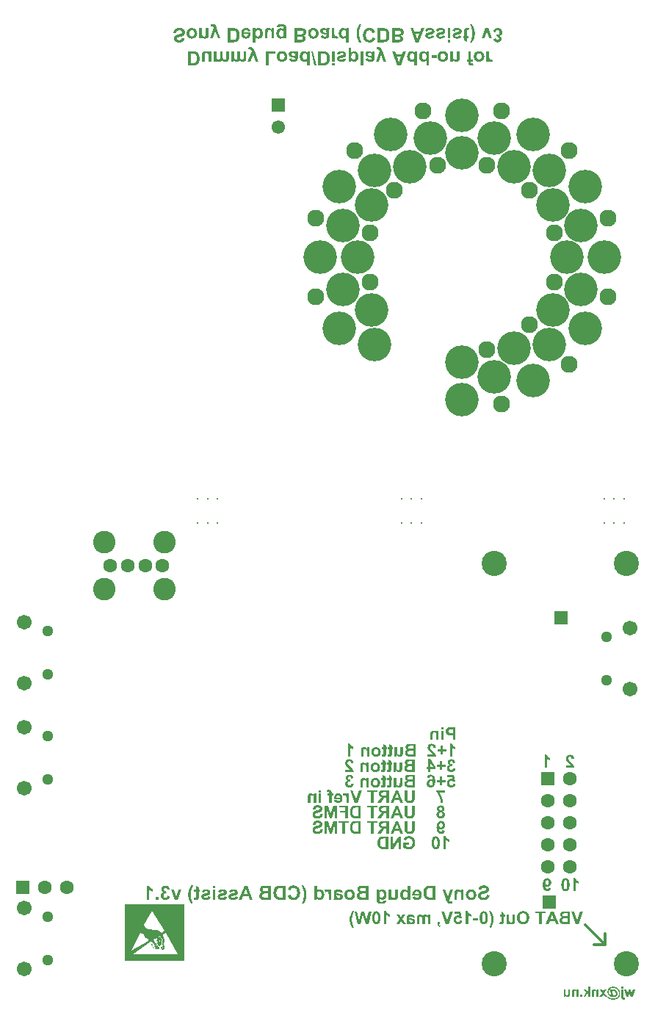
<source format=gbr>
%FSDAX24Y24*%
%MOIN*%
%SFA1B1*%

%IPPOS*%
%ADD174C,0.008000*%
%ADD175R,0.063100X0.063100*%
%ADD176C,0.063100*%
%ADD177C,0.102400*%
%ADD178C,0.114200*%
%ADD179R,0.063100X0.063100*%
%ADD180C,0.004000*%
%ADD181C,0.067000*%
%ADD182C,0.051200*%
%ADD184C,0.002000*%
%ADD185R,0.061100X0.061100*%
%ADD186C,0.061100*%
%ADD187C,0.077000*%
%ADD188C,0.152000*%
%ADD189C,0.012000*%
%LNarray-1*%
%LPD*%
G36*
X028117Y017735D02*
X028131Y017734D01*
X028144Y017732*
X028156Y017730*
X028167Y017727*
X028178Y017725*
X028187Y017722*
X028196Y017719*
X028203Y017716*
X028210Y017714*
X028216Y017712*
X028219Y017710*
X028223Y017709*
X028225Y017708*
Y017707*
X028239Y017700*
X028251Y017692*
X028262Y017684*
X028273Y017675*
X028283Y017666*
X028292Y017657*
X028300Y017648*
X028307Y017640*
X028314Y017631*
X028320Y017624*
X028325Y017617*
X028329Y017612*
X028332Y017606*
X028334Y017603*
X028335Y017601*
X028336Y017600*
X028342Y017587*
X028348Y017573*
X028353Y017560*
X028357Y017545*
X028361Y017532*
X028364Y017519*
X028366Y017506*
X028368Y017494*
X028370Y017483*
X028371Y017472*
X028372Y017463*
Y017456*
X028373Y017449*
Y017444*
Y017441*
Y017440*
X028372Y017425*
Y017409*
X028368Y017381*
X028365Y017368*
X028363Y017355*
X028359Y017343*
X028356Y017332*
X028353Y017322*
X028350Y017313*
X028347Y017305*
X028345Y017298*
X028343Y017293*
X028341Y017289*
X028340Y017287*
X028339Y017286*
X028332Y017273*
X028325Y017262*
X028318Y017250*
X028309Y017240*
X028301Y017230*
X028293Y017221*
X028284Y017213*
X028277Y017206*
X028269Y017199*
X028262Y017194*
X028255Y017189*
X028250Y017185*
X028245Y017182*
X028242Y017180*
X028239Y017179*
Y017178*
X028226Y017172*
X028212Y017166*
X028199Y017161*
X028185Y017156*
X028172Y017153*
X028159Y017149*
X028146Y017147*
X028135Y017145*
X028123Y017144*
X028113Y017142*
X028104*
X028096Y017141*
X028090Y017140*
X028081*
X028054Y017142*
X028029Y017144*
X028005Y017149*
X027994Y017151*
X027984Y017154*
X027974Y017156*
X027966Y017158*
X027958Y017161*
X027952Y017163*
X027947Y017164*
X027943Y017165*
X027941Y017167*
X027940*
X027927Y017172*
X027916Y017177*
X027905Y017183*
X027895Y017188*
X027885Y017193*
X027876Y017198*
X027868Y017203*
X027861Y017208*
X027855Y017213*
X027850Y017217*
X027845Y017221*
X027841Y017224*
X027838Y017226*
X027836Y017228*
X027835Y017229*
X027834Y017230*
Y017459*
X028085*
Y017361*
X027952*
Y017288*
X027962Y017281*
X027973Y017275*
X027983Y017269*
X027993Y017264*
X028002Y017260*
X028009Y017257*
X028011Y017255*
X028013*
X028015Y017254*
X028029Y017250*
X028042Y017246*
X028054Y017243*
X028065Y017242*
X028075Y017241*
X028079*
X028082Y017240*
X028088*
X028102Y017241*
X028115Y017242*
X028127Y017244*
X028139Y017248*
X028149Y017251*
X028158Y017256*
X028167Y017260*
X028176Y017266*
X028183Y017270*
X028189Y017275*
X028195Y017279*
X028200Y017283*
X028203Y017286*
X028206Y017289*
X028207Y017290*
X028208Y017291*
X028216Y017301*
X028223Y017312*
X028228Y017324*
X028234Y017336*
X028238Y017349*
X028242Y017362*
X028245Y017375*
X028247Y017387*
X028249Y017398*
X028250Y017409*
X028252Y017419*
Y017428*
X028253Y017435*
Y017440*
Y017443*
Y017445*
X028252Y017462*
X028251Y017478*
X028249Y017493*
X028246Y017507*
X028243Y017520*
X028239Y017532*
X028235Y017542*
X028230Y017552*
X028226Y017560*
X028223Y017567*
X028219Y017574*
X028216Y017579*
X028212Y017583*
X028210Y017586*
X028209Y017587*
Y017588*
X028200Y017596*
X028191Y017604*
X028181Y017610*
X028171Y017616*
X028160Y017621*
X028150Y017624*
X028140Y017628*
X028131Y017631*
X028122Y017633*
X028114Y017634*
X028106Y017635*
X028100Y017636*
X028094Y017637*
X028087*
X028069Y017635*
X028053Y017633*
X028039Y017629*
X028027Y017624*
X028017Y017619*
X028013Y017617*
X028010Y017615*
X028007Y017614*
X028005Y017613*
X028004Y017612*
X027992Y017602*
X027982Y017591*
X027974Y017579*
X027968Y017569*
X027963Y017560*
X027960Y017552*
X027959Y017549*
X027958Y017547*
X027957Y017545*
X027842Y017567*
X027846Y017581*
X027850Y017595*
X027855Y017608*
X027861Y017619*
X027868Y017630*
X027874Y017640*
X027880Y017650*
X027888Y017658*
X027893Y017666*
X027900Y017672*
X027905Y017678*
X027910Y017682*
X027914Y017686*
X027917Y017689*
X027919Y017690*
X027920Y017691*
X027931Y017699*
X027944Y017705*
X027957Y017712*
X027971Y017717*
X027985Y017721*
X027999Y017725*
X028013Y017728*
X028026Y017730*
X028038Y017732*
X028050Y017734*
X028060Y017735*
X028069Y017736*
X028077*
X028103*
X028117Y017735*
G37*
G36*
X027726Y017150D02*
X027619D01*
Y017528*
X027385Y017150*
X027268*
Y017727*
X027376*
Y017339*
X027613Y017727*
X027726*
Y017150*
G37*
G36*
X027145D02*
X026926D01*
X026903Y017151*
X026893*
X026883Y017152*
X026874Y017153*
X026865Y017154*
X026858*
X026851Y017156*
X026845Y017157*
X026839Y017158*
X026835Y017159*
X026831Y017160*
X026828*
X026826Y017161*
X026824Y017162*
X026805Y017169*
X026789Y017176*
X026775Y017183*
X026763Y017191*
X026754Y017198*
X026750Y017201*
X026747Y017203*
X026745Y017205*
X026743Y017206*
X026742Y017208*
X026727Y017223*
X026715Y017241*
X026704Y017257*
X026696Y017273*
X026692Y017281*
X026689Y017288*
X026686Y017294*
X026684Y017300*
X026682Y017304*
X026681Y017307*
X026680Y017309*
Y017310*
X026674Y017330*
X026670Y017351*
X026666Y017371*
X026664Y017391*
X026663Y017399*
Y017407*
Y017414*
X026662Y017420*
Y017425*
Y017429*
Y017432*
Y017447*
X026663Y017461*
X026664Y017475*
X026665Y017488*
X026666Y017500*
X026668Y017511*
X026670Y017522*
X026672Y017531*
X026673Y017540*
X026675Y017547*
X026677Y017553*
X026678Y017559*
X026679Y017563*
X026681Y017566*
Y017568*
Y017569*
X026689Y017588*
X026698Y017606*
X026707Y017623*
X026711Y017630*
X026716Y017636*
X026720Y017642*
X026724Y017647*
X026727Y017651*
X026731Y017655*
X026733Y017658*
X026734Y017660*
X026736Y017661*
Y017662*
X026751Y017675*
X026765Y017686*
X026779Y017696*
X026793Y017703*
X026805Y017709*
X026810Y017710*
X026815Y017712*
X026818Y017714*
X026821*
X026822Y017715*
X026823*
X026831Y017717*
X026838Y017719*
X026856Y017721*
X026874Y017724*
X026892Y017725*
X026900Y017726*
X026915*
X026921Y017727*
X027145*
Y017150*
G37*
G36*
X029558Y018428D02*
X029572Y018426D01*
X029585Y018423*
X029598Y018420*
X029609Y018416*
X029620Y018411*
X029631Y018407*
X029640Y018401*
X029648Y018396*
X029655Y018392*
X029661Y018387*
X029666Y018383*
X029670Y018380*
X029673Y018377*
X029675Y018375*
X029684Y018364*
X029693Y018353*
X029700Y018342*
X029706Y018330*
X029711Y018318*
X029715Y018306*
X029718Y018295*
X029721Y018284*
X029723Y018273*
X029725Y018263*
X029726Y018255*
X029727Y018248*
Y018242*
Y018237*
Y018235*
Y018233*
Y018218*
X029726Y018203*
X029723Y018190*
X029720Y018176*
X029716Y018165*
X029712Y018153*
X029708Y018143*
X029703Y018133*
X029699Y018125*
X029694Y018118*
X029690Y018111*
X029686Y018106*
X029683Y018102*
X029681Y018099*
X029679Y018097*
X029669Y018088*
X029659Y018079*
X029649Y018072*
X029640Y018066*
X029629Y018061*
X029620Y018057*
X029611Y018054*
X029602Y018051*
X029593Y018049*
X029586Y018047*
X029579Y018046*
X029573Y018045*
X029568*
X029564*
X029561*
X029550*
X029539Y018046*
X029528Y018049*
X029519Y018052*
X029509Y018055*
X029501Y018060*
X029493Y018064*
X029486Y018069*
X029480Y018073*
X029474Y018077*
X029469Y018082*
X029465Y018085*
X029462Y018088*
X029459Y018091*
X029458Y018092*
X029457Y018093*
X029458Y018075*
X029460Y018059*
X029462Y018044*
X029465Y018030*
X029467Y018019*
X029470Y018008*
X029473Y017999*
X029475Y017991*
X029478Y017984*
X029480Y017978*
X029482Y017973*
X029484Y017969*
X029485Y017966*
X029487Y017964*
X029488Y017963*
Y017962*
X029493Y017957*
X029497Y017952*
X029502Y017948*
X029507Y017944*
X029516Y017939*
X029525Y017935*
X029534Y017933*
X029539Y017932*
X029542Y017931*
X029545*
X029555Y017932*
X029563Y017933*
X029571Y017936*
X029577Y017939*
X029582Y017941*
X029586Y017944*
X029588Y017946*
X029589*
X029594Y017953*
X029598Y017960*
X029602Y017969*
X029605Y017976*
X029607Y017984*
X029608Y017990*
X029609Y017994*
Y017995*
X029716Y017983*
X029713Y017970*
X029710Y017958*
X029707Y017946*
X029703Y017936*
X029699Y017926*
X029694Y017917*
X029690Y017909*
X029685Y017902*
X029681Y017896*
X029677Y017890*
X029673Y017885*
X029670Y017882*
X029667Y017879*
X029665Y017877*
X029664Y017876*
X029663Y017875*
X029655Y017869*
X029647Y017863*
X029638Y017858*
X029629Y017854*
X029611Y017848*
X029593Y017844*
X029585Y017842*
X029578Y017841*
X029571Y017840*
X029565*
X029561Y017839*
X029554*
X029537Y017840*
X029521Y017842*
X029505Y017846*
X029491Y017850*
X029477Y017855*
X029465Y017862*
X029453Y017867*
X029443Y017874*
X029433Y017881*
X029425Y017887*
X029419Y017893*
X029412Y017898*
X029408Y017903*
X029405Y017906*
X029403Y017908*
X029402Y017909*
X029392Y017923*
X029383Y017939*
X029374Y017956*
X029368Y017974*
X029362Y017993*
X029357Y018012*
X029353Y018031*
X029350Y018049*
X029348Y018067*
X029346Y018083*
X029345Y018098*
X029344Y018111*
Y018117*
Y018122*
X029343Y018126*
Y018130*
Y018133*
Y018135*
Y018136*
Y018137*
X029344Y018165*
X029346Y018191*
X029348Y018215*
X029352Y018238*
X029356Y018258*
X029361Y018276*
X029366Y018292*
X029371Y018307*
X029376Y018320*
X029381Y018331*
X029387Y018340*
X029390Y018348*
X029394Y018353*
X029397Y018357*
X029399Y018360*
X029410Y018373*
X029422Y018383*
X029433Y018392*
X029446Y018400*
X029457Y018407*
X029469Y018412*
X029481Y018416*
X029493Y018420*
X029503Y018423*
X029512Y018425*
X029521Y018427*
X029528*
X029535Y018428*
X029539*
X029543*
X029558*
G37*
G36*
X029324Y017728D02*
X029338Y017726D01*
X029351Y017723*
X029364Y017719*
X029376Y017715*
X029387Y017710*
X029396Y017705*
X029405Y017699*
X029413Y017693*
X029419Y017688*
X029425Y017683*
X029430Y017678*
X029433Y017675*
X029437Y017672*
X029438Y017670*
X029439Y017669*
X029448Y017655*
X029457Y017639*
X029465Y017621*
X029471Y017603*
X029476Y017583*
X029481Y017563*
X029485Y017544*
X029488Y017526*
X029491Y017507*
X029492Y017490*
X029493Y017475*
X029494Y017461*
Y017456*
Y017450*
X029495Y017446*
Y017442*
Y017439*
Y017437*
Y017436*
Y017435*
X029494Y017405*
X029493Y017378*
X029491Y017352*
X029487Y017329*
X029483Y017308*
X029479Y017289*
X029474Y017273*
X029469Y017258*
X029465Y017245*
X029460Y017234*
X029456Y017224*
X029451Y017217*
X029448Y017212*
X029446Y017208*
X029444Y017205*
X029433Y017193*
X029423Y017183*
X029412Y017175*
X029401Y017167*
X029390Y017162*
X029378Y017156*
X029367Y017152*
X029356Y017149*
X029347Y017146*
X029338Y017144*
X029329Y017142*
X029322*
X029317Y017141*
X029312Y017140*
X029308*
X029293Y017141*
X029279Y017143*
X029265Y017146*
X029253Y017149*
X029241Y017154*
X029231Y017159*
X029221Y017164*
X029212Y017170*
X029204Y017175*
X029198Y017180*
X029192Y017185*
X029187Y017190*
X029183Y017194*
X029181Y017196*
X029179Y017198*
Y017199*
X029168Y017214*
X029160Y017230*
X029152Y017247*
X029146Y017266*
X029140Y017285*
X029136Y017305*
X029132Y017324*
X029128Y017343*
X029126Y017361*
X029125Y017379*
X029123Y017394*
X029122Y017407*
Y017413*
Y017418*
X029121Y017423*
Y017427*
Y017430*
Y017432*
Y017433*
Y017434*
X029122Y017463*
X029124Y017491*
X029127Y017516*
X029130Y017540*
X029134Y017561*
X029139Y017580*
X029145Y017597*
X029150Y017613*
X029155Y017626*
X029160Y017637*
X029165Y017648*
X029169Y017655*
X029173Y017661*
X029175Y017666*
X029177Y017668*
X029178Y017669*
X029187Y017679*
X029197Y017689*
X029207Y017696*
X029218Y017703*
X029229Y017709*
X029240Y017714*
X029250Y017718*
X029261Y017721*
X029270Y017723*
X029279Y017725*
X029288Y017727*
X029295Y017728*
X029300*
X029304*
X029308*
X029324*
G37*
G36*
X029754Y017719D02*
X029758Y017709D01*
X029769Y017692*
X029780Y017676*
X029792Y017662*
X029797Y017657*
X029802Y017651*
X029807Y017647*
X029811Y017643*
X029814Y017640*
X029817Y017638*
X029819Y017637*
Y017636*
X029838Y017623*
X029855Y017611*
X029871Y017602*
X029885Y017595*
X029891Y017592*
X029897Y017589*
X029901Y017587*
X029905Y017585*
X029909Y017584*
X029911Y017583*
X029912*
X029913*
Y017483*
X029898Y017488*
X029883Y017494*
X029869Y017501*
X029857Y017507*
X029844Y017514*
X029832Y017521*
X029821Y017528*
X029811Y017535*
X029802Y017541*
X029794Y017547*
X029787Y017552*
X029781Y017557*
X029777Y017561*
X029773Y017563*
X029771Y017565*
Y017566*
Y017150*
X029660*
Y017728*
X029750*
X029754Y017719*
G37*
G36*
X029665Y022574D02*
X029555D01*
Y022677*
X029665*
Y022574*
G37*
G36*
X037824Y010465D02*
Y010458D01*
Y010452*
Y010446*
Y010441*
Y010437*
X037825Y010433*
Y010430*
Y010427*
X037826Y010422*
Y010420*
X037827Y010418*
X037828Y010415*
X037830Y010412*
X037833Y010408*
X037836Y010405*
X037837*
X037838Y010404*
X037841Y010402*
X037845Y010401*
X037852Y010399*
X037854*
X037857Y010398*
X037862*
X037865Y010399*
X037867*
X037868*
X037872Y010400*
X037876Y010401*
X037879*
X037880*
X037895Y010328*
X037889Y010326*
X037883Y010325*
X037877Y010324*
X037873Y010323*
X037869Y010322*
X037866Y010321*
X037864*
X037863*
X037853Y010319*
X037849*
X037845*
X037841Y010318*
X037836*
X037823Y010319*
X037812Y010321*
X037802Y010323*
X037793Y010326*
X037786Y010328*
X037781Y010331*
X037780*
X037778Y010332*
Y010333*
X037777*
X037769Y010339*
X037763Y010345*
X037757Y010352*
X037753Y010358*
X037750Y010364*
X037748Y010369*
X037747Y010372*
X037746*
Y010373*
X037745Y010378*
X037743Y010384*
X037742Y010390*
X037741Y010397*
X037740Y010412*
X037739Y010426*
X037738Y010433*
Y010439*
Y010445*
Y010450*
Y010454*
Y010457*
Y010459*
Y010460*
Y010775*
X037824*
Y010465*
G37*
G36*
X030200Y022100D02*
X030084D01*
Y022318*
X029995*
X029981*
X029968*
X029957Y022319*
X029946Y022320*
X029936*
X029927Y022321*
X029919*
X029912Y022322*
X029905Y022323*
X029900*
X029896Y022324*
X029892Y022325*
X029890*
X029888*
X029876Y022329*
X029866Y022332*
X029856Y022337*
X029847Y022342*
X029839Y022346*
X029833Y022350*
X029830Y022352*
X029828Y022353*
X029817Y022361*
X029808Y022370*
X029799Y022380*
X029792Y022389*
X029787Y022397*
X029782Y022404*
X029781Y022406*
X029779Y022408*
Y022409*
X029772Y022424*
X029768Y022439*
X029764Y022454*
X029762Y022468*
X029761Y022480*
X029760Y022485*
Y022490*
Y022494*
Y022496*
Y022498*
Y022499*
Y022512*
X029761Y022524*
X029763Y022535*
X029765Y022546*
X029767Y022555*
X029770Y022565*
X029773Y022573*
X029776Y022581*
X029779Y022588*
X029783Y022594*
X029785Y022599*
X029788Y022603*
X029790Y022607*
X029792Y022609*
Y022610*
X029793Y022611*
X029799Y022619*
X029806Y022626*
X029813Y022632*
X029820Y022638*
X029834Y022648*
X029847Y022656*
X029858Y022661*
X029864Y022663*
X029867Y022665*
X029871Y022666*
X029874Y022667*
X029875Y022668*
X029876*
X029883Y022669*
X029891Y022671*
X029900Y022672*
X029911Y022673*
X029922*
X029934Y022675*
X029957*
X029968Y022676*
X029979*
X029988Y022677*
X030200*
Y022100*
G37*
G36*
X029218Y022526D02*
X029232Y022524D01*
X029246Y022521*
X029259Y022516*
X029271Y022511*
X029282Y022504*
X029292Y022498*
X029302Y022492*
X029310Y022485*
X029318Y022479*
X029324Y022473*
X029329Y022467*
X029333Y022463*
X029337Y022460*
X029338Y022457*
X029339Y022456*
Y022518*
X029442*
Y022100*
X029331*
Y022289*
Y022302*
Y022313*
Y022323*
X029330Y022333*
X029329Y022342*
Y022350*
X029328Y022357*
X029327Y022363*
X029326Y022368*
Y022373*
X029325Y022376*
X029324Y022379*
Y022382*
Y022383*
X029323Y022384*
X029319Y022394*
X029315Y022402*
X029310Y022409*
X029304Y022415*
X029300Y022420*
X029296Y022424*
X029293Y022425*
X029292Y022426*
X029283Y022431*
X029274Y022435*
X029266Y022438*
X029258Y022440*
X029251Y022442*
X029245*
X029241*
X029233*
X029225Y022440*
X029219Y022438*
X029213Y022436*
X029209Y022434*
X029205Y022433*
X029203Y022431*
X029202*
X029197Y022426*
X029192Y022421*
X029188Y022416*
X029185Y022411*
X029182Y022407*
X029181Y022403*
X029179Y022400*
X029178Y022395*
X029177Y022390*
X029176Y022384*
X029175Y022378*
X029174Y022363*
X029173Y022348*
Y022335*
X029172Y022329*
Y022323*
Y022319*
Y022316*
Y022313*
Y022100*
X029062*
Y022359*
Y022377*
X029063Y022391*
X029064Y022404*
X029065Y022415*
X029066Y022422*
X029067Y022429*
X029068Y022432*
Y022433*
X029071Y022443*
X029074Y022452*
X029078Y022460*
X029081Y022466*
X029085Y022472*
X029087Y022476*
X029089Y022479*
X029090*
X029096Y022486*
X029103Y022494*
X029111Y022499*
X029118Y022504*
X029125Y022508*
X029130Y022511*
X029134Y022513*
X029135*
X029136*
X029147Y022518*
X029159Y022521*
X029170Y022524*
X029181Y022525*
X029189Y022526*
X029196Y022527*
X029202*
X029218Y022526*
G37*
G36*
X029665Y022100D02*
X029555D01*
Y022518*
X029665*
Y022100*
G37*
G36*
X024821Y017850D02*
X024713D01*
Y018303*
X024600Y017850*
X024488*
X024374Y018303*
X024373Y017850*
X024265*
Y018427*
X024440*
X024543Y018033*
X024647Y018427*
X024821*
Y017850*
G37*
G36*
Y018550D02*
X024713D01*
Y019003*
X024600Y018550*
X024488*
X024374Y019003*
X024373Y018550*
X024265*
Y019127*
X024440*
X024543Y018733*
X024647Y019127*
X024821*
Y018550*
G37*
G36*
X023971Y018435D02*
X023993Y018433D01*
X024003Y018432*
X024013Y018430*
X024021Y018428*
X024029Y018426*
X024037Y018424*
X024043Y018422*
X024048Y018420*
X024053Y018419*
X024057Y018418*
X024059Y018416*
X024061*
X024078Y018407*
X024092Y018398*
X024104Y018389*
X024114Y018379*
X024123Y018371*
X024129Y018364*
X024131Y018361*
X024132Y018359*
X024133Y018358*
Y018357*
X024141Y018342*
X024147Y018328*
X024152Y018314*
X024154Y018302*
X024156Y018291*
X024157Y018287*
Y018283*
X024158Y018280*
Y018277*
Y018276*
Y018275*
X024157Y018262*
X024155Y018251*
X024152Y018239*
X024149Y018228*
X024145Y018218*
X024141Y018208*
X024136Y018199*
X024131Y018191*
X024126Y018184*
X024122Y018177*
X024117Y018172*
X024113Y018167*
X024110Y018164*
X024107Y018161*
X024105Y018159*
X024097Y018152*
X024088Y018147*
X024079Y018141*
X024068Y018136*
X024046Y018126*
X024025Y018118*
X024014Y018114*
X024005Y018111*
X023996Y018108*
X023989Y018106*
X023982Y018104*
X023977Y018103*
X023975Y018102*
X023973*
X023960Y018098*
X023948Y018095*
X023938Y018093*
X023928Y018090*
X023919Y018088*
X023912Y018086*
X023905Y018084*
X023899Y018082*
X023894Y018080*
X023890Y018079*
X023887Y018078*
X023885Y018077*
X023883*
X023881*
X023880Y018076*
X023870Y018072*
X023861Y018068*
X023854Y018064*
X023848Y018060*
X023844Y018056*
X023841Y018054*
X023839Y018052*
X023838Y018051*
X023835Y018045*
X023831Y018039*
X023829Y018034*
X023828Y018028*
X023827Y018023*
X023826Y018019*
Y018017*
Y018016*
Y018010*
X023828Y018005*
X023831Y017994*
X023835Y017985*
X023840Y017977*
X023846Y017970*
X023851Y017966*
X023854Y017962*
Y017961*
X023855*
X023861Y017957*
X023867Y017953*
X023881Y017948*
X023895Y017943*
X023908Y017941*
X023921Y017939*
X023926Y017938*
X023932*
X023935Y017937*
X023940*
X023959Y017939*
X023976Y017941*
X023991Y017946*
X024003Y017951*
X024008Y017953*
X024012Y017955*
X024016Y017958*
X024019Y017960*
X024022Y017961*
X024024Y017962*
X024025Y017964*
X024031Y017969*
X024036Y017975*
X024044Y017988*
X024052Y018002*
X024057Y018016*
X024061Y018028*
X024063Y018034*
X024064Y018038*
X024065Y018043*
X024066Y018045*
Y018047*
Y018048*
X024179Y018037*
X024177Y018019*
X024173Y018003*
X024169Y017987*
X024164Y017973*
X024158Y017960*
X024152Y017948*
X024147Y017937*
X024141Y017926*
X024134Y017918*
X024129Y017910*
X024124Y017904*
X024119Y017899*
X024115Y017894*
X024113Y017892*
X024111Y017890*
X024110Y017889*
X024098Y017880*
X024086Y017872*
X024073Y017866*
X024059Y017860*
X024044Y017855*
X024030Y017851*
X024017Y017848*
X024003Y017846*
X023991Y017844*
X023979Y017842*
X023968Y017840*
X023959*
X023951*
X023946Y017839*
X023927*
X023914Y017840*
X023902Y017841*
X023890Y017842*
X023879Y017844*
X023869Y017846*
X023859Y017847*
X023851Y017849*
X023842Y017851*
X023836Y017853*
X023830Y017855*
X023825Y017856*
X023821Y017858*
X023819Y017859*
X023817Y017860*
X023816*
X023798Y017869*
X023783Y017879*
X023769Y017889*
X023758Y017899*
X023749Y017909*
X023743Y017917*
X023740Y017920*
X023739Y017922*
X023738Y017923*
Y017924*
X023732Y017932*
X023729Y017941*
X023722Y017957*
X023716Y017973*
X023713Y017987*
Y017993*
X023711Y017999*
Y018004*
Y018009*
X023710Y018012*
Y018015*
Y018016*
Y018017*
X023711Y018037*
X023714Y018054*
X023717Y018070*
X023722Y018083*
X023723Y018089*
X023726Y018094*
X023728Y018098*
X023729Y018102*
X023731Y018105*
X023732Y018107*
X023733Y018108*
Y018109*
X023743Y018122*
X023753Y018134*
X023763Y018143*
X023774Y018152*
X023783Y018159*
X023790Y018163*
X023793Y018165*
X023795Y018167*
X023797*
X023806Y018171*
X023814Y018175*
X023824Y018179*
X023834Y018183*
X023854Y018190*
X023875Y018196*
X023885Y018199*
X023894Y018201*
X023901Y018204*
X023908Y018206*
X023914Y018207*
X023919Y018208*
X023921Y018209*
X023923*
X023938Y018213*
X023951Y018217*
X023964Y018220*
X023975Y018224*
X023985Y018227*
X023994Y018230*
X024001Y018233*
X024008Y018236*
X024014Y018239*
X024018Y018241*
X024022Y018243*
X024025Y018245*
X024027Y018246*
X024028Y018247*
X024030Y018248*
X024036Y018254*
X024039Y018260*
X024043Y018265*
X024044Y018271*
X024046Y018276*
Y018280*
Y018282*
Y018283*
Y018290*
X024044Y018298*
X024041Y018304*
X024037Y018309*
X024034Y018314*
X024031Y018316*
X024029Y018318*
X024028Y018319*
X024017Y018326*
X024004Y018331*
X023991Y018335*
X023978Y018337*
X023966Y018339*
X023962*
X023957Y018340*
X023949*
X023932Y018339*
X023917Y018337*
X023904Y018333*
X023894Y018330*
X023886Y018326*
X023880Y018323*
X023877Y018321*
X023876Y018320*
X023867Y018312*
X023860Y018302*
X023854Y018292*
X023850Y018281*
X023847Y018271*
X023844Y018263*
Y018261*
Y018258*
X023843Y018257*
Y018256*
X023727Y018261*
X023728Y018276*
X023730Y018289*
X023733Y018302*
X023737Y018314*
X023741Y018326*
X023747Y018336*
X023752Y018346*
X023757Y018355*
X023762Y018362*
X023767Y018369*
X023772Y018375*
X023776Y018380*
X023779Y018383*
X023782Y018386*
X023784Y018387*
Y018388*
X023795Y018396*
X023807Y018404*
X023820Y018410*
X023833Y018416*
X023847Y018421*
X023860Y018425*
X023874Y018428*
X023887Y018430*
X023899Y018432*
X023910Y018434*
X023921Y018435*
X023930*
X023937Y018436*
X023948*
X023971Y018435*
G37*
G36*
X028354Y018819D02*
Y018802D01*
Y018785*
X028353Y018770*
X028352Y018755*
Y018742*
X028351Y018730*
X028350Y018719*
X028348Y018709*
Y018701*
X028347Y018693*
X028346Y018687*
X028345Y018682*
Y018678*
X028344Y018675*
X028343Y018673*
X028339Y018660*
X028335Y018648*
X028329Y018638*
X028324Y018628*
X028319Y018620*
X028314Y018614*
X028312Y018610*
X028311Y018609*
Y018608*
X028300Y018598*
X028289Y018588*
X028278Y018580*
X028268Y018572*
X028258Y018567*
X028253Y018564*
X028250Y018562*
X028247Y018561*
X028245Y018560*
X028244Y018559*
X028243*
X028235Y018556*
X028225Y018553*
X028205Y018548*
X028185Y018545*
X028164Y018543*
X028155Y018542*
X028146*
X028139Y018541*
X028131Y018540*
X028105*
X028094Y018541*
X028082Y018542*
X028072Y018543*
X028061Y018544*
X028053Y018546*
X028044Y018547*
X028036Y018549*
X028030Y018551*
X028024Y018552*
X028019Y018554*
X028015Y018555*
X028011Y018556*
X028009Y018557*
X028008Y018558*
X028007*
X027992Y018565*
X027979Y018572*
X027967Y018580*
X027957Y018588*
X027950Y018594*
X027944Y018599*
X027941Y018603*
X027940Y018605*
X027931Y018616*
X027923Y018628*
X027917Y018641*
X027912Y018651*
X027909Y018662*
X027907Y018666*
X027906Y018669*
X027905Y018673*
Y018675*
X027904Y018676*
X027902Y018685*
X027901Y018695*
X027900Y018706*
X027898Y018718*
X027897Y018742*
X027896Y018766*
X027895Y018778*
Y018788*
Y018798*
Y018807*
Y018814*
Y018819*
Y018822*
Y018823*
Y019127*
X028011*
Y018807*
Y018795*
Y018784*
Y018773*
Y018763*
X028012Y018754*
Y018746*
X028013Y018739*
Y018732*
X028014Y018727*
Y018722*
X028015Y018718*
Y018715*
Y018712*
X028016Y018711*
Y018710*
Y018709*
X028018Y018699*
X028023Y018689*
X028028Y018681*
X028033Y018674*
X028038Y018668*
X028043Y018664*
X028045Y018660*
X028047*
X028057Y018653*
X028069Y018648*
X028081Y018645*
X028094Y018642*
X028105Y018641*
X028109*
X028113*
X028117Y018640*
X028121*
X028139Y018641*
X028154Y018643*
X028167Y018646*
X028178Y018651*
X028187Y018655*
X028193Y018658*
X028197Y018660*
X028198Y018661*
X028208Y018669*
X028216Y018679*
X028222Y018688*
X028226Y018697*
X028230Y018705*
X028232Y018712*
X028234Y018714*
Y018716*
Y018717*
Y018718*
X028235Y018722*
Y018728*
X028236Y018735*
Y018742*
X028237Y018758*
Y018774*
X028238Y018789*
Y018796*
Y018802*
Y018807*
Y018811*
Y018813*
Y018814*
Y019127*
X028354*
Y018819*
G37*
G36*
X027190Y018550D02*
X027073D01*
Y018791*
X027036*
X027024Y018789*
X027014*
X027005Y018788*
X026999Y018786*
X026994Y018785*
X026992Y018784*
X026991*
X026984Y018781*
X026978Y018777*
X026972Y018773*
X026967Y018770*
X026962Y018766*
X026959Y018763*
X026957Y018761*
Y018760*
X026953Y018756*
X026949Y018752*
X026944Y018746*
X026940Y018739*
X026930Y018725*
X026919Y018711*
X026910Y018698*
X026906Y018691*
X026902Y018686*
X026899Y018682*
X026897Y018678*
X026896Y018676*
X026895Y018675*
X026811Y018550*
X026672*
X026742Y018662*
X026750Y018675*
X026757Y018685*
X026764Y018696*
X026770Y018705*
X026776Y018714*
X026781Y018721*
X026786Y018728*
X026791Y018734*
X026795Y018739*
X026799Y018744*
X026801Y018747*
X026804Y018750*
X026806Y018753*
X026807Y018754*
X026808Y018755*
X026818Y018765*
X026828Y018775*
X026838Y018783*
X026849Y018790*
X026857Y018796*
X026864Y018800*
X026867Y018802*
X026869Y018803*
X026870Y018804*
X026871*
X026857Y018807*
X026844Y018809*
X026832Y018813*
X026821Y018817*
X026811Y018822*
X026801Y018826*
X026793Y018831*
X026785Y018835*
X026779Y018840*
X026773Y018843*
X026768Y018847*
X026764Y018850*
X026761Y018854*
X026759Y018856*
X026758Y018857*
X026757Y018858*
X026750Y018866*
X026744Y018874*
X026739Y018883*
X026734Y018892*
X026731Y018901*
X026728Y018910*
X026723Y018927*
X026722Y018935*
X026720Y018942*
Y018949*
X026719Y018954*
X026718Y018958*
Y018962*
Y018964*
Y018965*
X026720Y018983*
X026722Y019000*
X026727Y019015*
X026731Y019029*
X026734Y019035*
X026736Y019040*
X026738Y019044*
X026740Y019048*
X026742Y019051*
X026743Y019053*
X026744Y019055*
X026754Y019069*
X026765Y019081*
X026776Y019090*
X026787Y019098*
X026796Y019103*
X026804Y019107*
X026807Y019109*
X026809Y019110*
X026810*
X026811*
X026819Y019113*
X026829Y019116*
X026838Y019118*
X026849Y019119*
X026872Y019123*
X026894Y019125*
X026904*
X026914Y019126*
X026923*
X026930Y019127*
X027190*
Y018550*
G37*
G36*
X027830D02*
X027707D01*
X027660Y018681*
X027429*
X027379Y018550*
X027252*
X027482Y019127*
X027607*
X027830Y018550*
G37*
G36*
X025352Y018329D02*
X025181D01*
Y017850*
X025065*
Y018329*
X024895*
Y018427*
X025352*
Y018329*
G37*
G36*
X027830Y017850D02*
X027707D01*
X027660Y017981*
X027429*
X027379Y017850*
X027252*
X027482Y018427*
X027607*
X027830Y017850*
G37*
G36*
X028354Y018119D02*
Y018102D01*
Y018085*
X028353Y018070*
X028352Y018055*
Y018042*
X028351Y018030*
X028350Y018019*
X028348Y018009*
Y018001*
X028347Y017993*
X028346Y017987*
X028345Y017982*
Y017978*
X028344Y017975*
X028343Y017973*
X028339Y017960*
X028335Y017948*
X028329Y017938*
X028324Y017928*
X028319Y017920*
X028314Y017914*
X028312Y017910*
X028311Y017909*
Y017908*
X028300Y017898*
X028289Y017888*
X028278Y017880*
X028268Y017872*
X028258Y017867*
X028253Y017864*
X028250Y017862*
X028247Y017861*
X028245Y017860*
X028244Y017859*
X028243*
X028235Y017856*
X028225Y017853*
X028205Y017848*
X028185Y017845*
X028164Y017843*
X028155Y017842*
X028146*
X028139Y017841*
X028131Y017840*
X028105*
X028094Y017841*
X028082Y017842*
X028072Y017843*
X028061Y017844*
X028053Y017846*
X028044Y017847*
X028036Y017849*
X028030Y017851*
X028024Y017852*
X028019Y017854*
X028015Y017855*
X028011Y017856*
X028009Y017857*
X028008Y017858*
X028007*
X027992Y017865*
X027979Y017872*
X027967Y017880*
X027957Y017888*
X027950Y017894*
X027944Y017899*
X027941Y017903*
X027940Y017905*
X027931Y017916*
X027923Y017928*
X027917Y017941*
X027912Y017951*
X027909Y017962*
X027907Y017966*
X027906Y017969*
X027905Y017973*
Y017975*
X027904Y017976*
X027902Y017985*
X027901Y017995*
X027900Y018006*
X027898Y018018*
X027897Y018042*
X027896Y018066*
X027895Y018078*
Y018088*
Y018098*
Y018107*
Y018114*
Y018119*
Y018122*
Y018123*
Y018427*
X028011*
Y018107*
Y018095*
Y018084*
Y018073*
Y018063*
X028012Y018054*
Y018046*
X028013Y018039*
Y018032*
X028014Y018027*
Y018022*
X028015Y018018*
Y018015*
Y018012*
X028016Y018010*
Y018009*
X028018Y017999*
X028023Y017989*
X028028Y017981*
X028033Y017974*
X028038Y017968*
X028043Y017964*
X028045Y017960*
X028047*
X028057Y017953*
X028069Y017948*
X028081Y017945*
X028094Y017942*
X028105Y017941*
X028109*
X028113*
X028117Y017940*
X028121*
X028139Y017941*
X028154Y017943*
X028167Y017946*
X028178Y017951*
X028187Y017955*
X028193Y017958*
X028197Y017960*
X028198Y017961*
X028208Y017969*
X028216Y017979*
X028222Y017988*
X028226Y017997*
X028230Y018005*
X028232Y018012*
X028234Y018014*
Y018016*
Y018017*
Y018018*
X028235Y018022*
Y018028*
X028236Y018035*
Y018042*
X028237Y018058*
Y018074*
X028238Y018089*
Y018096*
Y018102*
Y018107*
Y018111*
Y018113*
Y018114*
Y018427*
X028354*
Y018119*
G37*
G36*
X027190Y017850D02*
X027073D01*
Y018091*
X027036*
X027024Y018089*
X027014*
X027005Y018088*
X026999Y018086*
X026994Y018085*
X026992Y018084*
X026991*
X026984Y018081*
X026978Y018077*
X026972Y018073*
X026967Y018070*
X026962Y018066*
X026959Y018062*
X026957Y018061*
Y018060*
X026953Y018056*
X026949Y018052*
X026944Y018046*
X026940Y018039*
X026930Y018025*
X026919Y018011*
X026910Y017998*
X026906Y017991*
X026902Y017986*
X026899Y017982*
X026897Y017978*
X026896Y017976*
X026895Y017975*
X026811Y017850*
X026672*
X026742Y017962*
X026750Y017975*
X026757Y017985*
X026764Y017996*
X026770Y018005*
X026776Y018014*
X026781Y018021*
X026786Y018028*
X026791Y018034*
X026795Y018039*
X026799Y018044*
X026801Y018047*
X026804Y018050*
X026806Y018053*
X026807Y018054*
X026808Y018055*
X026818Y018065*
X026828Y018075*
X026838Y018083*
X026849Y018090*
X026857Y018096*
X026864Y018100*
X026867Y018102*
X026869Y018103*
X026870Y018104*
X026871*
X026857Y018107*
X026844Y018109*
X026832Y018113*
X026821Y018117*
X026811Y018122*
X026801Y018126*
X026793Y018131*
X026785Y018135*
X026779Y018140*
X026773Y018143*
X026768Y018147*
X026764Y018150*
X026761Y018154*
X026759Y018156*
X026758Y018157*
X026757Y018158*
X026750Y018166*
X026744Y018174*
X026739Y018183*
X026734Y018192*
X026731Y018201*
X026728Y018210*
X026723Y018227*
X026722Y018235*
X026720Y018242*
Y018249*
X026719Y018254*
X026718Y018258*
Y018262*
Y018264*
Y018265*
X026720Y018283*
X026722Y018300*
X026727Y018315*
X026731Y018329*
X026734Y018335*
X026736Y018340*
X026738Y018344*
X026740Y018348*
X026742Y018351*
X026743Y018353*
X026744Y018355*
X026754Y018369*
X026765Y018381*
X026776Y018390*
X026787Y018398*
X026796Y018403*
X026804Y018407*
X026807Y018409*
X026809Y018410*
X026810*
X026811*
X026819Y018413*
X026829Y018416*
X026838Y018418*
X026849Y018419*
X026872Y018423*
X026894Y018425*
X026904*
X026914Y018426*
X026923*
X026930Y018427*
X027190*
Y017850*
G37*
G36*
X025893D02*
X025675D01*
X025651Y017851*
X025641*
X025632Y017852*
X025623Y017853*
X025614Y017854*
X025606*
X025599Y017856*
X025593Y017857*
X025587Y017858*
X025583Y017859*
X025579Y017860*
X025576*
X025574Y017861*
X025572Y017862*
X025553Y017869*
X025537Y017876*
X025523Y017883*
X025511Y017891*
X025502Y017898*
X025498Y017901*
X025495Y017903*
X025493Y017905*
X025491Y017907*
X025490Y017908*
X025476Y017923*
X025463Y017941*
X025452Y017957*
X025444Y017973*
X025440Y017981*
X025437Y017988*
X025434Y017994*
X025432Y018000*
X025431Y018004*
X025429Y018007*
X025428Y018009*
Y018010*
X025422Y018030*
X025418Y018051*
X025415Y018071*
X025412Y018091*
X025411Y018099*
Y018107*
Y018115*
X025410Y018120*
Y018125*
Y018129*
Y018132*
Y018147*
X025411Y018161*
X025412Y018175*
X025413Y018188*
X025415Y018200*
X025416Y018211*
X025418Y018222*
X025420Y018231*
X025422Y018240*
X025423Y018247*
X025425Y018253*
X025426Y018259*
X025427Y018263*
X025429Y018266*
Y018268*
Y018269*
X025437Y018288*
X025446Y018306*
X025455Y018323*
X025459Y018330*
X025464Y018336*
X025468Y018342*
X025472Y018347*
X025476Y018351*
X025479Y018355*
X025481Y018358*
X025483Y018360*
X025484Y018361*
X025485Y018362*
X025499Y018375*
X025513Y018386*
X025528Y018396*
X025541Y018403*
X025553Y018409*
X025558Y018410*
X025563Y018412*
X025566Y018414*
X025569*
X025571Y018415*
X025579Y018417*
X025587Y018419*
X025605Y018421*
X025623Y018424*
X025641Y018425*
X025648Y018426*
X025663*
X025669Y018427*
X025893*
Y017850*
G37*
G36*
X026649Y018329D02*
X026478D01*
Y017850*
X026362*
Y018329*
X026192*
Y018427*
X026649*
Y018329*
G37*
G36*
X037378Y010906D02*
X037394Y010905D01*
X037409Y010903*
X037424Y010900*
X037439Y010898*
X037452Y010894*
X037464Y010891*
X037476Y010888*
X037486Y010884*
X037495Y010881*
X037503Y010877*
X037510Y010875*
X037516Y010872*
X037520Y010870*
X037522Y010869*
X037523*
X037536Y010861*
X037548Y010853*
X037559Y010845*
X037570Y010836*
X037580Y010827*
X037589Y010817*
X037597Y010808*
X037604Y010799*
X037611Y010791*
X037617Y010783*
X037622Y010776*
X037626Y010769*
X037629Y010764*
X037632Y010761*
X037633Y010758*
X037634Y010757*
X037641Y010743*
X037647Y010729*
X037653Y010715*
X037657Y010701*
X037661Y010688*
X037664Y010674*
X037667Y010662*
X037669Y010650*
X037671Y010638*
X037672Y010628*
X037673Y010619*
X037674Y010612*
Y010606*
Y010601*
Y010598*
Y010597*
Y010583*
X037673Y010568*
X037671Y010555*
X037669Y010541*
X037666Y010529*
X037663Y010517*
X037660Y010506*
X037656Y010495*
X037653Y010486*
X037650Y010477*
X037647Y010470*
X037644Y010464*
X037642Y010459*
X037640Y010455*
X037639Y010453*
Y010452*
X037632Y010441*
X037624Y010429*
X037615Y010419*
X037606Y010409*
X037598Y010400*
X037589Y010392*
X037580Y010384*
X037571Y010378*
X037563Y010372*
X037555Y010367*
X037548Y010362*
X037542Y010359*
X037537Y010356*
X037533Y010354*
X037531Y010353*
X037530Y010352*
X037516Y010346*
X037501Y010341*
X037486Y010336*
X037471Y010332*
X037457Y010329*
X037442Y010326*
X037428Y010324*
X037415Y010322*
X037402Y010321*
X037391Y010320*
X037381Y010319*
X037372Y010318*
X037365*
X037355*
X037337*
X037318Y010320*
X037301Y010322*
X037284Y010324*
X037268Y010327*
X037254Y010331*
X037240Y010334*
X037228Y010338*
X037217Y010342*
X037207Y010346*
X037199Y010349*
X037192Y010352*
X037186Y010355*
X037182Y010357*
X037180Y010358*
X037179Y010359*
X037167Y010366*
X037156Y010373*
X037146Y010381*
X037137Y010389*
X037129Y010397*
X037121Y010405*
X037114Y010413*
X037108Y010421*
X037102Y010428*
X037098Y010435*
X037094Y010441*
X037091Y010446*
X037088Y010450*
X037086Y010453*
X037085Y010455*
Y010456*
X037149*
X037162Y010442*
X037176Y010429*
X037191Y010419*
X037204Y010410*
X037210Y010407*
X037216Y010403*
X037221Y010401*
X037226Y010399*
X037230Y010397*
X037232Y010396*
X037234Y010395*
X037235*
X037255Y010388*
X037276Y010383*
X037298Y010379*
X037308Y010378*
X037317Y010377*
X037326Y010376*
X037334Y010375*
X037342*
X037348*
X037353Y010374*
X037360*
X037374Y010375*
X037388*
X037401Y010377*
X037413Y010378*
X037425Y010380*
X037436Y010382*
X037447Y010384*
X037456Y010387*
X037465Y010389*
X037473Y010391*
X037479Y010393*
X037485Y010395*
X037489Y010397*
X037493Y010398*
X037495*
Y010399*
X037506Y010404*
X037516Y010409*
X037526Y010415*
X037534Y010421*
X037543Y010427*
X037550Y010434*
X037557Y010440*
X037563Y010446*
X037569Y010452*
X037573Y010457*
X037577Y010462*
X037581Y010467*
X037583Y010470*
X037585Y010473*
X037586Y010475*
X037587*
X037592Y010485*
X037597Y010496*
X037601Y010506*
X037605Y010516*
X037608Y010526*
X037611Y010536*
X037613Y010545*
X037615Y010554*
X037616Y010562*
X037617Y010570*
X037618Y010576*
Y010582*
X037619Y010586*
Y010590*
Y010592*
Y010593*
X037618Y010605*
X037617Y010617*
X037616Y010629*
X037614Y010641*
X037612Y010652*
X037610Y010662*
X037607Y010672*
X037604Y010682*
X037602Y010690*
X037599Y010697*
X037597Y010704*
X037595Y010710*
X037593Y010714*
X037591Y010717*
Y010720*
X037590*
X037584Y010731*
X037578Y010742*
X037571Y010752*
X037564Y010761*
X037557Y010770*
X037550Y010778*
X037543Y010785*
X037536Y010791*
X037529Y010797*
X037523Y010802*
X037517Y010806*
X037513Y010809*
X037509Y010812*
X037506Y010814*
X037504Y010815*
X037503Y010816*
X037492Y010822*
X037481Y010827*
X037469Y010832*
X037457Y010835*
X037445Y010839*
X037433Y010841*
X037422Y010844*
X037411Y010846*
X037401Y010847*
X037392Y010848*
X037383Y010849*
X037376*
X037370Y010850*
X037362*
X037345Y010849*
X037328Y010848*
X037312Y010845*
X037298Y010842*
X037284Y010838*
X037271Y010834*
X037260Y010829*
X037250Y010824*
X037241Y010820*
X037233Y010815*
X037226Y010811*
X037220Y010807*
X037216Y010803*
X037213Y010801*
X037211Y010799*
X037210*
X037201Y010789*
X037192Y010779*
X037185Y010768*
X037178Y010758*
X037173Y010747*
X037169Y010737*
X037165Y010727*
X037162Y010717*
X037160Y010708*
X037158Y010699*
X037157Y010692*
X037156Y010686*
Y010681*
X037155Y010677*
Y010674*
Y010673*
X037156Y010658*
X037158Y010643*
X037161Y010629*
X037165Y010617*
X037167Y010612*
X037169Y010607*
X037170Y010603*
X037172Y010599*
X037173Y010596*
X037174Y010594*
X037175Y010593*
Y010592*
X037183Y010578*
X037191Y010566*
X037199Y010555*
X037207Y010546*
X037214Y010539*
X037217Y010536*
X037220Y010534*
X037222Y010532*
X037224Y010531*
X037225Y010530*
X037234Y010524*
X037241Y010520*
X037248Y010517*
X037253Y010514*
X037258Y010513*
X037261*
X037263Y010512*
X037264*
X037267Y010513*
X037269Y010514*
X037271Y010515*
X037272Y010516*
X037274Y010519*
X037275Y010523*
Y010526*
Y010527*
Y010530*
Y010534*
X037274Y010538*
X037273Y010543*
X037272Y010547*
Y010551*
X037271Y010553*
Y010554*
X037225Y010773*
X037306*
X037314Y010739*
X037319Y010747*
X037325Y010753*
X037331Y010759*
X037337Y010764*
X037344Y010768*
X037350Y010771*
X037357Y010774*
X037363Y010776*
X037369Y010778*
X037375Y010779*
X037380Y010780*
X037385Y010781*
X037389*
X037391*
X037394*
X037408Y010780*
X037421Y010778*
X037434Y010775*
X037446Y010770*
X037457Y010764*
X037467Y010758*
X037477Y010752*
X037485Y010745*
X037493Y010738*
X037500Y010732*
X037506Y010726*
X037511Y010720*
X037515Y010715*
X037517Y010712*
X037519Y010710*
X037520Y010709*
X037527Y010697*
X037533Y010687*
X037538Y010675*
X037543Y010664*
X037547Y010652*
X037550Y010642*
X037553Y010631*
X037555Y010621*
X037556Y010612*
X037558Y010604*
X037559Y010596*
Y010590*
Y010585*
X037560Y010581*
Y010579*
Y010578*
X037559Y010567*
X037558Y010557*
X037557Y010548*
X037554Y010539*
X037552Y010530*
X037549Y010523*
X037546Y010516*
X037543Y010510*
X037540Y010504*
X037537Y010499*
X037534Y010495*
X037531Y010491*
X037529Y010488*
X037528Y010486*
X037527Y010485*
X037526*
X037520Y010479*
X037513Y010473*
X037506Y010469*
X037499Y010465*
X037492Y010461*
X037485Y010458*
X037478Y010456*
X037471Y010454*
X037465Y010453*
X037460Y010452*
X037455Y010451*
X037450*
X037447Y010450*
X037442*
X037433Y010451*
X037425Y010452*
X037417Y010453*
X037409Y010455*
X037395Y010461*
X037388Y010464*
X037383Y010467*
X037377Y010470*
X037373Y010473*
X037369Y010476*
X037365Y010479*
X037362Y010481*
X037360Y010483*
X037359Y010484*
X037357Y010478*
X037355Y010473*
X037352Y010469*
X037349Y010465*
X037346Y010462*
X037344Y010460*
X037342Y010459*
Y010458*
X037336Y010455*
X037330Y010453*
X037324Y010452*
X037318Y010451*
X037312*
X037307Y010450*
X037303*
X037286Y010451*
X037270Y010453*
X037254Y010457*
X037239Y010462*
X037226Y010468*
X037213Y010475*
X037201Y010482*
X037191Y010490*
X037181Y010497*
X037173Y010504*
X037166Y010511*
X037160Y010517*
X037155Y010522*
X037152Y010526*
X037149Y010528*
Y010529*
X037140Y010541*
X037133Y010553*
X037126Y010566*
X037121Y010578*
X037116Y010590*
X037112Y010602*
X037109Y010613*
X037106Y010623*
X037104Y010633*
X037103Y010642*
X037102Y010650*
X037101Y010657*
Y010663*
Y010667*
Y010669*
Y010670*
Y010682*
X037102Y010694*
X037104Y010705*
X037105Y010716*
X037108Y010727*
X037110Y010737*
X037113Y010746*
X037116Y010755*
X037119Y010762*
X037122Y010769*
X037125Y010776*
X037127Y010781*
X037129Y010785*
X037131Y010788*
X037132Y010790*
X037138Y010800*
X037145Y010810*
X037152Y010819*
X037160Y010827*
X037168Y010835*
X037175Y010842*
X037183Y010848*
X037190Y010854*
X037197Y010859*
X037203Y010863*
X037209Y010867*
X037214Y010870*
X037218Y010873*
X037222Y010874*
X037224Y010875*
Y010876*
X037236Y010881*
X037247Y010886*
X037259Y010890*
X037271Y010893*
X037283Y010896*
X037294Y010899*
X037305Y010901*
X037315Y010902*
X037325Y010904*
X037334Y010905*
X037342*
X037348Y010906*
X037353*
X037361*
X037378*
G37*
G36*
X034882Y013750D02*
X034758D01*
X034711Y013881*
X034480*
X034430Y013750*
X034303*
X034534Y014327*
X034658*
X034882Y013750*
G37*
G36*
X035404D02*
X035189D01*
X035171Y013751*
X035140*
X035127*
X035115*
X035105Y013752*
X035097*
X035089Y013753*
X035083*
X035078*
X035074*
X035071Y013754*
X035068*
X035051Y013756*
X035036Y013760*
X035023Y013765*
X035011Y013769*
X035002Y013774*
X034996Y013778*
X034993Y013779*
X034991Y013780*
Y013781*
X034990*
X034979Y013790*
X034969Y013799*
X034960Y013810*
X034953Y013819*
X034947Y013828*
X034943Y013834*
X034942Y013837*
X034941Y013839*
X034940Y013840*
Y013841*
X034934Y013855*
X034929Y013868*
X034926Y013881*
X034924Y013893*
X034922Y013903*
Y013907*
X034921Y013910*
Y013913*
Y013915*
Y013916*
Y013917*
Y013926*
X034923Y013935*
X034926Y013952*
X034930Y013966*
X034936Y013979*
X034938Y013984*
X034941Y013989*
X034943Y013993*
X034945Y013997*
X034947Y014000*
X034948Y014002*
X034949Y014003*
X034950Y014004*
X034961Y014016*
X034974Y014027*
X034988Y014036*
X035000Y014044*
X035013Y014049*
X035018Y014052*
X035022Y014053*
X035025Y014054*
X035028Y014056*
X035030*
X035031*
X035017Y014063*
X035006Y014071*
X034995Y014079*
X034987Y014088*
X034980Y014095*
X034975Y014101*
X034973Y014104*
Y014106*
X034972*
Y014107*
X034964Y014120*
X034959Y014133*
X034955Y014145*
X034952Y014157*
X034951Y014167*
X034950Y014171*
Y014174*
Y014178*
Y014180*
Y014181*
Y014195*
X034952Y014208*
X034955Y014219*
X034959Y014229*
X034962Y014237*
X034965Y014243*
X034967Y014247*
X034968Y014248*
X034975Y014259*
X034982Y014269*
X034989Y014276*
X034997Y014283*
X035003Y014289*
X035007Y014293*
X035011Y014296*
X035012*
X035022Y014303*
X035033Y014308*
X035043Y014312*
X035052Y014316*
X035060Y014318*
X035067Y014319*
X035069Y014320*
X035071Y014321*
X035072*
X035079Y014322*
X035086Y014323*
X035102Y014324*
X035119Y014325*
X035136Y014326*
X035144*
X035151Y014327*
X035404*
Y013750*
G37*
G36*
X034282Y014229D02*
X034111D01*
Y013750*
X033995*
Y014229*
X033825*
Y014327*
X034282*
Y014229*
G37*
G36*
X031502Y014328D02*
X031516Y014326D01*
X031529Y014323*
X031542Y014319*
X031554Y014315*
X031564Y014310*
X031574Y014305*
X031583Y014299*
X031591Y014293*
X031597Y014288*
X031603Y014283*
X031608Y014278*
X031611Y014275*
X031614Y014272*
X031616Y014270*
Y014269*
X031626Y014255*
X031635Y014239*
X031643Y014221*
X031649Y014203*
X031654Y014183*
X031659Y014163*
X031663Y014144*
X031666Y014126*
X031668Y014107*
X031670Y014090*
X031671Y014075*
X031672Y014061*
Y014056*
Y014050*
X031673Y014046*
Y014042*
Y014039*
Y014037*
Y014036*
Y014035*
X031672Y014005*
X031671Y013978*
X031668Y013952*
X031665Y013929*
X031661Y013908*
X031657Y013889*
X031652Y013873*
X031647Y013858*
X031643Y013845*
X031638Y013834*
X031634Y013824*
X031629Y013817*
X031626Y013812*
X031623Y013808*
X031622Y013805*
X031611Y013793*
X031601Y013783*
X031590Y013775*
X031579Y013767*
X031568Y013762*
X031556Y013756*
X031545Y013752*
X031534Y013749*
X031525Y013746*
X031516Y013744*
X031507Y013742*
X031500*
X031494Y013741*
X031490Y013740*
X031486*
X031471Y013741*
X031457Y013743*
X031443Y013746*
X031431Y013749*
X031419Y013754*
X031408Y013759*
X031399Y013764*
X031390Y013770*
X031382Y013775*
X031376Y013780*
X031370Y013785*
X031365Y013790*
X031361Y013794*
X031358Y013796*
X031357Y013798*
X031356Y013799*
X031346Y013814*
X031338Y013830*
X031330Y013847*
X031324Y013866*
X031318Y013885*
X031313Y013905*
X031310Y013924*
X031306Y013943*
X031304Y013961*
X031302Y013979*
X031301Y013994*
X031300Y014007*
Y014013*
Y014018*
X031299Y014023*
Y014027*
Y014030*
Y014032*
Y014033*
Y014034*
X031300Y014063*
X031302Y014091*
X031304Y014116*
X031308Y014140*
X031312Y014161*
X031317Y014180*
X031322Y014197*
X031328Y014213*
X031333Y014226*
X031338Y014237*
X031343Y014248*
X031347Y014255*
X031351Y014261*
X031353Y014266*
X031355Y014268*
X031356Y014269*
X031365Y014279*
X031375Y014289*
X031385Y014296*
X031396Y014303*
X031406Y014309*
X031417Y014314*
X031428Y014318*
X031439Y014321*
X031448Y014323*
X031457Y014325*
X031466Y014327*
X031473Y014328*
X031478*
X031482*
X031486*
X031502*
G37*
G36*
X033297Y014335D02*
X033320Y014332D01*
X033331Y014331*
X033341Y014329*
X033351Y014327*
X033359Y014325*
X033368Y014323*
X033375Y014320*
X033381Y014318*
X033386Y014317*
X033390Y014315*
X033393Y014314*
X033395Y014313*
X033410Y014306*
X033424Y014298*
X033436Y014289*
X033448Y014281*
X033457Y014273*
X033464Y014267*
X033467Y014264*
X033469Y014262*
X033470Y014261*
X033482Y014248*
X033492Y014234*
X033502Y014221*
X033510Y014208*
X033515Y014198*
X033518Y014194*
X033520Y014190*
X033522Y014187*
X033523Y014184*
X033524Y014183*
Y014182*
X033528Y014171*
X033532Y014158*
X033539Y014134*
X033543Y014109*
X033545Y014097*
X033546Y014086*
X033548Y014075*
Y014065*
X033549Y014057*
Y014049*
Y014043*
Y014038*
Y014036*
Y014034*
Y014009*
X033546Y013986*
X033542Y013964*
X033538Y013943*
X033532Y013923*
X033526Y013906*
X033519Y013889*
X033512Y013875*
X033505Y013862*
X033497Y013851*
X033491Y013841*
X033485Y013833*
X033481Y013827*
X033477Y013823*
X033474Y013819*
X033459Y013805*
X033443Y013793*
X033427Y013782*
X033410Y013774*
X033393Y013766*
X033375Y013760*
X033359Y013754*
X033343Y013750*
X033328Y013747*
X033314Y013744*
X033302Y013743*
X033291Y013742*
X033282Y013741*
X033275Y013740*
X033270*
X033246Y013741*
X033225Y013744*
X033204Y013747*
X033185Y013753*
X033167Y013758*
X033150Y013765*
X033135Y013772*
X033121Y013780*
X033108Y013787*
X033098Y013794*
X033089Y013801*
X033081Y013807*
X033075Y013812*
X033071Y013815*
X033068Y013818*
X033067Y013819*
X033054Y013834*
X033042Y013851*
X033032Y013868*
X033023Y013886*
X033016Y013904*
X033010Y013923*
X033004Y013940*
X033001Y013957*
X032997Y013973*
X032995Y013989*
X032994Y014002*
X032992Y014014*
Y014023*
X032991Y014027*
Y014031*
Y014034*
Y014036*
Y014037*
X032992Y014063*
X032994Y014087*
X032998Y014110*
X033003Y014131*
X033009Y014150*
X033015Y014168*
X033022Y014185*
X033029Y014199*
X033037Y014213*
X033043Y014224*
X033049Y014234*
X033055Y014242*
X033060Y014248*
X033064Y014253*
X033067Y014256*
Y014257*
X033082Y014271*
X033098Y014283*
X033115Y014294*
X033132Y014303*
X033148Y014310*
X033166Y014317*
X033182Y014322*
X033198Y014327*
X033213Y014330*
X033227Y014332*
X033239Y014334*
X033250Y014335*
X033259Y014336*
X033266*
X033272*
X033297Y014335*
G37*
G36*
X032904Y013903D02*
X032903Y013882D01*
X032902Y013873*
X032901Y013864*
X032900Y013855*
X032899Y013848*
X032898Y013841*
X032896Y013835*
X032895Y013829*
X032893Y013824*
X032892Y013820*
X032891Y013817*
X032890Y013814*
Y013812*
X032889Y013811*
Y013810*
X032882Y013799*
X032875Y013788*
X032867Y013780*
X032859Y013772*
X032852Y013766*
X032846Y013762*
X032842Y013759*
X032841Y013758*
X032828Y013753*
X032815Y013748*
X032802Y013745*
X032790Y013743*
X032780Y013742*
X032776Y013741*
X032772Y013740*
X032765*
X032750Y013741*
X032735Y013744*
X032722Y013747*
X032710Y013750*
X032701Y013754*
X032696Y013755*
X032693Y013756*
X032690Y013758*
X032689Y013759*
X032687Y013760*
X032673Y013767*
X032662Y013776*
X032651Y013785*
X032642Y013793*
X032635Y013801*
X032630Y013807*
X032629Y013809*
X032628Y013811*
X032626Y013812*
Y013750*
X032524*
Y014168*
X032634*
Y013991*
Y013975*
X032635Y013961*
Y013948*
Y013936*
X032636Y013926*
X032637Y013917*
Y013909*
X032638Y013902*
X032639Y013896*
X032640Y013891*
Y013887*
X032641Y013884*
X032642Y013882*
Y013880*
Y013879*
X032646Y013871*
X032651Y013863*
X032656Y013857*
X032661Y013851*
X032665Y013847*
X032669Y013843*
X032672Y013841*
X032673*
X032682Y013835*
X032690Y013832*
X032699Y013829*
X032707Y013827*
X032714Y013826*
X032719Y013825*
X032724*
X032733Y013826*
X032741Y013827*
X032748Y013829*
X032754Y013831*
X032759Y013833*
X032762Y013835*
X032764Y013836*
X032765Y013837*
X032771Y013841*
X032775Y013846*
X032779Y013851*
X032782Y013857*
X032784Y013861*
X032786Y013864*
X032787Y013867*
X032789Y013872*
Y013878*
X032790Y013885*
X032791Y013893*
Y013902*
X032792Y013910*
X032793Y013929*
Y013938*
Y013947*
Y013955*
Y013962*
Y013968*
Y013972*
Y013975*
Y013976*
Y014168*
X032904*
Y013903*
G37*
G36*
X031215D02*
X030997D01*
Y014014*
X031215*
Y013903*
G37*
G36*
X026244Y013750D02*
X026118D01*
X026003Y014181*
X025889Y013750*
X025765*
X025625Y014327*
X025743*
X025831Y013923*
X025932Y014327*
X026070*
X026175Y013930*
X026261Y014327*
X026381*
X026244Y013750*
G37*
G36*
X035794D02*
X035669D01*
X035463Y014327*
X035587*
X035728Y013900*
X035874Y014327*
X036000*
X035794Y013750*
G37*
G36*
X032404Y014251D02*
Y014168D01*
X032455*
Y014080*
X032404*
Y013897*
Y013887*
Y013877*
Y013868*
Y013860*
Y013853*
X032403Y013847*
Y013841*
X032402Y013836*
Y013832*
Y013828*
Y013823*
X032401Y013820*
Y013819*
X032399Y013810*
X032396Y013801*
X032394Y013794*
X032391Y013788*
X032389Y013783*
X032387Y013780*
X032386Y013777*
Y013776*
X032380Y013771*
X032375Y013765*
X032369Y013761*
X032364Y013757*
X032359Y013754*
X032354Y013752*
X032352Y013751*
X032350Y013750*
X032341Y013747*
X032332Y013744*
X032323Y013743*
X032314Y013742*
X032307Y013741*
X032301Y013740*
X032296*
X032278Y013741*
X032262Y013743*
X032248Y013746*
X032234Y013749*
X032229Y013750*
X032224Y013751*
X032219Y013753*
X032216Y013754*
X032213Y013755*
X032211Y013756*
X032210*
X032209*
X032219Y013842*
X032229Y013839*
X032238Y013837*
X032246Y013835*
X032252Y013833*
X032257*
X032260Y013832*
X032264*
X032271Y013833*
X032277Y013835*
X032281Y013837*
X032282*
X032287Y013842*
X032290Y013846*
X032291Y013850*
X032292Y013851*
Y013853*
Y013857*
Y013860*
X032293Y013864*
Y013874*
X032294Y013884*
Y013894*
Y013899*
Y013903*
Y013907*
Y013909*
Y013910*
Y013911*
Y014080*
X032218*
Y014168*
X032294*
Y014316*
X032404Y014251*
G37*
G36*
X029890Y013750D02*
X029766D01*
X029559Y014327*
X029683*
X029824Y013900*
X029970Y014327*
X030096*
X029890Y013750*
G37*
G36*
X026626Y014328D02*
X026640Y014326D01*
X026653Y014323*
X026666Y014319*
X026678Y014315*
X026688Y014310*
X026698Y014305*
X026707Y014299*
X026715Y014293*
X026721Y014288*
X026727Y014283*
X026732Y014278*
X026735Y014275*
X026739Y014272*
X026740Y014270*
Y014269*
X026750Y014255*
X026759Y014239*
X026767Y014221*
X026773Y014203*
X026778Y014183*
X026783Y014163*
X026787Y014144*
X026790Y014126*
X026792Y014107*
X026794Y014090*
X026795Y014075*
X026796Y014061*
Y014056*
Y014050*
X026797Y014046*
Y014042*
Y014039*
Y014037*
Y014036*
Y014035*
X026796Y014005*
X026795Y013978*
X026792Y013952*
X026789Y013929*
X026785Y013908*
X026781Y013889*
X026776Y013873*
X026771Y013858*
X026767Y013845*
X026762Y013834*
X026758Y013824*
X026753Y013817*
X026750Y013812*
X026748Y013808*
X026746Y013805*
X026735Y013793*
X026725Y013783*
X026714Y013775*
X026703Y013767*
X026692Y013762*
X026680Y013756*
X026669Y013752*
X026658Y013749*
X026649Y013746*
X026640Y013744*
X026631Y013742*
X026624*
X026618Y013741*
X026614Y013740*
X026610*
X026595Y013741*
X026581Y013743*
X026567Y013746*
X026555Y013749*
X026543Y013754*
X026532Y013759*
X026523Y013764*
X026514Y013770*
X026506Y013775*
X026500Y013780*
X026494Y013785*
X026489Y013790*
X026485Y013794*
X026482Y013796*
X026481Y013798*
X026480Y013799*
X026470Y013814*
X026462Y013830*
X026454Y013847*
X026448Y013866*
X026442Y013885*
X026437Y013905*
X026434Y013924*
X026430Y013943*
X026428Y013961*
X026426Y013979*
X026425Y013994*
X026424Y014007*
Y014013*
Y014018*
X026423Y014023*
Y014027*
Y014030*
Y014032*
Y014033*
Y014034*
X026424Y014063*
X026426Y014091*
X026428Y014116*
X026432Y014140*
X026436Y014161*
X026441Y014180*
X026446Y014197*
X026452Y014213*
X026457Y014226*
X026462Y014237*
X026467Y014248*
X026471Y014255*
X026475Y014261*
X026477Y014266*
X026479Y014268*
X026480Y014269*
X026489Y014279*
X026499Y014289*
X026509Y014296*
X026520Y014303*
X026530Y014309*
X026541Y014314*
X026552Y014318*
X026563Y014321*
X026572Y014323*
X026581Y014325*
X026590Y014327*
X026597Y014328*
X026602*
X026606*
X026610*
X026626*
G37*
G36*
X035406Y010569D02*
X035405Y010552D01*
Y010545*
X035404Y010538*
X035403Y010532*
X035402Y010526*
X035401Y010520*
X035400Y010516*
X035399Y010511*
X035398Y010507*
X035397Y010504*
X035396Y010502*
X035395Y010499*
Y010498*
X035394Y010497*
X035389Y010488*
X035384Y010479*
X035377Y010473*
X035371Y010467*
X035366Y010462*
X035361Y010459*
X035358Y010457*
X035357Y010456*
X035347Y010452*
X035337Y010448*
X035327Y010446*
X035318Y010445*
X035310Y010444*
X035307Y010443*
X035304*
X035298*
X035286*
X035275Y010445*
X035265Y010448*
X035256Y010450*
X035248Y010453*
X035245Y010454*
X035242Y010455*
X035240Y010456*
X035239Y010457*
X035238*
X035237*
X035227Y010463*
X035218Y010470*
X035210Y010477*
X035203Y010483*
X035197Y010489*
X035193Y010494*
X035192Y010496*
X035191Y010497*
X035190Y010498*
Y010450*
X035110*
Y010775*
X035196*
Y010638*
Y010625*
X035197Y010614*
Y010604*
Y010595*
X035198Y010587*
Y010580*
X035199Y010573*
Y010568*
X035200Y010563*
X035201Y010560*
Y010557*
X035202Y010554*
Y010552*
Y010551*
X035203Y010550*
X035206Y010544*
X035209Y010538*
X035213Y010533*
X035217Y010529*
X035221Y010525*
X035224Y010522*
X035226Y010521*
X035227Y010520*
X035233Y010516*
X035240Y010513*
X035247Y010511*
X035253Y010510*
X035258Y010509*
X035263Y010508*
X035266*
X035273Y010509*
X035279Y010510*
X035285Y010511*
X035290Y010513*
X035293Y010514*
X035296Y010516*
X035298Y010517*
X035303Y010521*
X035306Y010525*
X035309Y010529*
X035312Y010533*
X035313Y010536*
X035315Y010539*
Y010541*
X035316*
X035317Y010545*
Y010549*
X035318Y010555*
Y010561*
X035319Y010568*
Y010575*
X035320Y010589*
Y010596*
Y010603*
Y010609*
Y010615*
Y010619*
Y010623*
Y010625*
Y010626*
Y010775*
X035406*
Y010569*
G37*
G36*
X038247Y010450D02*
X038164D01*
X038109Y010659*
X038053Y010450*
X037971*
X037866Y010775*
X037951*
X038013Y010562*
X038067Y010775*
X038150*
X038206Y010562*
X038267Y010775*
X038350*
X038247Y010450*
G37*
G36*
X036516Y010781D02*
X036527Y010779D01*
X036538Y010777*
X036548Y010773*
X036558Y010769*
X036566Y010764*
X036574Y010759*
X036582Y010754*
X036588Y010749*
X036594Y010744*
X036599Y010740*
X036603Y010735*
X036606Y010732*
X036608Y010729*
X036610Y010727*
Y010775*
X036690*
Y010450*
X036604*
Y010597*
Y010607*
Y010616*
Y010624*
Y010631*
X036603Y010638*
X036602Y010644*
Y010650*
X036601Y010654*
Y010659*
X036600Y010662*
Y010665*
X036599Y010667*
Y010669*
Y010670*
X036598Y010671*
X036595Y010679*
X036592Y010685*
X036588Y010691*
X036584Y010695*
X036580Y010698*
X036577Y010702*
X036575Y010703*
X036574*
X036567Y010707*
X036560Y010710*
X036554Y010713*
X036547Y010714*
X036542Y010715*
X036538Y010716*
X036534*
X036528Y010715*
X036522Y010714*
X036517Y010713*
X036513Y010711*
X036509Y010710*
X036506Y010708*
X036505Y010707*
X036504*
X036500Y010703*
X036496Y010699*
X036493Y010696*
X036491Y010692*
X036489Y010689*
X036487Y010686*
X036486Y010684*
Y010683*
X036485Y010680*
X036484Y010676*
Y010671*
X036483Y010666*
X036482Y010655*
X036481Y010643*
Y010633*
Y010628*
Y010624*
Y010620*
Y010618*
Y010616*
Y010615*
Y010450*
X036395*
Y010652*
Y010665*
X036396Y010677*
Y010686*
X036397Y010695*
X036398Y010701*
X036399Y010705*
X036400Y010708*
Y010709*
X036402Y010716*
X036404Y010723*
X036407Y010729*
X036410Y010734*
X036413Y010739*
X036415Y010742*
X036416Y010744*
X036417Y010745*
X036422Y010750*
X036427Y010756*
X036433Y010760*
X036439Y010764*
X036444Y010767*
X036448Y010769*
X036451Y010771*
X036452*
X036461Y010775*
X036470Y010777*
X036479Y010779*
X036487Y010780*
X036494Y010781*
X036499Y010782*
X036504*
X036516Y010781*
G37*
G36*
X035612D02*
X035623Y010779D01*
X035634Y010777*
X035644Y010773*
X035654Y010769*
X035662Y010764*
X035670Y010759*
X035678Y010754*
X035684Y010749*
X035690Y010744*
X035695Y010740*
X035699Y010735*
X035702Y010732*
X035705Y010729*
X035706Y010727*
X035707*
Y010775*
X035787*
Y010450*
X035701*
Y010597*
Y010607*
X035700Y010616*
Y010624*
Y010631*
X035699Y010638*
Y010644*
X035698Y010650*
X035697Y010654*
Y010659*
X035696Y010662*
Y010665*
X035695Y010667*
Y010669*
Y010670*
X035694Y010671*
X035691Y010679*
X035688Y010685*
X035684Y010691*
X035680Y010695*
X035676Y010698*
X035673Y010702*
X035671Y010703*
X035670*
X035663Y010707*
X035656Y010710*
X035650Y010713*
X035643Y010714*
X035638Y010715*
X035634Y010716*
X035630*
X035624Y010715*
X035618Y010714*
X035613Y010713*
X035609Y010711*
X035605Y010710*
X035603Y010708*
X035601Y010707*
X035596Y010703*
X035593Y010699*
X035590Y010696*
X035587Y010692*
X035585Y010689*
X035584Y010686*
X035583Y010684*
Y010683*
X035582Y010680*
X035581Y010676*
X035580Y010671*
Y010666*
X035579Y010655*
X035578Y010643*
Y010633*
X035577Y010628*
Y010624*
Y010620*
Y010618*
Y010616*
Y010615*
Y010450*
X035491*
Y010652*
Y010665*
X035492Y010677*
X035493Y010686*
X035494Y010695*
X035495Y010701*
Y010705*
X035496Y010708*
Y010709*
X035498Y010716*
X035501Y010723*
X035504Y010729*
X035506Y010734*
X035509Y010739*
X035511Y010742*
X035513Y010744*
Y010745*
X035518Y010750*
X035524Y010756*
X035530Y010760*
X035535Y010764*
X035541Y010767*
X035545Y010769*
X035548Y010771*
X035549*
X035558Y010775*
X035567Y010777*
X035576Y010779*
X035584Y010780*
X035590Y010781*
X035596Y010782*
X035601*
X035612Y010781*
G37*
G36*
X035960Y010450D02*
X035874D01*
Y010536*
X035960*
Y010450*
G37*
G36*
X036311D02*
X036225D01*
Y010554*
X036185Y010596*
X036104Y010450*
X036011*
X036130Y010656*
X036019Y010775*
X036125*
X036225Y010660*
Y010898*
X036311*
Y010450*
G37*
G36*
X031827Y014308D02*
X031844Y014280D01*
X031858Y014252*
X031865Y014239*
X031871Y014227*
X031876Y014215*
X031881Y014205*
X031885Y014196*
X031888Y014188*
X031891Y014182*
X031893Y014178*
X031894Y014175*
Y014174*
X031901Y014154*
X031907Y014135*
X031912Y014116*
X031917Y014097*
X031920Y014079*
X031923Y014061*
X031926Y014044*
X031928Y014028*
X031930Y014013*
X031931Y014000*
X031932Y013988*
Y013978*
X031933Y013970*
Y013964*
Y013960*
Y013959*
X031932Y013941*
Y013924*
X031928Y013891*
X031926Y013874*
X031923Y013858*
X031920Y013844*
X031917Y013830*
X031914Y013817*
X031911Y013805*
X031909Y013795*
X031907Y013786*
X031904Y013779*
X031903Y013774*
X031902Y013771*
X031901Y013769*
X031895Y013751*
X031889Y013733*
X031882Y013715*
X031874Y013699*
X031866Y013682*
X031858Y013667*
X031851Y013652*
X031844Y013638*
X031837Y013626*
X031830Y013615*
X031824Y013605*
X031819Y013597*
X031815Y013590*
X031812Y013584*
X031810Y013582*
Y013581*
X031734*
X031740Y013594*
X031746Y013607*
X031751Y013619*
X031756Y013631*
X031761Y013641*
X031765Y013650*
X031768Y013659*
X031771Y013667*
X031774Y013674*
X031776Y013679*
X031778Y013685*
X031780Y013688*
X031781Y013692*
X031782Y013694*
X031783Y013695*
Y013696*
X031790Y013719*
X031796Y013742*
X031802Y013763*
X031805Y013773*
X031806Y013783*
X031809Y013791*
X031810Y013799*
X031812Y013807*
X031813Y013812*
X031814Y013817*
X031815Y013821*
Y013823*
Y013824*
X031819Y013849*
X031822Y013873*
X031824Y013896*
X031825Y013906*
X031826Y013916*
Y013924*
Y013932*
Y013939*
X031827Y013945*
Y013950*
Y013954*
Y013955*
Y013956*
X031826Y013991*
X031825Y014007*
X031824Y014023*
X031823Y014039*
X031821Y014054*
X031819Y014067*
X031817Y014080*
X031815Y014092*
X031814Y014102*
X031812Y014111*
X031810Y014119*
X031809Y014125*
X031808Y014129*
X031807Y014133*
X031803Y014149*
X031798Y014166*
X031787Y014200*
X031774Y014234*
X031768Y014251*
X031762Y014266*
X031756Y014280*
X031751Y014294*
X031745Y014306*
X031742Y014316*
X031738Y014325*
X031735Y014331*
X031734Y014333*
X031733Y014335*
Y014336*
X031808*
X031827Y014308*
G37*
G36*
X029504Y013750D02*
X029451D01*
X029452Y013738*
X029454Y013728*
X029456Y013719*
X029459Y013711*
X029462Y013706*
X029464Y013702*
X029466Y013699*
Y013698*
X029472Y013691*
X029480Y013685*
X029488Y013680*
X029495Y013676*
X029502Y013672*
X029508Y013669*
X029512Y013668*
X029513Y013667*
X029492Y013622*
X029479Y013627*
X029468Y013633*
X029458Y013638*
X029450Y013644*
X029443Y013649*
X029437Y013653*
X029435Y013656*
X029434Y013657*
X029426Y013665*
X029419Y013674*
X029414Y013682*
X029409Y013690*
X029406Y013697*
X029404Y013702*
X029403Y013705*
X029402Y013706*
X029400Y013717*
X029397Y013729*
X029396Y013742*
X029395Y013754*
X029394Y013765*
Y013770*
Y013774*
Y013777*
Y013780*
Y013781*
Y013860*
X029504*
Y013750*
G37*
G36*
X025587Y014314D02*
X025578Y014293D01*
X025570Y014273*
X025563Y014254*
X025556Y014236*
X025550Y014219*
X025544Y014204*
X025540Y014190*
X025536Y014177*
X025532Y014166*
X025530Y014156*
X025527Y014148*
X025525Y014142*
X025524Y014137*
X025523Y014135*
Y014133*
X025516Y014102*
X025511Y014070*
X025509Y014055*
X025508Y014041*
X025507Y014027*
X025505Y014013*
Y014001*
X025504Y013990*
X025503Y013980*
Y013972*
Y013965*
Y013961*
Y013957*
Y013956*
Y013939*
Y013923*
X025505Y013907*
Y013894*
X025506Y013888*
X025507Y013882*
Y013878*
X025508Y013874*
Y013871*
Y013868*
Y013867*
Y013866*
X025511Y013850*
X025514Y013833*
X025516Y013818*
X025519Y013804*
X025521Y013798*
X025522Y013792*
X025523Y013787*
X025524Y013782*
Y013778*
X025525Y013776*
X025526Y013774*
X025530Y013756*
X025534Y013740*
X025538Y013726*
X025542Y013713*
X025545Y013702*
X025547Y013699*
X025548Y013695*
X025549Y013692*
X025550Y013690*
Y013689*
Y013688*
X025553Y013681*
X025556Y013673*
X025563Y013656*
X025571Y013638*
X025578Y013620*
X025582Y013612*
X025585Y013605*
X025588Y013598*
X025591Y013592*
X025593Y013587*
X025594Y013584*
X025595Y013581*
X025596*
X025519*
X025507Y013600*
X025496Y013619*
X025486Y013638*
X025476Y013656*
X025467Y013674*
X025460Y013692*
X025453Y013708*
X025446Y013723*
X025440Y013737*
X025436Y013749*
X025432Y013760*
X025429Y013770*
X025426Y013778*
X025424Y013783*
Y013787*
X025423Y013788*
X025414Y013823*
X025411Y013839*
X025408Y013855*
X025405Y013871*
X025403Y013885*
X025401Y013899*
X025400Y013912*
X025399Y013923*
X025398Y013934*
X025397Y013943*
Y013950*
Y013956*
Y013961*
Y013964*
Y013982*
X025398Y014001*
X025402Y014036*
X025404Y014052*
X025407Y014068*
X025410Y014083*
X025413Y014097*
X025417Y014110*
X025420Y014122*
X025422Y014131*
X025425Y014140*
X025427Y014147*
X025429Y014152*
Y014155*
X025430Y014156*
X025444Y014192*
X025451Y014208*
X025458Y014224*
X025466Y014240*
X025474Y014255*
X025481Y014269*
X025489Y014282*
X025495Y014294*
X025501Y014304*
X025507Y014314*
X025512Y014321*
X025516Y014328*
X025519Y014332*
X025521Y014336*
X025522*
X025597*
X025587Y014314*
G37*
G36*
X036962Y010617D02*
X037079Y010450D01*
X036979*
X036912Y010550*
X036847Y010450*
X036741*
X036861Y010621*
X036751Y010775*
X036851*
X036912Y010686*
X036969Y010775*
X037074*
X036962Y010617*
G37*
G36*
X037824Y010819D02*
X037738D01*
Y010898*
X037824*
Y010819*
G37*
G36*
X027014Y021151D02*
Y021068D01*
X027064*
Y020980*
X027014*
Y020797*
Y020787*
Y020777*
Y020768*
X027013Y020760*
Y020753*
X027012Y020747*
Y020741*
Y020736*
Y020732*
Y020728*
X027011Y020723*
Y020720*
Y020719*
X027009Y020710*
X027006Y020701*
X027003Y020694*
X027001Y020688*
X026999Y020683*
X026997Y020680*
X026996Y020677*
X026995Y020676*
X026990Y020671*
X026985Y020665*
X026979Y020661*
X026973Y020657*
X026968Y020654*
X026964Y020652*
X026961Y020651*
X026960Y020650*
X026951Y020647*
X026941Y020644*
X026932Y020643*
X026924Y020642*
X026917Y020641*
X026911Y020640*
X026906*
X026888Y020641*
X026872Y020643*
X026857Y020646*
X026844Y020649*
X026838Y020650*
X026833Y020651*
X026829Y020653*
X026826Y020654*
X026822Y020655*
X026821Y020656*
X026819*
X026828Y020742*
X026838Y020739*
X026847Y020737*
X026855Y020735*
X026862Y020733*
X026867*
X026870Y020732*
X026873*
X026881Y020733*
X026887Y020735*
X026890Y020737*
X026891*
X026892*
X026896Y020742*
X026899Y020746*
X026901Y020750*
Y020751*
Y020753*
X026902Y020757*
Y020760*
X026903Y020764*
Y020774*
Y020784*
Y020794*
Y020799*
Y020803*
Y020807*
Y020809*
Y020810*
Y020811*
Y020980*
X026828*
Y021068*
X026903*
Y021216*
X027014Y021151*
G37*
G36*
X027282D02*
Y021068D01*
X027333*
Y020980*
X027282*
Y020797*
Y020787*
Y020777*
Y020768*
X027281Y020760*
Y020753*
Y020747*
Y020741*
X027280Y020736*
Y020732*
Y020728*
Y020723*
X027279Y020720*
Y020719*
X027277Y020710*
X027274Y020701*
X027272Y020694*
X027269Y020688*
X027267Y020683*
X027265Y020680*
X027264Y020677*
X027263Y020676*
X027258Y020671*
X027253Y020665*
X027247Y020661*
X027242Y020657*
X027237Y020654*
X027232Y020652*
X027229Y020651*
X027228Y020650*
X027219Y020647*
X027210Y020644*
X027201Y020643*
X027192Y020642*
X027185Y020641*
X027179Y020640*
X027174*
X027156Y020641*
X027140Y020643*
X027125Y020646*
X027112Y020649*
X027107Y020650*
X027102Y020651*
X027097Y020653*
X027094Y020654*
X027091Y020655*
X027089Y020656*
X027088*
X027087*
X027097Y020742*
X027107Y020739*
X027116Y020737*
X027124Y020735*
X027130Y020733*
X027135*
X027138Y020732*
X027142*
X027149Y020733*
X027155Y020735*
X027159Y020737*
X027160*
X027165Y020742*
X027168Y020746*
X027169Y020750*
X027170Y020751*
Y020753*
Y020757*
Y020760*
X027171Y020764*
Y020774*
X027172Y020784*
Y020794*
Y020799*
Y020803*
Y020807*
Y020809*
Y020810*
Y020811*
Y020980*
X027096*
Y021068*
X027172*
Y021216*
X027282Y021151*
G37*
G36*
X027782Y020803D02*
X027781Y020782D01*
X027780Y020773*
X027779Y020764*
X027778Y020755*
X027777Y020748*
X027776Y020741*
X027774Y020735*
X027773Y020729*
X027771Y020724*
X027770Y020720*
X027769Y020717*
X027768Y020714*
X027767Y020712*
Y020711*
Y020710*
X027760Y020699*
X027753Y020688*
X027745Y020680*
X027737Y020672*
X027730Y020666*
X027724Y020662*
X027720Y020659*
X027719Y020658*
X027706Y020653*
X027693Y020648*
X027680Y020645*
X027668Y020643*
X027658Y020642*
X027654Y020641*
X027650Y020640*
X027643*
X027628Y020641*
X027613Y020644*
X027600Y020647*
X027588Y020650*
X027579Y020654*
X027574Y020655*
X027571Y020656*
X027568Y020658*
X027567Y020659*
X027565Y020660*
X027551Y020667*
X027540Y020676*
X027529Y020685*
X027520Y020693*
X027513Y020701*
X027508Y020707*
X027507Y020709*
X027506Y020711*
X027504Y020712*
Y020650*
X027402*
Y021068*
X027512*
Y020891*
Y020875*
X027513Y020861*
Y020848*
Y020836*
X027514Y020826*
X027515Y020817*
Y020809*
X027516Y020802*
X027517Y020796*
X027518Y020791*
Y020787*
X027519Y020784*
X027520Y020782*
Y020780*
Y020779*
X027524Y020771*
X027529Y020763*
X027534Y020757*
X027539Y020751*
X027543Y020747*
X027547Y020743*
X027550Y020741*
X027551*
X027559Y020735*
X027568Y020732*
X027577Y020729*
X027585Y020727*
X027592Y020726*
X027597Y020725*
X027602*
X027611Y020726*
X027619Y020727*
X027626Y020729*
X027632Y020731*
X027636Y020733*
X027640Y020735*
X027642Y020736*
X027643Y020737*
X027649Y020741*
X027653Y020746*
X027657Y020751*
X027660Y020757*
X027662Y020761*
X027664Y020764*
X027665Y020767*
X027667Y020772*
Y020778*
X027668Y020785*
X027669Y020793*
Y020802*
X027670Y020810*
X027671Y020829*
Y020838*
Y020847*
Y020855*
Y020862*
Y020868*
Y020872*
Y020875*
Y020876*
Y021068*
X027782*
Y020803*
G37*
G36*
X028359Y020650D02*
X028144D01*
X028126Y020651*
X028095*
X028082*
X028070*
X028060Y020652*
X028052*
X028044Y020653*
X028038*
X028033*
X028029*
X028026Y020654*
X028023*
X028006Y020656*
X027992Y020660*
X027978Y020665*
X027966Y020669*
X027957Y020674*
X027951Y020678*
X027949Y020679*
X027947Y020680*
X027946Y020681*
X027945*
X027934Y020690*
X027924Y020699*
X027915Y020710*
X027908Y020719*
X027902Y020728*
X027898Y020734*
X027897Y020737*
X027896Y020739*
X027895Y020740*
Y020741*
X027889Y020755*
X027884Y020768*
X027881Y020781*
X027879Y020793*
X027877Y020803*
Y020807*
Y020810*
Y020813*
Y020815*
Y020816*
Y020817*
Y020826*
X027878Y020835*
X027881Y020852*
X027886Y020866*
X027891Y020879*
X027893Y020884*
X027896Y020889*
X027898Y020893*
X027900Y020897*
X027902Y020900*
X027904Y020902*
Y020903*
X027905Y020904*
X027916Y020916*
X027929Y020927*
X027943Y020936*
X027956Y020944*
X027968Y020949*
X027973Y020952*
X027977Y020953*
X027981Y020954*
X027983Y020956*
X027985*
X027986*
X027972Y020963*
X027961Y020971*
X027950Y020979*
X027942Y020988*
X027936Y020995*
X027931Y021001*
X027929Y021004*
X027928Y021006*
X027927*
Y021007*
X027920Y021020*
X027914Y021033*
X027910Y021045*
X027907Y021057*
X027906Y021067*
X027905Y021071*
Y021074*
Y021078*
Y021079*
Y021081*
Y021095*
X027907Y021108*
X027911Y021119*
X027914Y021129*
X027917Y021137*
X027920Y021143*
X027922Y021147*
X027923Y021148*
X027930Y021159*
X027938Y021169*
X027945Y021176*
X027952Y021184*
X027958Y021189*
X027963Y021193*
X027966Y021196*
X027967*
X027977Y021203*
X027988Y021208*
X027998Y021212*
X028007Y021216*
X028015Y021218*
X028022Y021219*
X028024Y021220*
X028026Y021221*
X028027*
X028034Y021222*
X028042Y021223*
X028058Y021224*
X028074Y021225*
X028091Y021226*
X028099*
X028106Y021227*
X028359*
Y020650*
G37*
G36*
X029298Y020863D02*
Y020766D01*
X029062*
Y020650*
X028955*
Y020766*
X028884*
Y020863*
X028955*
Y021228*
X029048*
X029298Y020863*
G37*
G36*
X029598Y020986D02*
X029749D01*
Y020882*
X029598*
Y020733*
X029498*
Y020882*
X029346*
Y020986*
X029498*
Y021135*
X029598*
Y020986*
G37*
G36*
X026041Y020376D02*
X026055Y020374D01*
X026069Y020371*
X026082Y020366*
X026094Y020361*
X026105Y020354*
X026116Y020348*
X026125Y020342*
X026134Y020335*
X026141Y020329*
X026148Y020323*
X026153Y020317*
X026157Y020313*
X026160Y020310*
X026162Y020307*
Y020306*
Y020368*
X026265*
Y019950*
X026155*
Y020139*
Y020152*
X026154Y020163*
Y020173*
X026153Y020183*
Y020192*
X026152Y020200*
Y020207*
X026150Y020213*
Y020218*
X026149Y020223*
X026148Y020226*
Y020229*
X026147Y020232*
Y020233*
X026146Y020234*
X026143Y020244*
X026138Y020252*
X026133Y020259*
X026128Y020265*
X026123Y020270*
X026119Y020274*
X026116Y020275*
Y020276*
X026107Y020281*
X026098Y020285*
X026089Y020288*
X026081Y020290*
X026075Y020292*
X026069*
X026064*
X026056*
X026049Y020290*
X026042Y020288*
X026037Y020286*
X026032Y020284*
X026028Y020283*
X026026Y020281*
X026020Y020276*
X026015Y020271*
X026012Y020266*
X026008Y020261*
X026006Y020257*
X026004Y020253*
X026003Y020250*
X026001Y020245*
X026000Y020240*
X025999Y020234*
Y020228*
X025997Y020213*
X025996Y020198*
Y020185*
Y020179*
Y020173*
Y020169*
Y020166*
Y020163*
Y020162*
Y019950*
X025885*
Y020209*
Y020227*
X025886Y020241*
X025887Y020254*
X025888Y020265*
X025890Y020272*
Y020279*
X025892Y020282*
Y020283*
X025894Y020293*
X025897Y020302*
X025901Y020310*
X025904Y020316*
X025908Y020322*
X025911Y020326*
X025913Y020329*
X025920Y020336*
X025927Y020344*
X025935Y020349*
X025942Y020354*
X025949Y020358*
X025954Y020361*
X025958Y020363*
X025959*
X025970Y020368*
X025982Y020371*
X025994Y020374*
X026004Y020375*
X026012Y020376*
X026019Y020377*
X026026*
X026041Y020376*
G37*
G36*
X028365Y019950D02*
X028149D01*
X028131Y019951*
X028101*
X028088*
X028076*
X028066Y019952*
X028058*
X028050Y019953*
X028044*
X028039*
X028035*
X028032Y019954*
X028029*
X028012Y019956*
X027997Y019960*
X027984Y019965*
X027972Y019969*
X027963Y019974*
X027957Y019978*
X027954Y019979*
X027952Y019980*
Y019981*
X027951*
X027940Y019990*
X027930Y019999*
X027921Y020010*
X027914Y020019*
X027908Y020028*
X027904Y020034*
X027903Y020037*
X027902Y020039*
X027901Y020040*
Y020041*
X027895Y020055*
X027890Y020068*
X027887Y020081*
X027885Y020093*
X027883Y020103*
Y020107*
X027882Y020110*
Y020113*
Y020115*
Y020116*
Y020117*
Y020126*
X027884Y020135*
X027887Y020152*
X027891Y020166*
X027896Y020179*
X027899Y020184*
X027902Y020189*
X027904Y020193*
X027906Y020197*
X027908Y020200*
X027909Y020202*
X027910Y020203*
X027911Y020204*
X027922Y020216*
X027935Y020227*
X027949Y020236*
X027961Y020244*
X027974Y020249*
X027979Y020252*
X027983Y020253*
X027986Y020254*
X027989Y020256*
X027991*
X027992*
X027978Y020263*
X027966Y020271*
X027956Y020279*
X027948Y020288*
X027941Y020295*
X027936Y020301*
X027934Y020304*
Y020306*
X027932*
Y020307*
X027925Y020320*
X027920Y020333*
X027916Y020345*
X027913Y020357*
X027912Y020367*
X027911Y020371*
Y020374*
Y020378*
Y020380*
Y020381*
Y020395*
X027913Y020408*
X027916Y020419*
X027920Y020429*
X027923Y020437*
X027926Y020443*
X027928Y020447*
X027929Y020448*
X027936Y020459*
X027943Y020469*
X027950Y020476*
X027957Y020484*
X027964Y020489*
X027968Y020493*
X027972Y020496*
X027973*
X027983Y020503*
X027993Y020508*
X028004Y020512*
X028013Y020516*
X028021Y020518*
X028027Y020519*
X028030Y020520*
X028032Y020521*
X028033*
X028040Y020522*
X028047Y020523*
X028063Y020524*
X028080Y020525*
X028097Y020526*
X028105*
X028112Y020527*
X028365*
Y019950*
G37*
G36*
X026591Y020376D02*
X026611Y020372D01*
X026630Y020368*
X026639Y020366*
X026647Y020363*
X026654Y020361*
X026660Y020358*
X026666Y020356*
X026670Y020354*
X026674Y020352*
X026677Y020351*
X026679Y020350*
Y020349*
X026697Y020338*
X026712Y020326*
X026725Y020313*
X026736Y020300*
X026745Y020288*
X026748Y020283*
X026751Y020279*
X026753Y020275*
X026754Y020273*
X026755Y020271*
X026756Y020270*
X026765Y020251*
X026771Y020232*
X026776Y020215*
X026779Y020198*
X026780Y020191*
X026781Y020184*
X026782Y020179*
Y020174*
X026783Y020170*
Y020167*
Y020165*
Y020164*
X026781Y020139*
X026780Y020127*
X026778Y020115*
X026776Y020104*
X026774Y020094*
X026772Y020085*
X026769Y020076*
X026767Y020069*
X026764Y020062*
X026762Y020056*
X026760Y020051*
X026758Y020047*
X026757Y020044*
X026756Y020042*
X026745Y020024*
X026732Y020009*
X026719Y019996*
X026706Y019985*
X026695Y019977*
X026690Y019974*
X026685Y019971*
X026682Y019969*
X026679Y019967*
X026677Y019966*
X026657Y019958*
X026638Y019951*
X026619Y019947*
X026602Y019944*
X026595Y019942*
X026588*
X026582Y019941*
X026577*
X026573Y019940*
X026567*
X026550Y019941*
X026534Y019943*
X026518Y019946*
X026504Y019950*
X026491Y019955*
X026478Y019960*
X026466Y019965*
X026455Y019972*
X026446Y019978*
X026438Y019983*
X026430Y019989*
X026424Y019993*
X026420Y019997*
X026416Y020000*
X026414Y020002*
X026413Y020003*
X026403Y020015*
X026393Y020027*
X026385Y020041*
X026378Y020053*
X026372Y020067*
X026367Y020080*
X026363Y020093*
X026360Y020104*
X026357Y020116*
X026355Y020126*
X026354Y020136*
X026352Y020144*
Y020150*
Y020155*
Y020158*
Y020159*
Y020177*
X026354Y020193*
X026358Y020209*
X026361Y020223*
X026366Y020238*
X026371Y020250*
X026377Y020262*
X026382Y020273*
X026388Y020283*
X026394Y020291*
X026399Y020298*
X026403Y020304*
X026407Y020309*
X026410Y020313*
X026412Y020315*
X026413*
X026424Y020326*
X026437Y020336*
X026449Y020344*
X026462Y020351*
X026476Y020357*
X026489Y020362*
X026501Y020366*
X026513Y020369*
X026525Y020372*
X026535Y020374*
X026544Y020375*
X026552Y020376*
X026559*
X026564Y020377*
X026580*
X026591Y020376*
G37*
G36*
X025391Y021228D02*
X025406Y021227D01*
X025418Y021225*
X025431Y021222*
X025442Y021219*
X025453Y021216*
X025463Y021212*
X025472Y021209*
X025480Y021205*
X025487Y021201*
X025493Y021198*
X025498Y021195*
X025502Y021192*
X025505Y021191*
X025507Y021189*
X025508*
X025517Y021181*
X025525Y021171*
X025532Y021162*
X025539Y021151*
X025544Y021140*
X025549Y021130*
X025554Y021119*
X025557Y021108*
X025560Y021098*
X025563Y021088*
X025565Y021080*
X025566Y021072*
X025567Y021067*
X025568Y021062*
X025569Y021059*
Y021058*
X025459Y021047*
X025458Y021056*
X025457Y021063*
X025454Y021078*
X025450Y021090*
X025446Y021099*
X025442Y021106*
X025439Y021112*
X025436Y021115*
X025427Y021123*
X025418Y021128*
X025409Y021131*
X025400Y021134*
X025393Y021135*
X025386Y021137*
X025381*
X025368Y021136*
X025357Y021133*
X025348Y021130*
X025339Y021127*
X025334Y021123*
X025329Y021120*
X025326Y021117*
X025325*
X025319Y021108*
X025314Y021099*
X025311Y021090*
X025308Y021081*
X025307Y021072*
X025305Y021066*
Y021063*
Y021062*
Y021060*
X025307Y021047*
X025309Y021035*
X025312Y021024*
X025317Y021013*
X025321Y021005*
X025325Y020998*
X025327Y020995*
Y020993*
X025329*
Y020992*
X025332Y020987*
X025337Y020981*
X025343Y020974*
X025350Y020967*
X025364Y020951*
X025381Y020936*
X025395Y020921*
X025402Y020914*
X025407Y020909*
X025413Y020904*
X025416Y020901*
X025419Y020898*
X025420*
X025436Y020882*
X025452Y020867*
X025466Y020853*
X025478Y020840*
X025490Y020828*
X025500Y020816*
X025509Y020806*
X025517Y020796*
X025524Y020788*
X025529Y020781*
X025534Y020775*
X025538Y020769*
X025540Y020765*
X025543Y020762*
X025544Y020760*
X025555Y020740*
X025563Y020721*
X025570Y020702*
X025574Y020685*
X025576Y020678*
X025578Y020671*
X025579Y020665*
X025580Y020660*
X025581Y020656*
Y020653*
Y020651*
Y020650*
X025194*
Y020753*
X025415*
X025407Y020764*
X025404Y020769*
X025400Y020773*
X025397Y020777*
X025394Y020780*
X025393Y020782*
X025392Y020783*
X025389Y020786*
X025385Y020790*
X025375Y020800*
X025364Y020810*
X025354Y020821*
X025343Y020830*
X025338Y020835*
X025334Y020839*
X025330Y020842*
X025328Y020845*
X025326Y020846*
X025325*
X025316Y020855*
X025307Y020864*
X025299Y020871*
X025292Y020879*
X025285Y020885*
X025279Y020891*
X025274Y020897*
X025269Y020902*
X025262Y020909*
X025257Y020916*
X025253Y020919*
Y020920*
X025242Y020934*
X025233Y020948*
X025225Y020960*
X025219Y020972*
X025214Y020981*
X025211Y020988*
X025210Y020990*
X025209Y020992*
X025208Y020993*
X025204Y021007*
X025200Y021020*
X025198Y021033*
X025196Y021044*
X025195Y021054*
Y021058*
X025194Y021062*
Y021064*
Y021066*
Y021067*
Y021068*
X025195Y021080*
X025196Y021092*
X025199Y021104*
X025202Y021115*
X025206Y021124*
X025210Y021134*
X025214Y021142*
X025219Y021151*
X025223Y021158*
X025228Y021164*
X025232Y021169*
X025235Y021174*
X025239Y021178*
X025241Y021180*
X025242Y021182*
X025243*
X025253Y021191*
X025263Y021198*
X025273Y021203*
X025285Y021209*
X025296Y021214*
X025307Y021217*
X025318Y021220*
X025329Y021223*
X025339Y021225*
X025348Y021226*
X025356Y021227*
X025363Y021228*
X025369*
X025377*
X025391*
G37*
G36*
X030032D02*
X030048Y021226D01*
X030063Y021223*
X030075Y021219*
X030081Y021218*
X030086Y021216*
X030090Y021214*
X030093Y021213*
X030097Y021212*
X030099Y021210*
X030100*
X030114Y021203*
X030126Y021194*
X030136Y021186*
X030145Y021178*
X030151Y021171*
X030156Y021166*
X030159Y021162*
X030160Y021161*
Y021160*
X030168Y021148*
X030174Y021134*
X030179Y021120*
X030184Y021106*
X030187Y021095*
X030188Y021090*
X030190Y021085*
Y021081*
X030191Y021079*
X030192Y021077*
Y021076*
X030090Y021060*
X030088Y021073*
X030084Y021084*
X030081Y021094*
X030076Y021102*
X030072Y021108*
X030069Y021113*
X030066Y021116*
Y021117*
X030058Y021123*
X030050Y021128*
X030042Y021131*
X030034Y021134*
X030028Y021135*
X030022Y021137*
X030018*
X030007Y021136*
X029998Y021134*
X029990Y021131*
X029984Y021128*
X029979Y021125*
X029975Y021122*
X029972Y021120*
X029971Y021119*
X029966Y021112*
X029961Y021105*
X029959Y021097*
X029956Y021090*
X029955Y021083*
X029954Y021078*
Y021074*
Y021073*
X029955Y021061*
X029958Y021050*
X029962Y021041*
X029966Y021033*
X029970Y021027*
X029974Y021022*
X029977Y021020*
X029978Y021019*
X029987Y021012*
X029998Y021007*
X030010Y021003*
X030021Y021001*
X030031Y021000*
X030036*
X030039Y020999*
X030047*
X030058Y020910*
X030048Y020913*
X030038Y020915*
X030030Y020916*
X030022Y020917*
X030016Y020918*
X030012*
X030008*
X029996Y020917*
X029986Y020914*
X029976Y020911*
X029968Y020906*
X029962Y020902*
X029957Y020898*
X029954Y020895*
X029953Y020894*
X029945Y020884*
X029940Y020873*
X029936Y020863*
X029933Y020852*
X029932Y020843*
X029931Y020835*
X029930Y020832*
Y020830*
Y020828*
X029932Y020812*
X029934Y020798*
X029938Y020786*
X029942Y020776*
X029946Y020768*
X029950Y020762*
X029953Y020759*
X029954Y020758*
X029963Y020750*
X029973Y020743*
X029982Y020739*
X029991Y020735*
X029999Y020733*
X030005*
X030008Y020732*
X030011*
X030023Y020733*
X030033Y020735*
X030043Y020739*
X030050Y020743*
X030057Y020747*
X030062Y020750*
X030065Y020753*
X030066*
X030074Y020762*
X030079Y020773*
X030084Y020783*
X030088Y020793*
X030090Y020802*
X030092Y020810*
Y020812*
X030093Y020814*
Y020816*
X030200Y020803*
X030198Y020789*
X030196Y020777*
X030192Y020765*
X030188Y020754*
X030183Y020744*
X030178Y020733*
X030173Y020725*
X030167Y020717*
X030163Y020710*
X030158Y020703*
X030153Y020698*
X030149Y020694*
X030145Y020690*
X030143Y020687*
X030142Y020686*
X030141Y020685*
X030131Y020678*
X030120Y020671*
X030109Y020665*
X030099Y020660*
X030088Y020655*
X030077Y020651*
X030066Y020648*
X030057Y020646*
X030047Y020644*
X030039Y020643*
X030031Y020642*
X030024Y020641*
X030019Y020640*
X030011*
X029996Y020641*
X029982Y020643*
X029968Y020646*
X029955Y020649*
X029943Y020653*
X029931Y020657*
X029921Y020662*
X029911Y020667*
X029903Y020672*
X029895Y020677*
X029889Y020681*
X029883Y020685*
X029879Y020689*
X029876Y020691*
X029874Y020693*
X029873Y020694*
X029864Y020704*
X029855Y020714*
X029848Y020725*
X029841Y020736*
X029835Y020747*
X029831Y020758*
X029827Y020768*
X029824Y020778*
X029822Y020787*
X029821Y020796*
X029819Y020803*
X029818Y020810*
Y020816*
X029817Y020819*
Y020822*
Y020823*
Y020832*
X029819Y020841*
X029822Y020859*
X029827Y020873*
X029832Y020886*
X029835Y020892*
X029838Y020897*
X029840Y020901*
X029843Y020905*
X029845Y020907*
X029846Y020909*
X029847Y020911*
X029848*
X029859Y020924*
X029873Y020934*
X029885Y020943*
X029898Y020949*
X029909Y020954*
X029914Y020956*
X029918Y020957*
X029922Y020958*
X029925Y020959*
X029926*
X029927*
X029912Y020968*
X029899Y020977*
X029888Y020987*
X029878Y020997*
X029870Y021008*
X029864Y021017*
X029858Y021028*
X029853Y021036*
X029850Y021045*
X029848Y021054*
X029846Y021062*
X029844Y021068*
Y021073*
X029843Y021077*
Y021079*
Y021080*
X029844Y021090*
X029845Y021100*
X029847Y021109*
X029849Y021118*
X029856Y021134*
X029864Y021149*
X029867Y021155*
X029871Y021160*
X029875Y021165*
X029878Y021169*
X029880Y021172*
X029882Y021175*
X029883Y021176*
X029884*
X029894Y021185*
X029904Y021194*
X029914Y021201*
X029925Y021207*
X029936Y021212*
X029947Y021216*
X029957Y021219*
X029968Y021222*
X029977Y021224*
X029986Y021226*
X029994Y021227*
X030001Y021228*
X030007*
X030011*
X030014*
X030032*
G37*
G36*
X026035Y021076D02*
X026049Y021074D01*
X026064Y021071*
X026076Y021066*
X026089Y021061*
X026100Y021054*
X026110Y021048*
X026119Y021042*
X026128Y021035*
X026135Y021029*
X026142Y021023*
X026147Y021017*
X026151Y021013*
X026154Y021010*
X026156Y021007*
X026157Y021006*
Y021068*
X026259*
Y020650*
X026149*
Y020839*
Y020852*
X026148Y020863*
Y020873*
Y020883*
X026147Y020892*
X026146Y020900*
Y020907*
X026144Y020913*
Y020918*
X026143Y020923*
Y020926*
X026142Y020929*
X026141Y020932*
Y020933*
Y020934*
X026137Y020944*
X026132Y020952*
X026127Y020959*
X026122Y020965*
X026118Y020970*
X026114Y020974*
X026110Y020975*
Y020976*
X026101Y020981*
X026092Y020985*
X026084Y020988*
X026075Y020990*
X026069Y020992*
X026063*
X026058*
X026050*
X026043Y020990*
X026037Y020988*
X026031Y020986*
X026026Y020984*
X026023Y020983*
X026021Y020981*
X026020*
X026014Y020976*
X026010Y020971*
X026006Y020966*
X026003Y020961*
X026000Y020957*
X025998Y020953*
X025997Y020950*
X025996Y020945*
X025994Y020940*
Y020934*
X025993Y020928*
X025992Y020913*
X025990Y020898*
Y020885*
Y020879*
Y020873*
Y020869*
Y020866*
Y020863*
Y020650*
X025879*
Y020909*
Y020927*
X025881Y020941*
Y020954*
X025883Y020965*
X025884Y020972*
Y020979*
X025886Y020982*
Y020983*
X025888Y020993*
X025892Y021002*
X025895Y021010*
X025899Y021016*
X025902Y021022*
X025905Y021026*
X025907Y021029*
X025908*
X025914Y021036*
X025921Y021044*
X025929Y021049*
X025936Y021054*
X025943Y021058*
X025948Y021061*
X025952Y021063*
X025953*
X025965Y021068*
X025976Y021071*
X025988Y021074*
X025998Y021075*
X026006Y021076*
X026014Y021077*
X026020*
X026035Y021076*
G37*
G36*
X027815Y021503D02*
X027814Y021482D01*
Y021473*
X027812Y021464*
Y021455*
X027810Y021448*
X027809Y021441*
X027807Y021435*
X027806Y021429*
X027805Y021424*
X027803Y021420*
Y021417*
X027801Y021414*
Y021412*
X027800Y021411*
Y021410*
X027794Y021399*
X027787Y021388*
X027778Y021380*
X027771Y021372*
X027764Y021366*
X027757Y021362*
X027753Y021359*
Y021358*
X027752*
X027739Y021353*
X027726Y021348*
X027714Y021345*
X027701Y021343*
X027692Y021342*
X027687Y021341*
X027683Y021340*
X027676*
X027661Y021341*
X027647Y021344*
X027633Y021347*
X027622Y021350*
X027612Y021354*
X027608Y021355*
X027604Y021356*
X027602Y021358*
X027600Y021359*
X027599Y021360*
X027598*
X027584Y021367*
X027573Y021376*
X027563Y021385*
X027554Y021393*
X027547Y021401*
X027541Y021407*
X027540Y021409*
X027539Y021411*
X027538Y021412*
Y021350*
X027435*
Y021768*
X027545*
Y021591*
Y021575*
X027546Y021561*
Y021548*
X027547Y021536*
Y021526*
X027548Y021517*
X027549Y021509*
Y021502*
X027550Y021496*
X027551Y021491*
X027552Y021487*
Y021484*
X027553Y021482*
Y021480*
X027554Y021479*
X027558Y021471*
X027562Y021463*
X027567Y021457*
X027572Y021451*
X027577Y021447*
X027581Y021443*
X027583Y021441*
X027584*
X027593Y021435*
X027602Y021432*
X027610Y021429*
X027619Y021427*
X027625Y021426*
X027631Y021425*
X027635*
X027644Y021426*
X027652Y021427*
X027659Y021429*
X027665Y021431*
X027670Y021433*
X027673Y021435*
X027676Y021436*
Y021437*
X027682Y021441*
X027687Y021446*
X027690Y021451*
X027694Y021457*
X027696Y021461*
X027697Y021464*
X027698Y021467*
X027699*
X027700Y021472*
X027701Y021478*
Y021485*
X027702Y021493*
X027703Y021502*
Y021511*
X027704Y021529*
Y021538*
Y021547*
X027705Y021555*
Y021562*
Y021568*
Y021572*
Y021575*
Y021576*
Y021768*
X027815*
Y021503*
G37*
G36*
X027047Y021851D02*
Y021768D01*
X027098*
Y021680*
X027047*
Y021497*
Y021487*
Y021477*
Y021468*
X027046Y021460*
Y021453*
Y021447*
Y021441*
X027045Y021436*
Y021432*
Y021428*
Y021423*
X027044Y021420*
Y021419*
X027042Y021410*
X027039Y021401*
X027037Y021394*
X027034Y021388*
X027032Y021383*
X027030Y021380*
X027029Y021377*
Y021376*
X027023Y021371*
X027018Y021365*
X027012Y021361*
X027007Y021357*
X027002Y021354*
X026997Y021352*
X026994Y021351*
X026993Y021350*
X026984Y021347*
X026975Y021344*
X026966Y021343*
X026957Y021342*
X026950Y021341*
X026944Y021340*
X026939*
X026921Y021341*
X026905Y021343*
X026890Y021346*
X026877Y021349*
X026872Y021350*
X026867Y021351*
X026862Y021353*
X026859Y021354*
X026856Y021355*
X026854Y021356*
X026853*
X026852*
X026862Y021442*
X026872Y021439*
X026881Y021437*
X026889Y021435*
X026895Y021433*
X026900*
X026903Y021432*
X026907*
X026914Y021433*
X026920Y021435*
X026924Y021437*
X026925*
X026930Y021442*
X026933Y021446*
X026934Y021450*
X026935Y021451*
Y021453*
Y021457*
Y021460*
X026936Y021464*
Y021474*
X026937Y021484*
Y021494*
Y021499*
Y021503*
Y021507*
Y021509*
Y021511*
Y021680*
X026861*
Y021768*
X026937*
Y021916*
X027047Y021851*
G37*
G36*
X028393Y021350D02*
X028177D01*
X028159Y021351*
X028128*
X028115*
X028104*
X028094Y021352*
X028085*
X028078Y021353*
X028072*
X028067*
X028063*
X028060Y021354*
X028056*
X028040Y021356*
X028025Y021360*
X028011Y021365*
X028000Y021369*
X027991Y021374*
X027984Y021378*
X027982Y021379*
X027980Y021380*
X027979Y021381*
X027967Y021390*
X027957Y021399*
X027949Y021410*
X027941Y021419*
X027936Y021428*
X027932Y021434*
X027931Y021437*
X027929Y021439*
Y021440*
Y021441*
X027922Y021455*
X027918Y021468*
X027914Y021481*
X027913Y021493*
X027911Y021503*
Y021507*
X027910Y021511*
Y021513*
Y021515*
Y021516*
Y021517*
Y021526*
X027911Y021535*
X027914Y021552*
X027919Y021566*
X027924Y021579*
X027927Y021584*
X027929Y021589*
X027932Y021593*
X027934Y021597*
X027936Y021600*
X027937Y021602*
X027938Y021603*
Y021604*
X027950Y021616*
X027963Y021627*
X027976Y021636*
X027989Y021644*
X028001Y021649*
X028006Y021652*
X028010Y021653*
X028014Y021654*
X028017Y021656*
X028018*
X028019*
X028006Y021663*
X027994Y021671*
X027984Y021679*
X027975Y021688*
X027969Y021695*
X027964Y021701*
X027962Y021704*
X027961Y021706*
X027960*
Y021707*
X027953Y021720*
X027947Y021733*
X027943Y021745*
X027941Y021757*
X027940Y021767*
X027939Y021771*
X027938Y021774*
Y021778*
Y021779*
Y021781*
X027939Y021795*
X027941Y021808*
X027944Y021819*
X027947Y021829*
X027950Y021837*
X027954Y021843*
X027956Y021847*
Y021848*
X027963Y021859*
X027971Y021869*
X027978Y021876*
X027985Y021883*
X027992Y021889*
X027996Y021893*
X027999Y021896*
X028001*
X028011Y021903*
X028021Y021908*
X028031Y021912*
X028040Y021916*
X028049Y021918*
X028055Y021919*
X028058Y021920*
X028060Y021921*
X028061*
X028067Y021922*
X028075Y021923*
X028091Y021924*
X028108Y021925*
X028124Y021926*
X028132*
X028139Y021927*
X028393*
Y021350*
G37*
G36*
X026618Y021776D02*
X026639Y021772D01*
X026657Y021768*
X026666Y021766*
X026674Y021763*
X026681Y021761*
X026688Y021758*
X026693Y021756*
X026698Y021754*
X026702Y021752*
X026704Y021751*
X026706Y021750*
X026707Y021749*
X026724Y021738*
X026740Y021726*
X026752Y021713*
X026763Y021700*
X026772Y021688*
X026776Y021683*
X026778Y021679*
X026781Y021675*
X026782Y021673*
X026783Y021671*
Y021670*
X026792Y021651*
X026799Y021632*
X026804Y021614*
X026807Y021598*
X026808Y021591*
X026809Y021584*
X026810Y021579*
Y021574*
Y021570*
Y021567*
Y021565*
Y021564*
X026809Y021539*
X026808Y021527*
X026806Y021515*
X026804Y021504*
X026802Y021494*
X026799Y021485*
X026797Y021476*
X026794Y021469*
X026792Y021462*
X026790Y021456*
X026788Y021451*
X026786Y021447*
X026785Y021444*
X026783Y021442*
X026772Y021424*
X026760Y021409*
X026747Y021396*
X026734Y021385*
X026722Y021377*
X026717Y021374*
X026713Y021371*
X026709Y021369*
X026707Y021367*
X026705Y021366*
X026704*
X026684Y021358*
X026665Y021351*
X026647Y021347*
X026630Y021344*
X026622Y021342*
X026616*
X026609Y021341*
X026604*
X026600Y021340*
X026595*
X026578Y021341*
X026561Y021343*
X026546Y021346*
X026532Y021350*
X026518Y021355*
X026505Y021360*
X026494Y021365*
X026483Y021372*
X026474Y021378*
X026465Y021383*
X026458Y021389*
X026452Y021393*
X026448Y021397*
X026444Y021400*
X026442Y021402*
X026441Y021403*
X026430Y021415*
X026421Y021427*
X026412Y021441*
X026405Y021453*
X026399Y021467*
X026394Y021480*
X026390Y021493*
X026387Y021504*
X026385Y021516*
X026383Y021526*
X026381Y021536*
X026380Y021544*
Y021550*
X026379Y021555*
Y021558*
Y021559*
X026380Y021577*
X026382Y021593*
X026385Y021609*
X026389Y021623*
X026394Y021638*
X026399Y021650*
X026405Y021662*
X026410Y021673*
X026415Y021683*
X026421Y021691*
X026426Y021698*
X026431Y021704*
X026435Y021709*
X026438Y021713*
X026440Y021715*
X026452Y021726*
X026464Y021736*
X026477Y021744*
X026490Y021751*
X026503Y021757*
X026516Y021762*
X026528Y021766*
X026541Y021769*
X026552Y021772*
X026562Y021774*
X026572Y021775*
X026580Y021776*
X026587*
X026591Y021777*
X026607*
X026618Y021776*
G37*
G36*
X026069D02*
X026083Y021774D01*
X026097Y021771*
X026110Y021766*
X026122Y021761*
X026133Y021754*
X026143Y021748*
X026153Y021742*
X026161Y021735*
X026169Y021729*
X026175Y021723*
X026180Y021717*
X026184Y021713*
X026188Y021710*
X026189Y021707*
X026190Y021706*
Y021768*
X026293*
Y021350*
X026182*
Y021539*
Y021552*
Y021563*
Y021573*
X026181Y021583*
X026180Y021592*
Y021600*
X026179Y021607*
X026178Y021613*
X026177Y021618*
Y021623*
X026176Y021626*
X026175Y021629*
Y021632*
Y021633*
X026174Y021634*
X026170Y021644*
X026166Y021652*
X026161Y021659*
X026155Y021665*
X026151Y021670*
X026147Y021674*
X026144Y021675*
X026143Y021676*
X026134Y021681*
X026125Y021685*
X026117Y021688*
X026109Y021690*
X026102Y021692*
X026096*
X026092*
X026084*
X026076Y021690*
X026070Y021688*
X026064Y021686*
X026060Y021684*
X026056Y021683*
X026054Y021681*
X026053*
X026048Y021676*
X026043Y021671*
X026039Y021666*
X026036Y021661*
X026033Y021657*
X026031Y021653*
X026030Y021650*
X026029Y021645*
X026028Y021640*
X026027Y021634*
X026026Y021628*
X026025Y021613*
X026024Y021598*
Y021585*
X026023Y021579*
Y021573*
Y021569*
Y021566*
Y021563*
Y021562*
Y021350*
X025913*
Y021609*
Y021627*
X025914Y021641*
X025915Y021654*
X025916Y021665*
X025917Y021672*
X025918Y021679*
X025919Y021682*
Y021683*
X025922Y021693*
X025925Y021702*
X025929Y021710*
X025932Y021716*
X025936Y021722*
X025938Y021726*
X025940Y021729*
X025941*
X025947Y021736*
X025954Y021744*
X025962Y021749*
X025969Y021754*
X025976Y021758*
X025981Y021761*
X025985Y021763*
X025986*
X025987*
X025998Y021768*
X026010Y021771*
X026021Y021774*
X026031Y021775*
X026040Y021776*
X026047Y021777*
X026053*
X026069Y021776*
G37*
G36*
X027315Y021851D02*
Y021768D01*
X027366*
Y021680*
X027315*
Y021497*
Y021487*
Y021477*
Y021468*
Y021460*
Y021453*
X027314Y021447*
Y021441*
Y021436*
Y021432*
Y021428*
X027313Y021423*
X027312Y021420*
Y021419*
X027310Y021410*
X027308Y021401*
X027305Y021394*
X027303Y021388*
X027301Y021383*
X027299Y021380*
X027298Y021377*
X027297Y021376*
X027292Y021371*
X027287Y021365*
X027281Y021361*
X027275Y021357*
X027270Y021354*
X027265Y021352*
X027263Y021351*
X027262Y021350*
X027253Y021347*
X027243Y021344*
X027234Y021343*
X027226Y021342*
X027219Y021341*
X027213Y021340*
X027208*
X027190Y021341*
X027174Y021343*
X027159Y021346*
X027145Y021349*
X027140Y021350*
X027135Y021351*
X027131Y021353*
X027127Y021354*
X027124Y021355*
X027122Y021356*
X027121*
X027120*
X027130Y021442*
X027140Y021439*
X027149Y021437*
X027157Y021435*
X027163Y021433*
X027168*
X027172Y021432*
X027175*
X027183Y021433*
X027188Y021435*
X027192Y021437*
X027193*
X027194*
X027198Y021442*
X027201Y021446*
X027202Y021450*
X027203Y021451*
Y021453*
X027204Y021457*
Y021460*
Y021464*
Y021474*
X027205Y021484*
Y021494*
Y021499*
Y021503*
Y021507*
Y021509*
Y021511*
Y021680*
X027129*
Y021768*
X027205*
Y021916*
X027315Y021851*
G37*
G36*
X029136Y021928D02*
X029150Y021927D01*
X029163Y021925*
X029175Y021922*
X029187Y021919*
X029198Y021916*
X029207Y021912*
X029216Y021909*
X029225Y021905*
X029232Y021901*
X029238Y021898*
X029243Y021895*
X029247Y021892*
X029250Y021891*
X029252Y021889*
X029261Y021881*
X029270Y021871*
X029277Y021862*
X029284Y021851*
X029289Y021840*
X029294Y021830*
X029299Y021819*
X029302Y021808*
X029305Y021798*
X029308Y021788*
X029310Y021780*
X029311Y021772*
X029312Y021767*
X029313Y021762*
Y021759*
Y021758*
X029204Y021747*
X029203Y021756*
X029202Y021763*
X029199Y021778*
X029195Y021790*
X029191Y021799*
X029187Y021806*
X029184Y021812*
X029181Y021815*
X029172Y021823*
X029163Y021828*
X029154Y021832*
X029145Y021834*
X029137Y021835*
X029131Y021837*
X029125*
X029112Y021836*
X029102Y021833*
X029093Y021830*
X029084Y021827*
X029078Y021823*
X029074Y021820*
X029071Y021817*
X029070*
X029064Y021808*
X029059Y021799*
X029055Y021790*
X029053Y021781*
X029051Y021772*
X029050Y021766*
Y021763*
Y021762*
Y021760*
X029051Y021747*
X029054Y021735*
X029057Y021724*
X029062Y021713*
X029066Y021705*
X029069Y021698*
X029071Y021695*
X029072Y021693*
X029073*
Y021692*
X029077Y021687*
X029082Y021681*
X029088Y021674*
X029094Y021667*
X029109Y021651*
X029125Y021636*
X029140Y021621*
X029146Y021614*
X029152Y021609*
X029157Y021604*
X029161Y021601*
X029164Y021598*
X029181Y021582*
X029197Y021567*
X029211Y021553*
X029223Y021540*
X029234Y021528*
X029245Y021516*
X029254Y021506*
X029261Y021496*
X029268Y021488*
X029274Y021481*
X029279Y021475*
X029283Y021469*
X029285Y021465*
X029288Y021462*
Y021460*
X029289*
X029300Y021440*
X029308Y021421*
X029315Y021402*
X029319Y021385*
X029321Y021378*
X029323Y021371*
X029324Y021365*
X029325Y021360*
X029326Y021356*
Y021353*
Y021351*
Y021350*
X028939*
Y021453*
X029159*
X029152Y021464*
X029148Y021469*
X029145Y021473*
X029141Y021477*
X029139Y021480*
X029137Y021482*
Y021483*
X029134Y021486*
X029130Y021490*
X029120Y021500*
X029109Y021510*
X029098Y021521*
X029087Y021530*
X029083Y021535*
X029078Y021539*
X029075Y021542*
X029073Y021545*
X029071Y021546*
X029070*
X029060Y021555*
X029052Y021564*
X029044Y021571*
X029037Y021579*
X029030Y021585*
X029024Y021591*
X029019Y021597*
X029014Y021602*
X029007Y021609*
X029001Y021616*
X028998Y021619*
Y021620*
X028987Y021634*
X028978Y021648*
X028970Y021660*
X028964Y021672*
X028959Y021681*
X028956Y021688*
X028955Y021690*
X028954Y021692*
X028953Y021693*
X028949Y021707*
X028945Y021720*
X028942Y021733*
X028941Y021744*
X028940Y021754*
Y021758*
X028939Y021762*
Y021764*
Y021766*
Y021767*
Y021768*
X028940Y021780*
X028941Y021792*
X028944Y021804*
X028947Y021815*
X028951Y021824*
X028955Y021834*
X028959Y021842*
X028964Y021851*
X028968Y021858*
X028972Y021864*
X028976Y021869*
X028980Y021874*
X028983Y021878*
X028986Y021880*
X028987Y021882*
X028988*
X028998Y021891*
X029008Y021898*
X029018Y021903*
X029030Y021909*
X029041Y021914*
X029051Y021917*
X029063Y021920*
X029073Y021923*
X029084Y021925*
X029093Y021926*
X029101Y021927*
X029108Y021928*
X029114*
X029122*
X029136*
G37*
G36*
X026585Y021076D02*
X026605Y021072D01*
X026624Y021068*
X026633Y021066*
X026641Y021063*
X026648Y021061*
X026654Y021058*
X026660Y021056*
X026665Y021054*
X026668Y021052*
X026671Y021051*
X026673Y021050*
Y021049*
X026691Y021038*
X026706Y021026*
X026719Y021013*
X026730Y021000*
X026739Y020988*
X026742Y020983*
X026745Y020979*
X026747Y020975*
X026749Y020973*
Y020971*
X026750Y020970*
X026759Y020951*
X026765Y020932*
X026770Y020914*
X026774Y020898*
Y020891*
X026776Y020884*
Y020879*
Y020874*
X026777Y020870*
Y020867*
Y020865*
Y020864*
X026776Y020839*
X026774Y020827*
X026772Y020815*
X026770Y020804*
X026769Y020794*
X026766Y020785*
X026763Y020776*
X026761Y020769*
X026758Y020762*
X026756Y020756*
X026754Y020751*
X026752Y020747*
X026751Y020744*
X026750Y020742*
X026739Y020724*
X026726Y020709*
X026713Y020696*
X026700Y020685*
X026689Y020677*
X026684Y020674*
X026679Y020671*
X026676Y020669*
X026673Y020667*
X026672Y020666*
X026671*
X026651Y020658*
X026632Y020651*
X026613Y020647*
X026596Y020644*
X026589Y020642*
X026582*
X026576Y020641*
X026571*
X026567Y020640*
X026561*
X026544Y020641*
X026528Y020643*
X026512Y020646*
X026498Y020650*
X026485Y020655*
X026472Y020660*
X026460Y020665*
X026449Y020672*
X026440Y020678*
X026432Y020683*
X026424Y020689*
X026419Y020693*
X026414Y020697*
X026410Y020700*
X026408Y020702*
Y020703*
X026397Y020715*
X026387Y020727*
X026379Y020741*
X026372Y020753*
X026366Y020767*
X026361Y020780*
X026357Y020793*
X026354Y020804*
X026351Y020816*
X026349Y020826*
X026348Y020836*
X026347Y020844*
Y020850*
X026346Y020855*
Y020858*
Y020859*
X026347Y020877*
X026349Y020893*
X026352Y020909*
X026356Y020923*
X026360Y020938*
X026365Y020950*
X026371Y020962*
X026376Y020973*
X026382Y020983*
X026388Y020991*
X026393Y020998*
X026397Y021004*
X026401Y021009*
X026405Y021013*
X026406Y021015*
X026407*
X026419Y021026*
X026431Y021036*
X026444Y021044*
X026456Y021051*
X026470Y021057*
X026483Y021062*
X026495Y021066*
X026507Y021069*
X026519Y021072*
X026529Y021074*
X026539Y021075*
X026546Y021076*
X026553*
X026558Y021077*
X026574*
X026585Y021076*
G37*
G36*
X030041Y021919D02*
X030045Y021909D01*
X030056Y021892*
X030067Y021876*
X030079Y021862*
X030084Y021857*
X030089Y021851*
X030094Y021847*
X030098Y021843*
X030101Y021840*
X030104Y021838*
X030106Y021837*
Y021836*
X030125Y021823*
X030142Y021811*
X030158Y021802*
X030172Y021795*
X030178Y021792*
X030184Y021789*
X030188Y021787*
X030192Y021785*
X030196Y021784*
X030198Y021783*
X030199*
X030200*
Y021683*
X030185Y021688*
X030170Y021694*
X030156Y021701*
X030143Y021707*
X030131Y021714*
X030119Y021721*
X030108Y021727*
X030098Y021735*
X030089Y021741*
X030081Y021747*
X030074Y021752*
X030068Y021757*
X030064Y021761*
X030060Y021763*
X030058Y021765*
X030057Y021766*
Y021350*
X029947*
Y021928*
X030037*
X030041Y021919*
G37*
G36*
X029632Y021686D02*
X029783D01*
Y021582*
X029632*
Y021433*
X029531*
Y021582*
X029380*
Y021686*
X029531*
Y021835*
X029632*
Y021686*
G37*
G36*
X025412Y021919D02*
X025416Y021909D01*
X025427Y021892*
X025438Y021876*
X025450Y021862*
X025455Y021857*
X025460Y021851*
X025465Y021847*
X025469Y021843*
X025472Y021840*
X025476Y021838*
X025477Y021837*
Y021836*
X025496Y021823*
X025513Y021811*
X025529Y021802*
X025544Y021795*
X025549Y021792*
X025555Y021789*
X025560Y021787*
X025563Y021785*
X025567Y021784*
X025569Y021783*
X025571*
Y021683*
X025556Y021688*
X025542Y021694*
X025528Y021701*
X025515Y021707*
X025502Y021714*
X025490Y021721*
X025479Y021727*
X025469Y021735*
X025460Y021741*
X025452Y021747*
X025445Y021752*
X025440Y021757*
X025435Y021761*
X025431Y021763*
X025429Y021765*
Y021766*
Y021350*
X025318*
Y021928*
X025408*
X025412Y021919*
G37*
G36*
X027787Y020103D02*
Y020082D01*
X027786Y020073*
X027785Y020064*
X027784Y020055*
X027783Y020048*
X027782Y020041*
X027780Y020035*
X027778Y020029*
X027777Y020024*
X027776Y020020*
X027775Y020017*
X027774Y020014*
X027773Y020012*
Y020011*
Y020010*
X027766Y019999*
X027759Y019988*
X027751Y019980*
X027743Y019972*
X027736Y019966*
X027730Y019962*
X027726Y019959*
X027725Y019958*
X027724*
X027712Y019953*
X027699Y019948*
X027686Y019945*
X027674Y019943*
X027664Y019942*
X027660Y019941*
X027656Y019940*
X027649*
X027633Y019941*
X027619Y019944*
X027606Y019947*
X027594Y019950*
X027584Y019954*
X027580Y019955*
X027577Y019956*
X027574Y019958*
X027572Y019959*
X027571Y019960*
X027570*
X027557Y019967*
X027545Y019976*
X027535Y019985*
X027526Y019993*
X027519Y020001*
X027514Y020006*
X027513Y020009*
X027511Y020011*
X027510Y020012*
Y019950*
X027407*
Y020368*
X027518*
Y020191*
Y020175*
Y020161*
Y020148*
X027519Y020136*
X027520Y020126*
Y020117*
X027521Y020109*
X027522Y020102*
X027523Y020096*
X027524Y020091*
Y020087*
X027525Y020084*
Y020082*
Y020080*
X027526Y020079*
X027530Y020071*
X027534Y020063*
X027540Y020057*
X027545Y020051*
X027549Y020047*
X027553Y020043*
X027556Y020041*
X027557*
X027565Y020035*
X027574Y020032*
X027583Y020029*
X027591Y020027*
X027597Y020026*
X027603Y020025*
X027608*
X027617Y020026*
X027624Y020027*
X027631Y020029*
X027638Y020031*
X027642Y020033*
X027645Y020035*
X027648Y020036*
X027649Y020037*
X027654Y020041*
X027659Y020046*
X027663Y020051*
X027666Y020057*
X027668Y020061*
X027670Y020064*
X027671Y020067*
X027672Y020072*
X027673Y020078*
X027674Y020085*
Y020093*
X027675Y020102*
X027676Y020110*
Y020129*
Y020138*
Y020147*
X027677Y020155*
Y020162*
Y020168*
Y020172*
Y020175*
Y020176*
Y020368*
X027787*
Y020103*
G37*
G36*
X028354Y019519D02*
Y019502D01*
Y019485*
X028353Y019470*
X028352Y019455*
Y019442*
X028351Y019430*
X028350Y019419*
X028348Y019409*
Y019401*
X028347Y019393*
X028346Y019387*
X028345Y019382*
Y019378*
X028344Y019375*
X028343Y019373*
X028339Y019360*
X028335Y019348*
X028329Y019338*
X028324Y019328*
X028319Y019320*
X028314Y019314*
X028312Y019310*
X028311Y019309*
Y019308*
X028300Y019298*
X028289Y019288*
X028278Y019280*
X028268Y019272*
X028258Y019267*
X028253Y019264*
X028250Y019262*
X028247Y019261*
X028245Y019260*
X028244Y019259*
X028243*
X028235Y019256*
X028225Y019253*
X028205Y019248*
X028185Y019245*
X028164Y019243*
X028155Y019242*
X028146*
X028139Y019241*
X028131Y019240*
X028105*
X028094Y019241*
X028082Y019242*
X028072Y019243*
X028061Y019244*
X028053Y019246*
X028044Y019247*
X028036Y019249*
X028030Y019251*
X028024Y019252*
X028019Y019254*
X028015Y019255*
X028011Y019256*
X028009Y019257*
X028008Y019258*
X028007*
X027992Y019265*
X027979Y019272*
X027967Y019280*
X027957Y019288*
X027950Y019294*
X027944Y019299*
X027941Y019303*
X027940Y019305*
X027931Y019316*
X027923Y019328*
X027917Y019341*
X027912Y019351*
X027909Y019362*
X027907Y019366*
X027906Y019369*
X027905Y019373*
Y019375*
X027904Y019376*
X027902Y019385*
X027901Y019395*
X027900Y019406*
X027898Y019418*
X027897Y019442*
X027896Y019466*
X027895Y019478*
Y019488*
Y019498*
Y019507*
Y019514*
Y019519*
Y019522*
Y019523*
Y019827*
X028011*
Y019507*
Y019495*
Y019484*
Y019473*
Y019463*
X028012Y019454*
Y019446*
X028013Y019439*
Y019432*
X028014Y019427*
Y019422*
X028015Y019418*
Y019415*
Y019412*
X028016Y019411*
Y019410*
Y019409*
X028018Y019399*
X028023Y019389*
X028028Y019381*
X028033Y019374*
X028038Y019368*
X028043Y019364*
X028045Y019360*
X028047*
X028057Y019353*
X028069Y019348*
X028081Y019345*
X028094Y019342*
X028105Y019341*
X028109*
X028113*
X028117Y019340*
X028121*
X028139Y019341*
X028154Y019343*
X028167Y019346*
X028178Y019351*
X028187Y019355*
X028193Y019358*
X028197Y019360*
X028198Y019361*
X028208Y019369*
X028216Y019379*
X028222Y019388*
X028226Y019397*
X028230Y019405*
X028232Y019412*
X028234Y019414*
Y019416*
Y019417*
Y019418*
X028235Y019422*
Y019428*
X028236Y019435*
Y019442*
X028237Y019458*
Y019474*
X028238Y019489*
Y019496*
Y019502*
Y019507*
Y019511*
Y019513*
Y019514*
Y019827*
X028354*
Y019519*
G37*
G36*
X025746Y019250D02*
X025621D01*
X025415Y019827*
X025539*
X025680Y019400*
X025826Y019827*
X025952*
X025746Y019250*
G37*
G36*
X024900Y019676D02*
X024914Y019674D01*
X024929Y019672*
X024941Y019668*
X024954Y019663*
X024965Y019658*
X024975Y019653*
X024985Y019647*
X024993Y019642*
X025001Y019636*
X025008Y019631*
X025013Y019627*
X025016Y019624*
X025020Y019620*
X025022Y019619*
Y019618*
X025032Y019606*
X025040Y019594*
X025047Y019581*
X025054Y019568*
X025059Y019554*
X025063Y019541*
X025067Y019527*
X025069Y019514*
X025072Y019502*
X025074Y019491*
Y019481*
X025076Y019473*
Y019465*
Y019460*
Y019457*
Y019455*
Y019439*
X025074Y019424*
X025072Y019410*
X025070Y019396*
X025067Y019384*
X025063Y019371*
X025060Y019360*
X025056Y019351*
X025052Y019342*
X025048Y019333*
X025045Y019327*
X025042Y019321*
X025039Y019317*
X025037Y019314*
X025036Y019312*
X025035Y019311*
X025025Y019299*
X025013Y019288*
X025001Y019278*
X024988Y019270*
X024975Y019263*
X024961Y019258*
X024948Y019253*
X024935Y019249*
X024923Y019246*
X024911Y019244*
X024901Y019242*
X024892*
X024884Y019241*
X024878Y019240*
X024874*
X024861Y019241*
X024850Y019242*
X024838Y019244*
X024827Y019246*
X024817Y019247*
X024808Y019251*
X024799Y019253*
X024791Y019256*
X024784Y019259*
X024778Y019262*
X024773Y019265*
X024768Y019267*
X024764Y019269*
X024762Y019271*
X024760*
Y019272*
X024751Y019278*
X024744Y019285*
X024730Y019299*
X024719Y019315*
X024709Y019330*
X024701Y019343*
X024699Y019350*
X024696Y019354*
X024695Y019359*
X024694Y019362*
X024692Y019364*
X024802Y019383*
X024806Y019372*
X024810Y019362*
X024815Y019355*
X024819Y019348*
X024823Y019344*
X024826Y019340*
X024829Y019338*
X024830Y019337*
X024837Y019333*
X024844Y019329*
X024851Y019326*
X024858Y019325*
X024864Y019324*
X024868Y019323*
X024873*
X024886Y019324*
X024899Y019328*
X024910Y019332*
X024919Y019337*
X024927Y019342*
X024932Y019346*
X024936Y019349*
X024937Y019350*
X024945Y019361*
X024952Y019373*
X024957Y019386*
X024959Y019398*
X024962Y019409*
X024963Y019414*
Y019418*
Y019422*
Y019425*
Y019426*
Y019427*
X024687*
Y019450*
X024688Y019471*
X024690Y019491*
X024694Y019510*
X024697Y019527*
X024702Y019542*
X024707Y019556*
X024712Y019568*
X024717Y019579*
X024722Y019589*
X024726Y019597*
X024730Y019604*
X024733Y019609*
X024736Y019613*
X024738Y019615*
X024739*
X024749Y019626*
X024760Y019636*
X024772Y019644*
X024784Y019651*
X024796Y019657*
X024808Y019662*
X024820Y019666*
X024832Y019669*
X024843Y019672*
X024853Y019674*
X024862Y019675*
X024869Y019676*
X024876*
X024881Y019677*
X024885*
X024900Y019676*
G37*
G36*
X027830Y019250D02*
X027707D01*
X027660Y019381*
X027429*
X027379Y019250*
X027252*
X027482Y019827*
X027607*
X027830Y019250*
G37*
G36*
X029719Y019716D02*
X029469D01*
X029483Y019697*
X029496Y019678*
X029509Y019659*
X029521Y019640*
X029532Y019621*
X029543Y019602*
X029552Y019584*
X029560Y019568*
X029568Y019552*
X029574Y019538*
X029580Y019525*
X029585Y019514*
X029588Y019506*
X029591Y019499*
X029592Y019497*
X029593Y019495*
Y019494*
Y019493*
X029602Y019470*
X029609Y019447*
X029615Y019425*
X029620Y019403*
X029625Y019382*
X029629Y019362*
X029632Y019343*
X029635Y019325*
X029637Y019309*
X029639Y019294*
X029640Y019281*
X029641Y019271*
Y019262*
X029642Y019255*
Y019253*
Y019251*
Y019250*
X029536*
X029535Y019279*
X029532Y019309*
X029528Y019338*
X029526Y019351*
X029523Y019365*
X029521Y019377*
X029519Y019388*
X029517Y019398*
X029515Y019407*
X029514Y019413*
X029512Y019418*
X029511Y019421*
Y019423*
X029501Y019459*
X029495Y019475*
X029489Y019492*
X029483Y019508*
X029476Y019523*
X029471Y019538*
X029464Y019550*
X029459Y019563*
X029454Y019574*
X029450Y019583*
X029445Y019591*
X029442Y019597*
X029439Y019602*
X029438Y019604*
X029437Y019606*
X029428Y019622*
X029419Y019636*
X029410Y019650*
X029402Y019663*
X029394Y019675*
X029385Y019686*
X029378Y019696*
X029371Y019705*
X029365Y019712*
X029359Y019719*
X029354Y019725*
X029350Y019730*
X029346Y019733*
X029344Y019737*
X029342Y019738*
Y019739*
Y019819*
X029719*
Y019716*
G37*
G36*
X024105Y019724D02*
X023995D01*
Y019827*
X024105*
Y019724*
G37*
G36*
X025893Y018550D02*
X025675D01*
X025651Y018551*
X025641*
X025632Y018552*
X025623Y018553*
X025614Y018554*
X025606*
X025599Y018556*
X025593Y018557*
X025587Y018558*
X025583Y018559*
X025579Y018560*
X025576*
X025574Y018561*
X025572Y018562*
X025553Y018569*
X025537Y018576*
X025523Y018583*
X025511Y018591*
X025502Y018598*
X025498Y018601*
X025495Y018603*
X025493Y018605*
X025491Y018606*
X025490Y018608*
X025476Y018623*
X025463Y018641*
X025452Y018657*
X025444Y018673*
X025440Y018681*
X025437Y018688*
X025434Y018694*
X025432Y018700*
X025431Y018704*
X025429Y018707*
X025428Y018709*
Y018710*
X025422Y018730*
X025418Y018751*
X025415Y018771*
X025412Y018791*
X025411Y018799*
Y018807*
Y018815*
X025410Y018820*
Y018825*
Y018829*
Y018832*
Y018847*
X025411Y018861*
X025412Y018875*
X025413Y018888*
X025415Y018900*
X025416Y018911*
X025418Y018922*
X025420Y018931*
X025422Y018940*
X025423Y018947*
X025425Y018953*
X025426Y018959*
X025427Y018963*
X025429Y018966*
Y018968*
Y018969*
X025437Y018988*
X025446Y019006*
X025455Y019023*
X025459Y019030*
X025464Y019036*
X025468Y019042*
X025472Y019047*
X025476Y019051*
X025479Y019055*
X025481Y019058*
X025483Y019060*
X025484Y019061*
X025485Y019062*
X025499Y019075*
X025513Y019086*
X025528Y019096*
X025541Y019103*
X025553Y019109*
X025558Y019110*
X025563Y019112*
X025566Y019114*
X025569*
X025571Y019115*
X025579Y019117*
X025587Y019119*
X025605Y019121*
X025623Y019124*
X025641Y019125*
X025648Y019126*
X025663*
X025669Y019127*
X025893*
Y018550*
G37*
G36*
X026649Y019029D02*
X026478D01*
Y018550*
X026362*
Y019029*
X026192*
Y019127*
X026649*
Y019029*
G37*
G36*
X025311Y018550D02*
X025195D01*
Y018795*
X024954*
Y018893*
X025195*
Y019029*
X024916*
Y019127*
X025311*
Y018550*
G37*
G36*
X023971Y019136D02*
X023993Y019133D01*
X024003Y019132*
X024013Y019130*
X024021Y019128*
X024029Y019126*
X024037Y019124*
X024043Y019122*
X024048Y019120*
X024053Y019119*
X024057Y019118*
X024059Y019116*
X024061*
X024078Y019107*
X024092Y019098*
X024104Y019089*
X024114Y019079*
X024123Y019071*
X024129Y019064*
X024131Y019061*
X024132Y019059*
X024133Y019058*
Y019057*
X024141Y019042*
X024147Y019028*
X024152Y019014*
X024154Y019002*
X024156Y018991*
X024157Y018987*
Y018983*
X024158Y018980*
Y018977*
Y018976*
Y018975*
X024157Y018962*
X024155Y018951*
X024152Y018939*
X024149Y018928*
X024145Y018918*
X024141Y018908*
X024136Y018899*
X024131Y018891*
X024126Y018884*
X024122Y018877*
X024117Y018872*
X024113Y018867*
X024110Y018864*
X024107Y018861*
X024105Y018859*
X024097Y018852*
X024088Y018847*
X024079Y018841*
X024068Y018836*
X024046Y018826*
X024025Y018818*
X024014Y018814*
X024005Y018811*
X023996Y018808*
X023989Y018806*
X023982Y018804*
X023977Y018803*
X023975Y018802*
X023973*
X023960Y018798*
X023948Y018795*
X023938Y018793*
X023928Y018790*
X023919Y018788*
X023912Y018786*
X023905Y018784*
X023899Y018782*
X023894Y018780*
X023890Y018779*
X023887Y018778*
X023885Y018777*
X023883*
X023881*
X023880Y018776*
X023870Y018772*
X023861Y018768*
X023854Y018764*
X023848Y018760*
X023844Y018756*
X023841Y018754*
X023839Y018752*
X023838Y018751*
X023835Y018745*
X023831Y018739*
X023829Y018734*
X023828Y018728*
X023827Y018723*
X023826Y018719*
Y018717*
Y018716*
Y018711*
X023828Y018705*
X023831Y018694*
X023835Y018685*
X023840Y018677*
X023846Y018670*
X023851Y018666*
X023854Y018662*
Y018661*
X023855*
X023861Y018657*
X023867Y018653*
X023881Y018648*
X023895Y018643*
X023908Y018641*
X023921Y018639*
X023926Y018638*
X023932*
X023935Y018637*
X023940*
X023959Y018639*
X023976Y018641*
X023991Y018646*
X024003Y018651*
X024008Y018653*
X024012Y018655*
X024016Y018658*
X024019Y018660*
X024022Y018661*
X024024Y018662*
X024025Y018664*
X024031Y018669*
X024036Y018675*
X024044Y018688*
X024052Y018702*
X024057Y018716*
X024061Y018728*
X024063Y018734*
X024064Y018738*
X024065Y018743*
X024066Y018745*
Y018747*
Y018748*
X024179Y018737*
X024177Y018719*
X024173Y018703*
X024169Y018687*
X024164Y018673*
X024158Y018660*
X024152Y018648*
X024147Y018637*
X024141Y018626*
X024134Y018618*
X024129Y018610*
X024124Y018604*
X024119Y018599*
X024115Y018594*
X024113Y018592*
X024111Y018590*
X024110Y018589*
X024098Y018580*
X024086Y018572*
X024073Y018566*
X024059Y018560*
X024044Y018555*
X024030Y018551*
X024017Y018548*
X024003Y018546*
X023991Y018544*
X023979Y018542*
X023968Y018540*
X023959*
X023951*
X023946Y018539*
X023927*
X023914Y018540*
X023902Y018541*
X023890Y018542*
X023879Y018544*
X023869Y018546*
X023859Y018547*
X023851Y018549*
X023842Y018551*
X023836Y018553*
X023830Y018555*
X023825Y018556*
X023821Y018558*
X023819Y018559*
X023817Y018560*
X023816*
X023798Y018569*
X023783Y018579*
X023769Y018589*
X023758Y018599*
X023749Y018609*
X023743Y018617*
X023740Y018620*
X023739Y018622*
X023738Y018623*
Y018624*
X023732Y018632*
X023729Y018641*
X023722Y018657*
X023716Y018673*
X023713Y018687*
Y018693*
X023711Y018699*
Y018704*
Y018709*
X023710Y018712*
Y018715*
Y018716*
Y018717*
X023711Y018737*
X023714Y018754*
X023717Y018770*
X023722Y018783*
X023723Y018789*
X023726Y018794*
X023728Y018798*
X023729Y018802*
X023731Y018805*
X023732Y018807*
X023733Y018808*
Y018809*
X023743Y018822*
X023753Y018834*
X023763Y018843*
X023774Y018852*
X023783Y018859*
X023790Y018863*
X023793Y018865*
X023795Y018867*
X023797*
X023806Y018871*
X023814Y018875*
X023824Y018879*
X023834Y018883*
X023854Y018890*
X023875Y018896*
X023885Y018899*
X023894Y018901*
X023901Y018904*
X023908Y018906*
X023914Y018907*
X023919Y018908*
X023921Y018909*
X023923*
X023938Y018913*
X023951Y018917*
X023964Y018920*
X023975Y018924*
X023985Y018927*
X023994Y018930*
X024001Y018933*
X024008Y018936*
X024014Y018939*
X024018Y018941*
X024022Y018943*
X024025Y018945*
X024027Y018946*
X024028Y018947*
X024030Y018948*
X024036Y018954*
X024039Y018960*
X024043Y018965*
X024044Y018971*
X024046Y018976*
Y018980*
Y018982*
Y018983*
Y018990*
X024044Y018998*
X024041Y019004*
X024037Y019009*
X024034Y019014*
X024031Y019016*
X024029Y019018*
X024028Y019019*
X024017Y019026*
X024004Y019031*
X023991Y019035*
X023978Y019037*
X023966Y019039*
X023962*
X023957Y019040*
X023949*
X023932Y019039*
X023917Y019037*
X023904Y019033*
X023894Y019030*
X023886Y019026*
X023880Y019023*
X023877Y019021*
X023876Y019020*
X023867Y019012*
X023860Y019002*
X023854Y018992*
X023850Y018981*
X023847Y018971*
X023844Y018963*
Y018961*
Y018958*
X023843Y018957*
Y018956*
X023727Y018961*
X023728Y018976*
X023730Y018989*
X023733Y019002*
X023737Y019014*
X023741Y019026*
X023747Y019036*
X023752Y019046*
X023757Y019055*
X023762Y019062*
X023767Y019069*
X023772Y019075*
X023776Y019080*
X023779Y019083*
X023782Y019086*
X023784Y019087*
Y019088*
X023795Y019096*
X023807Y019104*
X023820Y019110*
X023833Y019116*
X023847Y019121*
X023860Y019125*
X023874Y019128*
X023887Y019130*
X023899Y019132*
X023910Y019134*
X023921Y019135*
X023930Y019136*
X023937*
X023948*
X023971*
G37*
G36*
X029548Y019128D02*
X029562Y019127D01*
X029575Y019125*
X029588Y019122*
X029599Y019119*
X029610Y019115*
X029619Y019111*
X029628Y019107*
X029636Y019103*
X029642Y019100*
X029648Y019096*
X029652Y019092*
X029656Y019090*
X029659Y019088*
X029660Y019087*
X029661Y019086*
X029668Y019078*
X029675Y019069*
X029681Y019060*
X029686Y019051*
X029691Y019042*
X029695Y019034*
X029698Y019025*
X029700Y019017*
X029702Y019009*
X029703Y019002*
X029704Y018996*
X029705Y018990*
X029706Y018986*
Y018982*
Y018980*
X029705Y018965*
X029702Y018953*
X029699Y018941*
X029696Y018931*
X029692Y018922*
X029690Y018916*
X029688Y018913*
X029687Y018911*
X029686*
Y018910*
X029678Y018899*
X029668Y018889*
X029658Y018881*
X029648Y018874*
X029639Y018868*
X029631Y018864*
X029628Y018863*
X029626Y018861*
X029625*
X029624*
X029641Y018852*
X029657Y018842*
X029669Y018832*
X029679Y018822*
X029687Y018813*
X029693Y018806*
X029695Y018804*
X029696Y018802*
X029697Y018800*
X029705Y018785*
X029711Y018770*
X029715Y018755*
X029717Y018742*
X029719Y018730*
X029720Y018726*
Y018721*
Y018718*
Y018716*
Y018714*
Y018698*
X029718Y018684*
X029715Y018670*
X029711Y018657*
X029706Y018645*
X029701Y018634*
X029695Y018624*
X029690Y018615*
X029684Y018607*
X029678Y018600*
X029673Y018594*
X029668Y018589*
X029665Y018585*
X029661Y018583*
X029659Y018581*
Y018580*
X029649Y018573*
X029638Y018567*
X029627Y018561*
X029616Y018556*
X029606Y018553*
X029595Y018549*
X029574Y018544*
X029564Y018542*
X029556Y018541*
X029548Y018540*
X029541*
X029536Y018539*
X029528*
X029513Y018540*
X029498Y018541*
X029484Y018544*
X029471Y018547*
X029460Y018551*
X029448Y018554*
X029438Y018559*
X029429Y018564*
X029421Y018569*
X029414Y018573*
X029407Y018577*
X029402Y018581*
X029398Y018584*
X029396Y018587*
X029394Y018588*
X029393Y018589*
X029384Y018598*
X029376Y018608*
X029369Y018619*
X029363Y018630*
X029358Y018641*
X029354Y018652*
X029351Y018662*
X029348Y018673*
X029346Y018682*
X029344Y018691*
X029343Y018699*
X029342Y018705*
Y018711*
Y018716*
Y018718*
Y018719*
X029343Y018736*
X029346Y018752*
X029349Y018767*
X029354Y018780*
X029359Y018790*
X029361Y018794*
X029363Y018798*
X029364Y018800*
X029365Y018802*
X029367Y018804*
X029377Y018817*
X029389Y018829*
X029401Y018838*
X029413Y018847*
X029423Y018852*
X029428Y018855*
X029432Y018857*
X029435Y018859*
X029438Y018860*
X029439Y018861*
X029440*
X029426Y018867*
X029415Y018875*
X029405Y018883*
X029396Y018890*
X029390Y018897*
X029385Y018903*
X029382Y018907*
X029381Y018908*
X029374Y018920*
X029369Y018933*
X029365Y018945*
X029363Y018956*
X029362Y018965*
X029361Y018969*
X029360Y018973*
Y018976*
Y018978*
Y018979*
Y018980*
X029361Y018991*
X029362Y019003*
X029365Y019013*
X029367Y019023*
X029371Y019033*
X029374Y019042*
X029379Y019049*
X029383Y019057*
X029387Y019064*
X029392Y019069*
X029396Y019075*
X029399Y019078*
X029401Y019082*
X029404Y019084*
X029405Y019085*
X029406Y019086*
X029415Y019094*
X029424Y019100*
X029435Y019106*
X029445Y019110*
X029455Y019115*
X029466Y019118*
X029487Y019123*
X029496Y019125*
X029505Y019127*
X029512*
X029519Y019128*
X029525*
X029533*
X029548*
G37*
G36*
X027190Y019250D02*
X027073D01*
Y019491*
X027036*
X027024Y019489*
X027014*
X027005Y019488*
X026999Y019486*
X026994Y019485*
X026992Y019484*
X026991*
X026984Y019481*
X026978Y019477*
X026972Y019473*
X026967Y019470*
X026962Y019466*
X026959Y019462*
X026957Y019461*
Y019460*
X026953Y019456*
X026949Y019452*
X026944Y019446*
X026940Y019439*
X026930Y019425*
X026919Y019411*
X026910Y019398*
X026906Y019391*
X026902Y019386*
X026899Y019382*
X026897Y019378*
X026896Y019376*
X026895Y019375*
X026811Y019250*
X026672*
X026742Y019362*
X026750Y019375*
X026757Y019385*
X026764Y019396*
X026770Y019405*
X026776Y019414*
X026781Y019421*
X026786Y019428*
X026791Y019434*
X026795Y019439*
X026799Y019444*
X026801Y019447*
X026804Y019450*
X026806Y019453*
X026807Y019454*
X026808Y019455*
X026818Y019465*
X026828Y019475*
X026838Y019483*
X026849Y019490*
X026857Y019496*
X026864Y019500*
X026867Y019502*
X026869Y019503*
X026870Y019504*
X026871*
X026857Y019507*
X026844Y019509*
X026832Y019513*
X026821Y019517*
X026811Y019522*
X026801Y019526*
X026793Y019531*
X026785Y019535*
X026779Y019540*
X026773Y019543*
X026768Y019547*
X026764Y019550*
X026761Y019554*
X026759Y019556*
X026758Y019557*
X026757Y019558*
X026750Y019566*
X026744Y019574*
X026739Y019583*
X026734Y019592*
X026731Y019601*
X026728Y019610*
X026723Y019627*
X026722Y019635*
X026720Y019642*
Y019649*
X026719Y019654*
X026718Y019658*
Y019662*
Y019664*
Y019665*
X026720Y019683*
X026722Y019700*
X026727Y019715*
X026731Y019729*
X026734Y019735*
X026736Y019740*
X026738Y019744*
X026740Y019748*
X026742Y019751*
X026743Y019753*
X026744Y019755*
X026754Y019769*
X026765Y019781*
X026776Y019790*
X026787Y019798*
X026796Y019803*
X026804Y019807*
X026807Y019809*
X026809Y019810*
X026810*
X026811*
X026819Y019813*
X026829Y019816*
X026838Y019818*
X026849Y019819*
X026872Y019823*
X026894Y019825*
X026904*
X026914Y019826*
X026923*
X026930Y019827*
X027190*
Y019250*
G37*
G36*
X029092Y020528D02*
X029108Y020525D01*
X029123Y020522*
X029137Y020518*
X029151Y020512*
X029163Y020507*
X029175Y020500*
X029185Y020494*
X029195Y020487*
X029203Y020481*
X029209Y020475*
X029215Y020469*
X029220Y020465*
X029224Y020462*
X029225Y020459*
X029226Y020458*
X029236Y020444*
X029245Y020428*
X029253Y020412*
X029260Y020393*
X029265Y020374*
X029270Y020355*
X029274Y020336*
X029277Y020318*
X029279Y020301*
X029281Y020284*
X029283Y020269*
X029284Y020256*
Y020250*
Y020245*
X029285Y020241*
Y020237*
Y020234*
Y020232*
Y020231*
Y020230*
X029284Y020202*
X029282Y020176*
X029279Y020152*
X029276Y020130*
X029272Y020110*
X029267Y020092*
X029262Y020076*
X029256Y020061*
X029251Y020048*
X029246Y020037*
X029241Y020028*
X029238Y020021*
X029234Y020015*
X029231Y020011*
X029229Y020008*
X029218Y019996*
X029206Y019985*
X029195Y019976*
X029182Y019969*
X029171Y019962*
X029159Y019957*
X029147Y019953*
X029136Y019949*
X029126Y019946*
X029116Y019944*
X029107Y019942*
X029100*
X029094Y019941*
X029089Y019940*
X029085*
X029071Y019941*
X029057Y019943*
X029043Y019946*
X029030Y019949*
X029018Y019953*
X029007Y019957*
X028998Y019962*
X028988Y019967*
X028980Y019972*
X028972Y019976*
X028967Y019981*
X028962Y019985*
X028957Y019988*
X028955Y019991*
X028953Y019992*
X028952Y019993*
X028943Y020003*
X028935Y020014*
X028928Y020026*
X028922Y020038*
X028917Y020050*
X028913Y020061*
X028909Y020073*
X028906Y020084*
X028904Y020094*
X028903Y020104*
X028901Y020112*
Y020120*
Y020127*
X028900Y020131*
Y020134*
Y020135*
X028901Y020150*
X028902Y020164*
X028904Y020178*
X028908Y020191*
X028912Y020203*
X028915Y020214*
X028920Y020224*
X028924Y020234*
X028929Y020242*
X028934Y020249*
X028938Y020256*
X028942Y020261*
X028945Y020265*
X028947Y020268*
X028949Y020270*
X028959Y020279*
X028969Y020288*
X028979Y020295*
X028989Y020301*
X028999Y020306*
X029008Y020310*
X029018Y020313*
X029027Y020317*
X029036Y020319*
X029044Y020320*
X029051Y020322*
X029057*
X029061*
X029065Y020323*
X029068*
X029079Y020322*
X029090Y020321*
X029100Y020319*
X029110Y020315*
X029119Y020311*
X029127Y020308*
X029135Y020303*
X029142Y020299*
X029148Y020294*
X029154Y020290*
X029159Y020286*
X029163Y020282*
X029166Y020279*
X029168Y020276*
X029170Y020275*
Y020274*
X029169Y020292*
X029167Y020308*
X029165Y020323*
X029163Y020336*
X029161Y020349*
X029158Y020360*
X029155Y020369*
X029153Y020377*
X029150Y020384*
X029148Y020390*
X029146Y020395*
X029144Y020399*
X029142Y020401*
X029141Y020404*
X029140Y020405*
X029136Y020411*
X029130Y020415*
X029126Y020420*
X029121Y020423*
X029111Y020429*
X029102Y020433*
X029093Y020435*
X029087Y020436*
X029084Y020437*
X029081*
X029072Y020436*
X029064Y020434*
X029057Y020431*
X029050Y020429*
X029046Y020426*
X029042Y020423*
X029040Y020421*
X029039*
X029033Y020414*
X029029Y020406*
X029025Y020399*
X029023Y020391*
X029021Y020383*
X029019Y020378*
X029018Y020374*
Y020373*
Y020372*
X028911Y020384*
X028913Y020397*
X028917Y020409*
X028920Y020420*
X028924Y020430*
X028929Y020440*
X028934Y020449*
X028938Y020457*
X028943Y020464*
X028947Y020470*
X028952Y020476*
X028956Y020480*
X028959Y020484*
X028962Y020487*
X028964Y020489*
X028965Y020491*
X028966*
X028974Y020498*
X028983Y020503*
X028992Y020509*
X029001Y020513*
X029010Y020516*
X029019Y020519*
X029037Y020524*
X029044Y020525*
X029051Y020527*
X029058*
X029064Y020528*
X029068*
X029075*
X029092*
G37*
G36*
X030187Y020218D02*
X030098Y020206D01*
X030091Y020213*
X030083Y020220*
X030076Y020225*
X030068Y020230*
X030061Y020234*
X030054Y020238*
X030041Y020243*
X030029Y020246*
X030025Y020247*
X030020*
X030017Y020248*
X030013*
X029999Y020247*
X029986Y020243*
X029976Y020240*
X029967Y020234*
X029960Y020229*
X029955Y020225*
X029952Y020222*
X029950Y020221*
X029943Y020210*
X029937Y020197*
X029932Y020184*
X029930Y020171*
X029928Y020159*
X029927Y020155*
Y020150*
Y020146*
Y020144*
Y020142*
Y020141*
Y020131*
X029928Y020121*
Y020112*
X029930Y020104*
X029932Y020096*
X029934Y020090*
X029936Y020084*
X029939Y020078*
X029941Y020073*
X029943Y020069*
X029945Y020065*
X029947Y020062*
X029948Y020060*
X029950Y020058*
X029951Y020057*
X029955Y020051*
X029961Y020048*
X029970Y020041*
X029980Y020036*
X029989Y020032*
X029997Y020030*
X030004*
X030006Y020029*
X030009*
X030020Y020030*
X030031Y020032*
X030040Y020035*
X030047Y020040*
X030054Y020044*
X030059Y020047*
X030061Y020050*
X030063*
X030070Y020059*
X030077Y020069*
X030081Y020078*
X030085Y020088*
X030088Y020097*
X030089Y020103*
X030090Y020106*
Y020108*
Y020109*
Y020110*
X030200Y020098*
X030197Y020085*
X030195Y020073*
X030191Y020060*
X030187Y020050*
X030182Y020039*
X030177Y020030*
X030172Y020021*
X030167Y020014*
X030161Y020006*
X030156Y020000*
X030152Y019995*
X030148Y019990*
X030145Y019987*
X030142Y019985*
X030141Y019983*
X030140*
X030131Y019975*
X030120Y019969*
X030109Y019963*
X030099Y019958*
X030088Y019954*
X030077Y019951*
X030056Y019946*
X030047Y019944*
X030038Y019943*
X030030Y019942*
X030023Y019941*
X030018Y019940*
X030010*
X029992Y019941*
X029975Y019944*
X029959Y019947*
X029944Y019952*
X029930Y019958*
X029917Y019964*
X029905Y019971*
X029895Y019978*
X029885Y019985*
X029878Y019992*
X029871Y019999*
X029865Y020005*
X029860Y020009*
X029857Y020013*
X029855Y020015*
Y020016*
X029848Y020027*
X029841Y020038*
X029835Y020049*
X029830Y020060*
X029826Y020071*
X029823Y020081*
X029821Y020091*
X029818Y020101*
X029816Y020110*
X029815Y020118*
X029814Y020125*
Y020131*
X029813Y020136*
Y020140*
Y020143*
X029814Y020159*
X029815Y020173*
X029817Y020188*
X029821Y020201*
X029825Y020213*
X029829Y020225*
X029834Y020235*
X029839Y020245*
X029843Y020253*
X029848Y020261*
X029852Y020267*
X029856Y020272*
X029860Y020276*
X029862Y020279*
X029864Y020281*
Y020282*
X029874Y020292*
X029884Y020300*
X029895Y020307*
X029905Y020313*
X029916Y020319*
X029927Y020323*
X029936Y020326*
X029946Y020329*
X029955Y020331*
X029963Y020333*
X029970Y020334*
X029977Y020335*
X029982*
X029986Y020336*
X029989*
X030003Y020335*
X030017Y020333*
X030030Y020330*
X030041Y020327*
X030050Y020323*
X030055Y020322*
X030058Y020320*
X030061Y020319*
X030063Y020318*
X030064Y020317*
X030065*
X030047Y020415*
X029839*
Y020519*
X030130*
X030187Y020218*
G37*
G36*
X029604Y020286D02*
X029755D01*
Y020182*
X029604*
Y020033*
X029503*
Y020182*
X029352*
Y020286*
X029503*
Y020435*
X029604*
Y020286*
G37*
G36*
X027020Y020451D02*
Y020368D01*
X027070*
Y020280*
X027020*
Y020097*
Y020087*
Y020077*
Y020068*
X027019Y020060*
Y020053*
X027018Y020047*
Y020041*
Y020036*
Y020032*
Y020028*
X027017Y020023*
X027016Y020020*
Y020019*
X027014Y020010*
X027012Y020001*
X027009Y019994*
X027007Y019988*
X027005Y019983*
X027003Y019980*
X027002Y019977*
X027001Y019976*
X026996Y019971*
X026991Y019965*
X026985Y019961*
X026979Y019957*
X026974Y019954*
X026969Y019952*
X026967Y019951*
X026966Y019950*
X026957Y019947*
X026947Y019944*
X026938Y019943*
X026930Y019942*
X026923Y019941*
X026917Y019940*
X026912*
X026894Y019941*
X026878Y019943*
X026863Y019946*
X026849Y019949*
X026844Y019950*
X026839Y019951*
X026835Y019953*
X026831Y019954*
X026828Y019955*
X026826Y019956*
X026825*
X026824*
X026834Y020042*
X026844Y020039*
X026853Y020037*
X026861Y020035*
X026867Y020033*
X026873*
X026876Y020032*
X026879*
X026887Y020033*
X026892Y020035*
X026896Y020037*
X026897*
X026898*
X026902Y020042*
X026905Y020046*
X026907Y020050*
Y020051*
Y020053*
X026908Y020057*
Y020060*
Y020064*
Y020074*
X026909Y020084*
Y020094*
Y020099*
Y020103*
Y020107*
Y020109*
Y020110*
Y020111*
Y020280*
X026833*
Y020368*
X026909*
Y020516*
X027020Y020451*
G37*
G36*
X027288D02*
Y020368D01*
X027339*
Y020280*
X027288*
Y020097*
Y020087*
Y020077*
Y020068*
X027287Y020060*
Y020053*
Y020047*
Y020041*
X027286Y020036*
Y020032*
Y020028*
X027285Y020023*
Y020020*
Y020019*
X027283Y020010*
X027280Y020001*
X027278Y019994*
X027275Y019988*
X027273Y019983*
X027271Y019980*
X027270Y019977*
X027269Y019976*
X027264Y019971*
X027259Y019965*
X027253Y019961*
X027247Y019957*
X027242Y019954*
X027238Y019952*
X027235Y019951*
X027234Y019950*
X027225Y019947*
X027215Y019944*
X027206Y019943*
X027198Y019942*
X027191Y019941*
X027185Y019940*
X027180*
X027162Y019941*
X027146Y019943*
X027131Y019946*
X027118Y019949*
X027113Y019950*
X027107Y019951*
X027103Y019953*
X027100Y019954*
X027097Y019955*
X027095Y019956*
X027093*
X027102Y020042*
X027113Y020039*
X027122Y020037*
X027129Y020035*
X027136Y020033*
X027141*
X027144Y020032*
X027147*
X027155Y020033*
X027161Y020035*
X027165Y020037*
X027166*
X027170Y020042*
X027174Y020046*
X027175Y020050*
X027176Y020051*
Y020053*
Y020057*
Y020060*
X027177Y020064*
Y020074*
Y020084*
Y020094*
Y020099*
Y020103*
Y020107*
Y020109*
Y020110*
Y020111*
Y020280*
X027102*
Y020368*
X027177*
Y020516*
X027288Y020451*
G37*
G36*
X025409Y020528D02*
X025425Y020526D01*
X025440Y020523*
X025452Y020519*
X025458Y020518*
X025463Y020516*
X025467Y020514*
X025470Y020513*
X025474Y020512*
X025476Y020510*
X025477*
X025491Y020503*
X025502Y020494*
X025513Y020486*
X025522Y020478*
X025528Y020471*
X025533Y020466*
X025536Y020462*
X025537Y020461*
Y020460*
X025545Y020448*
X025551Y020434*
X025556Y020420*
X025561Y020406*
X025564Y020395*
X025565Y020390*
X025567Y020385*
Y020381*
X025568Y020379*
X025569Y020377*
Y020376*
X025467Y020360*
X025465Y020373*
X025461Y020384*
X025458Y020394*
X025453Y020402*
X025449Y020408*
X025446Y020413*
X025443Y020416*
Y020417*
X025435Y020423*
X025427Y020428*
X025419Y020431*
X025411Y020434*
X025405Y020435*
X025399Y020437*
X025395*
X025384Y020436*
X025375Y020434*
X025367Y020431*
X025361Y020428*
X025355Y020425*
X025352Y020422*
X025349Y020420*
X025348Y020419*
X025343Y020412*
X025338Y020405*
X025336Y020397*
X025333Y020390*
X025332Y020383*
X025331Y020378*
Y020374*
Y020373*
X025332Y020361*
X025335Y020350*
X025339Y020341*
X025343Y020333*
X025347Y020327*
X025351Y020322*
X025354Y020320*
X025355Y020319*
X025364Y020312*
X025375Y020307*
X025387Y020303*
X025398Y020301*
X025408Y020300*
X025413*
X025416Y020299*
X025424*
X025435Y020210*
X025425Y020213*
X025415Y020215*
X025407Y020216*
X025399Y020217*
X025393Y020218*
X025389*
X025385*
X025373Y020217*
X025363Y020215*
X025353Y020211*
X025345Y020206*
X025339Y020202*
X025334Y020198*
X025331Y020195*
X025330Y020194*
X025322Y020184*
X025317Y020173*
X025313Y020162*
X025310Y020152*
X025309Y020143*
X025308Y020135*
X025307Y020132*
Y020130*
Y020128*
X025309Y020112*
X025311Y020098*
X025315Y020086*
X025319Y020076*
X025323Y020068*
X025327Y020062*
X025330Y020059*
X025331Y020058*
X025340Y020050*
X025350Y020043*
X025359Y020039*
X025368Y020035*
X025376Y020033*
X025382*
X025385Y020032*
X025388*
X025400Y020033*
X025410Y020035*
X025420Y020039*
X025427Y020043*
X025434Y020047*
X025439Y020050*
X025442Y020053*
X025443*
X025450Y020062*
X025456Y020073*
X025461Y020083*
X025465Y020093*
X025467Y020102*
X025468Y020110*
X025469Y020112*
X025470Y020114*
Y020116*
X025577Y020103*
X025575Y020089*
X025572Y020077*
X025569Y020065*
X025565Y020054*
X025560Y020044*
X025555Y020033*
X025550Y020025*
X025544Y020017*
X025540Y020010*
X025535Y020003*
X025530Y019998*
X025526Y019994*
X025522Y019990*
X025520Y019987*
X025519Y019986*
X025518Y019985*
X025508Y019978*
X025497Y019971*
X025486Y019965*
X025476Y019960*
X025465Y019955*
X025454Y019951*
X025443Y019948*
X025434Y019946*
X025424Y019944*
X025416Y019943*
X025408Y019942*
X025401Y019941*
X025396Y019940*
X025388*
X025373Y019941*
X025359Y019943*
X025345Y019946*
X025332Y019949*
X025320Y019953*
X025308Y019957*
X025298Y019962*
X025288Y019967*
X025280Y019972*
X025272Y019977*
X025266Y019981*
X025260Y019985*
X025256Y019989*
X025253Y019991*
X025251Y019993*
X025250Y019994*
X025241Y020004*
X025232Y020014*
X025224Y020025*
X025218Y020036*
X025212Y020047*
X025208Y020058*
X025204Y020068*
X025201Y020078*
X025199Y020087*
X025198Y020096*
X025196Y020103*
X025195Y020110*
Y020116*
X025194Y020119*
Y020122*
Y020123*
Y020132*
X025196Y020141*
X025199Y020159*
X025204Y020173*
X025209Y020186*
X025212Y020192*
X025215Y020197*
X025217Y020201*
X025220Y020205*
X025222Y020207*
X025223Y020209*
X025224Y020211*
X025236Y020224*
X025250Y020234*
X025262Y020243*
X025275Y020249*
X025286Y020254*
X025291Y020256*
X025295Y020257*
X025299Y020258*
X025302Y020259*
X025303*
X025289Y020268*
X025276Y020277*
X025265Y020287*
X025255Y020297*
X025247Y020308*
X025241Y020317*
X025235Y020327*
X025230Y020336*
X025227Y020345*
X025224Y020354*
X025223Y020362*
X025221Y020368*
Y020373*
X025220Y020377*
Y020380*
X025221Y020390*
X025222Y020400*
X025224Y020409*
X025226Y020418*
X025233Y020434*
X025241Y020449*
X025244Y020455*
X025248Y020460*
X025251Y020465*
X025255Y020469*
X025257Y020472*
X025259Y020475*
X025260Y020476*
X025261*
X025271Y020485*
X025281Y020494*
X025291Y020501*
X025302Y020507*
X025313Y020512*
X025324Y020516*
X025334Y020519*
X025345Y020522*
X025354Y020524*
X025363Y020526*
X025371Y020527*
X025378Y020528*
X025384*
X025388*
X025391*
X025409*
G37*
G36*
X025174Y019676D02*
X025183Y019675D01*
X025191Y019672*
X025198Y019671*
X025204Y019668*
X025208Y019665*
X025211Y019664*
X025212Y019663*
X025216Y019661*
X025221Y019658*
X025228Y019649*
X025237Y019640*
X025244Y019631*
X025250Y019622*
X025255Y019615*
X025257Y019612*
X025258Y019610*
X025259Y019609*
Y019668*
X025362*
Y019250*
X025251*
Y019378*
Y019398*
Y019415*
Y019431*
X025250Y019446*
Y019459*
X025249Y019470*
X025248Y019480*
X025247Y019489*
X025246Y019497*
X025245Y019503*
X025244Y019508*
Y019512*
X025243Y019515*
Y019517*
X025242Y019518*
Y019519*
X025239Y019531*
X025235Y019540*
X025230Y019549*
X025226Y019555*
X025223Y019559*
X025220Y019563*
X025218Y019565*
X025217*
X025211Y019570*
X025205Y019573*
X025198Y019575*
X025192Y019577*
X025187*
X025182Y019578*
X025178*
X025169Y019577*
X025160Y019575*
X025151Y019572*
X025143Y019569*
X025137Y019565*
X025131Y019563*
X025128Y019560*
X025126Y019559*
X025092Y019656*
X025105Y019663*
X025118Y019668*
X025130Y019672*
X025142Y019674*
X025151Y019676*
X025155*
X025158Y019677*
X025165*
X025174Y019676*
G37*
G36*
X026649Y019729D02*
X026478D01*
Y019250*
X026362*
Y019729*
X026192*
Y019827*
X026649*
Y019729*
G37*
G36*
X024471Y019835D02*
X024486Y019834D01*
X024498Y019831*
X024509Y019828*
X024518Y019825*
X024525Y019822*
X024527Y019821*
X024529Y019820*
X024530Y019819*
X024541Y019813*
X024550Y019806*
X024557Y019799*
X024563Y019792*
X024567Y019786*
X024570Y019782*
X024572Y019778*
Y019777*
X024576Y019766*
X024579Y019754*
X024581Y019741*
X024582Y019728*
X024583Y019717*
Y019712*
Y019707*
Y019704*
Y019701*
Y019699*
Y019668*
X024645*
Y019581*
X024583*
Y019250*
X024473*
Y019581*
X024390*
Y019668*
X024473*
Y019697*
X024472Y019708*
X024471Y019717*
X024470Y019724*
X024468Y019730*
X024466Y019735*
X024464Y019738*
X024463Y019739*
X024462Y019740*
X024458Y019744*
X024452Y019746*
X024446Y019749*
X024441Y019750*
X024435Y019751*
X024431*
X024427*
X024409Y019750*
X024400Y019749*
X024392Y019748*
X024385Y019747*
X024380Y019746*
X024377Y019745*
X024376*
X024361Y019822*
X024378Y019827*
X024395Y019830*
X024410Y019833*
X024425Y019834*
X024431Y019835*
X024437*
X024442*
X024446Y019836*
X024454*
X024471Y019835*
G37*
G36*
X023658Y019676D02*
X023672Y019674D01*
X023686Y019671*
X023699Y019666*
X023711Y019661*
X023722Y019654*
X023732Y019648*
X023742Y019642*
X023750Y019635*
X023758Y019629*
X023765Y019623*
X023770Y019617*
X023774Y019613*
X023777Y019610*
X023779Y019607*
Y019606*
Y019668*
X023882*
Y019250*
X023772*
Y019439*
Y019452*
X023771Y019463*
Y019473*
X023770Y019483*
Y019492*
X023769Y019500*
X023768Y019507*
X023767Y019513*
Y019518*
X023766Y019523*
X023765Y019526*
Y019529*
X023764Y019532*
Y019533*
X023763Y019534*
X023759Y019544*
X023755Y019552*
X023750Y019559*
X023745Y019565*
X023740Y019570*
X023736Y019574*
X023733Y019575*
X023732Y019576*
X023723Y019581*
X023715Y019585*
X023706Y019588*
X023698Y019590*
X023691Y019592*
X023686*
X023681*
X023673*
X023666Y019590*
X023659Y019588*
X023654Y019586*
X023649Y019584*
X023645Y019583*
X023643Y019581*
X023637Y019576*
X023632Y019571*
X023628Y019566*
X023625Y019561*
X023623Y019557*
X023621Y019553*
X023619Y019550*
X023618Y019545*
X023617Y019540*
X023616Y019534*
Y019528*
X023614Y019513*
X023613Y019498*
Y019485*
X023612Y019479*
Y019473*
Y019469*
Y019466*
Y019463*
Y019462*
Y019250*
X023502*
Y019509*
Y019527*
X023503Y019541*
X023504Y019554*
X023505Y019565*
X023507Y019572*
Y019579*
X023508Y019582*
Y019583*
X023511Y019593*
X023514Y019602*
X023518Y019610*
X023521Y019616*
X023525Y019622*
X023528Y019626*
X023530Y019629*
X023537Y019636*
X023544Y019644*
X023551Y019649*
X023559Y019654*
X023566Y019658*
X023571Y019661*
X023575Y019663*
X023576*
X023587Y019668*
X023599Y019671*
X023611Y019674*
X023621Y019675*
X023629Y019676*
X023636Y019677*
X023643*
X023658Y019676*
G37*
G36*
X024105Y019250D02*
X023995D01*
Y019668*
X024105*
Y019250*
G37*
G36*
X023915Y015259D02*
X023926Y015271D01*
X023937Y015281*
X023948Y015289*
X023960Y015297*
X023971Y015303*
X023983Y015308*
X023993Y015313*
X024003Y015316*
X024013Y015318*
X024022Y015321*
X024030Y015322*
X024037Y015323*
X024042*
X024046Y015324*
X024050*
X024065Y015323*
X024080Y015321*
X024094Y015318*
X024107Y015314*
X024119Y015310*
X024132Y015305*
X024142Y015299*
X024152Y015293*
X024160Y015287*
X024168Y015282*
X024174Y015276*
X024180Y015272*
X024184Y015268*
X024187Y015265*
X024189Y015263*
X024190Y015262*
X024200Y015250*
X024208Y015237*
X024216Y015223*
X024221Y015209*
X024227Y015194*
X024231Y015179*
X024235Y015164*
X024238Y015149*
X024241Y015136*
X024242Y015124*
X024244Y015112*
Y015102*
Y015095*
X024245Y015088*
Y015085*
Y015083*
X024244Y015062*
X024243Y015043*
X024240Y015024*
X024236Y015006*
X024232Y014990*
X024227Y014975*
X024222Y014962*
X024216Y014950*
X024211Y014939*
X024206Y014930*
X024201Y014922*
X024197Y014916*
X024194Y014910*
X024191Y014906*
X024189Y014904*
Y014903*
X024178Y014892*
X024167Y014882*
X024155Y014874*
X024143Y014866*
X024132Y014860*
X024120Y014855*
X024109Y014851*
X024099Y014847*
X024089Y014845*
X024080Y014843*
X024072Y014841*
X024065Y014840*
X024060*
X024055Y014839*
X024052*
X024037Y014840*
X024023Y014842*
X024010Y014846*
X023998Y014849*
X023988Y014852*
X023980Y014856*
X023978Y014857*
X023975Y014858*
Y014859*
X023974*
X023960Y014866*
X023947Y014876*
X023936Y014886*
X023926Y014896*
X023918Y014904*
X023911Y014911*
X023909Y014914*
X023908Y014916*
X023906Y014917*
Y014850*
X023792*
Y015490*
X023915*
Y015259*
G37*
G36*
X020142Y015323D02*
X020159D01*
X020175Y015321*
X020189Y015318*
X020203Y015315*
X020215Y015311*
X020226Y015307*
X020236Y015303*
X020244Y015300*
X020251Y015296*
X020258Y015292*
X020263Y015289*
X020267Y015286*
X020270Y015285*
X020271Y015283*
X020272*
X020281Y015275*
X020288Y015266*
X020294Y015258*
X020299Y015249*
X020304Y015241*
X020308Y015233*
X020313Y015216*
X020315Y015209*
X020316Y015203*
X020318Y015197*
Y015192*
X020319Y015187*
Y015184*
Y015182*
X020318Y015169*
X020317Y015158*
X020314Y015147*
X020311Y015137*
X020306Y015127*
X020302Y015119*
X020297Y015111*
X020292Y015104*
X020287Y015097*
X020282Y015092*
X020278Y015087*
X020274Y015084*
X020270Y015081*
X020267Y015078*
X020266Y015077*
X020265*
X020256Y015072*
X020246Y015067*
X020233Y015061*
X020219Y015056*
X020204Y015051*
X020188Y015046*
X020156Y015037*
X020140Y015033*
X020126Y015029*
X020112Y015025*
X020100Y015023*
X020091Y015020*
X020083Y015018*
X020080*
X020078*
X020077Y015017*
X020066Y015014*
X020057Y015011*
X020050Y015008*
X020045Y015006*
X020040Y015004*
X020038Y015002*
X020037Y015001*
X020036Y015000*
X020033Y014997*
X020030Y014993*
X020028Y014986*
Y014983*
X020027Y014980*
Y014978*
X020028Y014971*
X020030Y014964*
X020032Y014958*
X020035Y014953*
X020038Y014950*
X020040Y014947*
X020043Y014946*
Y014945*
X020053Y014939*
X020065Y014935*
X020077Y014932*
X020088Y014930*
X020098Y014928*
X020107*
X020115*
X020130*
X020143Y014931*
X020154Y014933*
X020164Y014937*
X020172Y014940*
X020177Y014943*
X020180Y014945*
X020182Y014946*
X020190Y014953*
X020197Y014962*
X020202Y014971*
X020207Y014980*
X020209Y014988*
X020212Y014994*
Y014998*
X020213Y014999*
Y015000*
X020336Y014981*
X020333Y014969*
X020328Y014958*
X020318Y014937*
X020313Y014928*
X020306Y014919*
X020301Y014911*
X020294Y014905*
X020289Y014898*
X020284Y014893*
X020279Y014888*
X020274Y014884*
X020270Y014881*
X020267Y014879*
X020266Y014878*
X020265Y014877*
X020254Y014871*
X020243Y014865*
X020231Y014859*
X020218Y014855*
X020193Y014849*
X020169Y014844*
X020158Y014842*
X020147Y014841*
X020138*
X020130Y014840*
X020124Y014839*
X020115*
X020095Y014840*
X020078Y014841*
X020061Y014844*
X020046Y014846*
X020032Y014850*
X020019Y014854*
X020007Y014858*
X019997Y014862*
X019988Y014866*
X019979Y014871*
X019973Y014874*
X019967Y014878*
X019963Y014881*
X019959Y014883*
X019958Y014884*
X019957Y014885*
X019948Y014893*
X019939Y014903*
X019932Y014912*
X019926Y014921*
X019921Y014931*
X019916Y014940*
X019913Y014948*
X019910Y014957*
X019908Y014964*
X019906Y014971*
X019905Y014978*
X019904Y014983*
Y014988*
Y014991*
Y014993*
Y014994*
Y015005*
X019905Y015015*
X019909Y015033*
X019916Y015049*
X019923Y015062*
X019930Y015072*
X019933Y015076*
X019936Y015080*
X019938Y015082*
X019941Y015084*
Y015085*
X019942*
X019950Y015091*
X019959Y015097*
X019969Y015102*
X019980Y015107*
X020003Y015117*
X020025Y015125*
X020036Y015129*
X020046Y015132*
X020055Y015134*
X020063Y015136*
X020070Y015138*
X020075Y015139*
X020077Y015140*
X020079*
X020096Y015144*
X020112Y015148*
X020126Y015152*
X020138Y015155*
X020149Y015158*
X020158Y015161*
X020166Y015163*
X020172Y015166*
X020178Y015168*
X020182Y015169*
X020186Y015171*
X020189Y015172*
X020191Y015173*
X020192Y015174*
X020193*
X020197Y015178*
X020200Y015182*
X020202Y015186*
X020204Y015189*
Y015192*
X020205Y015195*
Y015197*
X020204Y015203*
X020203Y015207*
X020198Y015215*
X020196Y015218*
X020194Y015221*
X020192*
Y015222*
X020182Y015226*
X020172Y015230*
X020161Y015232*
X020149Y015234*
X020139Y015235*
X020130Y015236*
X020122*
X020109Y015235*
X020097Y015234*
X020087Y015231*
X020078Y015229*
X020072Y015226*
X020067Y015223*
X020064Y015221*
X020063*
X020056Y015215*
X020050Y015209*
X020045Y015202*
X020041Y015195*
X020038Y015189*
X020036Y015184*
X020035Y015182*
Y015180*
X019919Y015202*
X019927Y015223*
X019937Y015241*
X019947Y015257*
X019958Y015270*
X019968Y015280*
X019972Y015283*
X019976Y015287*
X019979Y015290*
X019981Y015291*
X019983Y015293*
X019993Y015298*
X020003Y015303*
X020013Y015307*
X020025Y015311*
X020048Y015316*
X020071Y015321*
X020082*
X020092Y015323*
X020101*
X020109*
X020115Y015324*
X020125*
X020142Y015323*
G37*
G36*
X025424D02*
X025447Y015319D01*
X025468Y015314*
X025478Y015312*
X025486Y015309*
X025494Y015306*
X025501Y015303*
X025508Y015301*
X025513Y015298*
X025517Y015296*
X025520Y015295*
X025522Y015294*
X025523Y015293*
X025542Y015281*
X025559Y015267*
X025573Y015253*
X025585Y015239*
X025595Y015226*
X025599Y015220*
X025602Y015215*
X025605Y015211*
X025606Y015209*
X025607Y015207*
X025608Y015206*
X025617Y015184*
X025625Y015164*
X025630Y015144*
X025634Y015126*
X025635Y015117*
X025636Y015110*
X025637Y015104*
Y015099*
Y015094*
Y015091*
Y015089*
Y015088*
X025636Y015060*
X025635Y015046*
X025632Y015033*
X025630Y015021*
X025628Y015010*
X025625Y015000*
X025622Y014990*
X025620Y014982*
X025617Y014974*
X025615Y014968*
X025612Y014962*
X025610Y014958*
X025609Y014955*
X025608Y014953*
Y014952*
X025595Y014933*
X025581Y014916*
X025567Y014901*
X025553Y014889*
X025540Y014880*
X025534Y014876*
X025529Y014874*
X025526Y014871*
X025523Y014869*
X025521Y014868*
X025520*
X025498Y014859*
X025476Y014851*
X025456Y014846*
X025437Y014843*
X025429Y014841*
X025421*
X025414Y014840*
X025409*
X025404Y014839*
X025398*
X025379Y014840*
X025361Y014842*
X025344Y014846*
X025328Y014850*
X025313Y014856*
X025299Y014861*
X025286Y014867*
X025274Y014874*
X025264Y014881*
X025255Y014886*
X025246Y014893*
X025240Y014898*
X025235Y014902*
X025230Y014906*
X025228Y014908*
X025227*
X025215Y014922*
X025205Y014936*
X025195Y014951*
X025188Y014965*
X025181Y014980*
X025175Y014994*
X025171Y015008*
X025168Y015021*
X025165Y015034*
X025163Y015045*
X025161Y015056*
X025160Y015065*
Y015072*
X025159Y015078*
Y015081*
Y015082*
X025160Y015102*
X025162Y015120*
X025165Y015137*
X025170Y015154*
X025175Y015169*
X025180Y015184*
X025187Y015197*
X025193Y015209*
X025199Y015219*
X025205Y015229*
X025211Y015236*
X025216Y015244*
X025220Y015249*
X025224Y015253*
X025226Y015255*
X025227Y015256*
X025240Y015268*
X025253Y015279*
X025267Y015288*
X025282Y015296*
X025297Y015302*
X025311Y015308*
X025324Y015312*
X025338Y015316*
X025351Y015318*
X025362Y015321*
X025373Y015322*
X025381Y015323*
X025389*
X025394Y015324*
X025412*
X025424Y015323*
G37*
G36*
X030937D02*
X030960Y015319D01*
X030981Y015314*
X030991Y015312*
X030999Y015309*
X031007Y015306*
X031014Y015303*
X031021Y015301*
X031026Y015298*
X031030Y015296*
X031033Y015295*
X031035Y015294*
X031036Y015293*
X031055Y015281*
X031072Y015267*
X031086Y015253*
X031098Y015239*
X031108Y015226*
X031112Y015220*
X031115Y015215*
X031118Y015211*
X031119Y015209*
X031120Y015207*
Y015206*
X031130Y015184*
X031138Y015164*
X031143Y015144*
X031147Y015126*
X031148Y015117*
X031149Y015110*
X031150Y015104*
Y015099*
Y015094*
Y015091*
Y015089*
Y015088*
X031149Y015060*
X031148Y015046*
X031145Y015033*
X031143Y015021*
X031141Y015010*
X031138Y015000*
X031135Y014990*
X031133Y014982*
X031130Y014974*
X031128Y014968*
X031125Y014962*
X031123Y014958*
X031122Y014955*
X031120Y014953*
Y014952*
X031108Y014933*
X031094Y014916*
X031080Y014901*
X031066Y014889*
X031053Y014880*
X031047Y014876*
X031042Y014874*
X031038Y014871*
X031036Y014869*
X031033Y014868*
X031011Y014859*
X030989Y014851*
X030969Y014846*
X030950Y014843*
X030941Y014841*
X030934*
X030927Y014840*
X030921*
X030917Y014839*
X030911*
X030892Y014840*
X030874Y014842*
X030857Y014846*
X030841Y014850*
X030826Y014856*
X030812Y014861*
X030799Y014867*
X030787Y014874*
X030777Y014881*
X030767Y014886*
X030759Y014893*
X030753Y014898*
X030748Y014902*
X030743Y014906*
X030741Y014908*
X030740*
X030728Y014922*
X030718Y014936*
X030708Y014951*
X030700Y014965*
X030694Y014980*
X030688Y014994*
X030684Y015008*
X030680Y015021*
X030678Y015034*
X030676Y015045*
X030674Y015056*
X030673Y015065*
Y015072*
X030672Y015078*
Y015081*
Y015082*
X030673Y015102*
X030675Y015120*
X030678Y015137*
X030683Y015154*
X030688Y015169*
X030693Y015184*
X030700Y015197*
X030705Y015209*
X030712Y015219*
X030718Y015229*
X030724Y015236*
X030729Y015244*
X030733Y015249*
X030737Y015253*
X030739Y015255*
X030740Y015256*
X030753Y015268*
X030766Y015279*
X030780Y015288*
X030795Y015296*
X030810Y015302*
X030824Y015308*
X030837Y015312*
X030851Y015316*
X030864Y015318*
X030875Y015321*
X030886Y015322*
X030894Y015323*
X030902*
X030907Y015324*
X030925*
X030937Y015323*
G37*
G36*
X018548Y015406D02*
Y015314D01*
X018604*
Y015216*
X018548*
Y015013*
Y015002*
Y014991*
Y014981*
X018547Y014973*
Y014965*
Y014958*
Y014951*
X018546Y014946*
Y014941*
Y014937*
X018545Y014931*
Y014928*
Y014927*
X018542Y014916*
X018540Y014907*
X018537Y014898*
X018534Y014892*
X018532Y014886*
X018530Y014883*
X018528Y014880*
X018527Y014879*
X018522Y014873*
X018516Y014867*
X018510Y014862*
X018503Y014858*
X018497Y014854*
X018492Y014852*
X018490Y014851*
X018488Y014850*
X018478Y014846*
X018468Y014844*
X018458Y014842*
X018448Y014841*
X018440Y014840*
X018434Y014839*
X018428*
X018408Y014840*
X018391Y014842*
X018374Y014845*
X018359Y014849*
X018353Y014850*
X018348Y014851*
X018343Y014853*
X018339Y014854*
X018336Y014856*
X018333*
X018332Y014857*
X018331*
X018342Y014953*
X018353Y014949*
X018363Y014946*
X018372Y014944*
X018379Y014943*
X018385Y014942*
X018388Y014941*
X018392*
X018400Y014942*
X018407Y014944*
X018411Y014946*
X018412Y014947*
X018413*
X018418Y014952*
X018421Y014957*
X018423Y014961*
Y014962*
Y014963*
Y014965*
X018424Y014968*
Y014972*
X018425Y014977*
Y014988*
Y014999*
Y015010*
Y015015*
Y015020*
Y015024*
Y015027*
Y015028*
Y015029*
Y015216*
X018341*
Y015314*
X018425*
Y015478*
X018548Y015406*
G37*
G36*
X034341Y021419D02*
X034345Y021409D01*
X034356Y021392*
X034367Y021376*
X034379Y021362*
X034384Y021357*
X034389Y021351*
X034394Y021347*
X034398Y021343*
X034401Y021340*
X034404Y021338*
X034406Y021337*
Y021336*
X034425Y021323*
X034442Y021311*
X034458Y021302*
X034472Y021295*
X034478Y021292*
X034484Y021289*
X034488Y021287*
X034492Y021285*
X034496Y021284*
X034498Y021283*
X034499*
X034500*
Y021183*
X034485Y021188*
X034470Y021194*
X034456Y021201*
X034444Y021207*
X034431Y021214*
X034419Y021221*
X034408Y021228*
X034398Y021235*
X034389Y021241*
X034381Y021247*
X034374Y021252*
X034368Y021257*
X034364Y021261*
X034360Y021263*
X034358Y021265*
X034357Y021266*
Y020850*
X034247*
Y021428*
X034337*
X034341Y021419*
G37*
G36*
X035410Y021428D02*
X035424Y021427D01*
X035437Y021425*
X035449Y021422*
X035461Y021419*
X035472Y021416*
X035481Y021412*
X035490Y021409*
X035499Y021405*
X035506Y021401*
X035511Y021398*
X035517Y021395*
X035521Y021392*
X035524Y021391*
X035526Y021389*
X035535Y021381*
X035543Y021371*
X035551Y021362*
X035558Y021351*
X035563Y021340*
X035568Y021330*
X035572Y021319*
X035576Y021308*
X035579Y021298*
X035581Y021288*
X035583Y021280*
X035585Y021272*
X035586Y021267*
X035587Y021262*
Y021259*
Y021258*
X035477Y021247*
Y021256*
X035475Y021263*
X035473Y021278*
X035469Y021290*
X035465Y021299*
X035461Y021306*
X035457Y021312*
X035455Y021315*
X035454*
X035446Y021323*
X035437Y021328*
X035428Y021332*
X035419Y021334*
X035411Y021335*
X035405Y021337*
X035399*
X035386Y021336*
X035375Y021333*
X035366Y021330*
X035358Y021327*
X035352Y021323*
X035348Y021320*
X035344Y021317*
X035337Y021308*
X035332Y021299*
X035329Y021290*
X035327Y021281*
X035325Y021272*
X035324Y021266*
Y021263*
Y021262*
Y021260*
X035325Y021247*
X035328Y021235*
X035331Y021224*
X035336Y021213*
X035340Y021205*
X035343Y021198*
X035345Y021195*
X035346Y021193*
X035347*
Y021192*
X035351Y021187*
X035356Y021181*
X035362Y021174*
X035368Y021167*
X035383Y021151*
X035399Y021136*
X035414Y021121*
X035420Y021114*
X035426Y021109*
X035431Y021104*
X035435Y021101*
X035438Y021098*
X035455Y021082*
X035470Y021067*
X035484Y021053*
X035497Y021040*
X035508Y021028*
X035518Y021016*
X035527Y021006*
X035535Y020996*
X035542Y020988*
X035548Y020981*
X035552Y020975*
X035556Y020969*
X035559Y020965*
X035561Y020962*
X035562Y020960*
X035563*
X035574Y020940*
X035582Y020921*
X035588Y020902*
X035593Y020885*
X035595Y020878*
X035597Y020871*
Y020865*
X035599Y020860*
Y020856*
Y020853*
X035600Y020851*
Y020850*
X035213*
Y020953*
X035433*
X035426Y020964*
X035422Y020969*
X035418Y020973*
X035415Y020977*
X035413Y020980*
X035411Y020982*
Y020983*
X035407Y020986*
X035404Y020990*
X035394Y021000*
X035383Y021010*
X035372Y021021*
X035361Y021030*
X035357Y021035*
X035352Y021039*
X035349Y021042*
X035346Y021045*
X035344Y021046*
X035334Y021055*
X035326Y021064*
X035318Y021071*
X035310Y021079*
X035303Y021085*
X035298Y021091*
X035292Y021097*
X035288Y021102*
X035280Y021109*
X035275Y021116*
X035272Y021119*
X035271Y021120*
X035261Y021134*
X035251Y021148*
X035244Y021160*
X035238Y021172*
X035233Y021181*
X035230Y021188*
X035228Y021190*
Y021192*
X035227Y021193*
X035222Y021207*
X035219Y021220*
X035216Y021233*
X035215Y021244*
X035214Y021254*
Y021258*
X035213Y021262*
Y021264*
Y021266*
Y021267*
Y021268*
X035214Y021280*
X035215Y021292*
X035217Y021304*
X035221Y021315*
X035224Y021324*
X035228Y021334*
X035233Y021342*
X035237Y021351*
X035242Y021358*
X035246Y021364*
X035250Y021369*
X035254Y021374*
X035257Y021378*
X035260Y021380*
X035261Y021382*
X035262*
X035271Y021391*
X035282Y021398*
X035292Y021403*
X035303Y021409*
X035314Y021414*
X035325Y021417*
X035337Y021420*
X035347Y021423*
X035357Y021425*
X035366Y021426*
X035375Y021427*
X035382Y021428*
X035387*
X035396*
X035410*
G37*
G36*
X018900Y015323D02*
X018917D01*
X018933Y015321*
X018947Y015318*
X018961Y015315*
X018973Y015311*
X018984Y015307*
X018994Y015303*
X019002Y015300*
X019009Y015296*
X019016Y015292*
X019021Y015289*
X019025Y015286*
X019028Y015285*
X019029Y015283*
X019030*
X019039Y015275*
X019046Y015266*
X019052Y015258*
X019057Y015249*
X019062Y015241*
X019066Y015233*
X019071Y015216*
X019073Y015209*
X019074Y015203*
X019076Y015197*
Y015192*
X019077Y015187*
Y015184*
Y015182*
X019076Y015169*
X019075Y015158*
X019072Y015147*
X019069Y015137*
X019064Y015127*
X019060Y015119*
X019055Y015111*
X019050Y015104*
X019045Y015097*
X019040Y015092*
X019036Y015087*
X019032Y015084*
X019028Y015081*
X019025Y015078*
X019024Y015077*
X019023*
X019014Y015072*
X019004Y015067*
X018991Y015061*
X018977Y015056*
X018962Y015051*
X018946Y015046*
X018914Y015037*
X018898Y015033*
X018884Y015029*
X018870Y015025*
X018858Y015023*
X018849Y015020*
X018841Y015018*
X018838*
X018836*
X018835Y015017*
X018824Y015014*
X018815Y015011*
X018808Y015008*
X018803Y015006*
X018798Y015004*
X018796Y015002*
X018795Y015001*
X018794Y015000*
X018791Y014997*
X018788Y014993*
X018786Y014986*
Y014983*
X018785Y014980*
Y014978*
X018786Y014971*
X018788Y014964*
X018790Y014958*
X018793Y014953*
X018796Y014950*
X018798Y014947*
X018800Y014946*
X018801Y014945*
X018811Y014939*
X018823Y014935*
X018835Y014932*
X018846Y014930*
X018856Y014928*
X018865*
X018873*
X018887*
X018901Y014931*
X018912Y014933*
X018922Y014937*
X018930Y014940*
X018935Y014943*
X018938Y014945*
X018940Y014946*
X018948Y014953*
X018954Y014962*
X018960Y014971*
X018964Y014980*
X018967Y014988*
X018969Y014994*
X018970Y014998*
X018971Y014999*
Y015000*
X019094Y014981*
X019091Y014969*
X019086Y014958*
X019076Y014937*
X019071Y014928*
X019064Y014919*
X019059Y014911*
X019052Y014905*
X019046Y014898*
X019041Y014893*
X019037Y014888*
X019032Y014884*
X019028Y014881*
X019025Y014879*
X019024Y014878*
X019023Y014877*
X019012Y014871*
X019001Y014865*
X018989Y014859*
X018976Y014855*
X018951Y014849*
X018927Y014844*
X018916Y014842*
X018905Y014841*
X018896*
X018888Y014840*
X018882Y014839*
X018873*
X018853Y014840*
X018836Y014841*
X018819Y014844*
X018804Y014846*
X018790Y014850*
X018777Y014854*
X018765Y014858*
X018755Y014862*
X018746Y014866*
X018737Y014871*
X018731Y014874*
X018725Y014878*
X018721Y014881*
X018717Y014883*
X018716Y014884*
X018715Y014885*
X018706Y014893*
X018697Y014903*
X018690Y014912*
X018684Y014921*
X018679Y014931*
X018674Y014940*
X018671Y014948*
X018668Y014957*
X018666Y014964*
X018664Y014971*
X018663Y014978*
X018662Y014983*
X018661Y014988*
Y014991*
Y014993*
Y014994*
X018662Y015005*
X018663Y015015*
X018667Y015033*
X018674Y015049*
X018681Y015062*
X018688Y015072*
X018691Y015076*
X018694Y015080*
X018696Y015082*
X018699Y015084*
Y015085*
X018700*
X018708Y015091*
X018717Y015097*
X018727Y015102*
X018738Y015107*
X018761Y015117*
X018783Y015125*
X018794Y015129*
X018804Y015132*
X018813Y015134*
X018821Y015136*
X018828Y015138*
X018833Y015139*
X018835Y015140*
X018837*
X018854Y015144*
X018870Y015148*
X018884Y015152*
X018896Y015155*
X018907Y015158*
X018916Y015161*
X018924Y015163*
X018930Y015166*
X018936Y015168*
X018940Y015169*
X018944Y015171*
X018947Y015172*
X018949Y015173*
X018950Y015174*
X018951*
X018955Y015178*
X018958Y015182*
X018960Y015186*
X018962Y015189*
Y015192*
X018963Y015195*
Y015197*
X018962Y015203*
X018961Y015207*
X018956Y015215*
X018954Y015218*
X018952Y015221*
X018950*
Y015222*
X018940Y015226*
X018930Y015230*
X018919Y015232*
X018907Y015234*
X018897Y015235*
X018888Y015236*
X018880*
X018867Y015235*
X018855Y015234*
X018845Y015231*
X018836Y015229*
X018830Y015226*
X018825Y015223*
X018822Y015221*
X018821*
X018814Y015215*
X018808Y015209*
X018803Y015202*
X018799Y015195*
X018796Y015189*
X018794Y015184*
X018793Y015182*
Y015180*
X018677Y015202*
X018685Y015223*
X018695Y015241*
X018705Y015257*
X018716Y015270*
X018726Y015280*
X018730Y015283*
X018733Y015287*
X018737Y015290*
X018739Y015291*
X018741Y015293*
X018751Y015298*
X018761Y015303*
X018771Y015307*
X018783Y015311*
X018806Y015316*
X018829Y015321*
X018840*
X018850Y015323*
X018859*
X018867*
X018873Y015324*
X018882*
X018900Y015323*
G37*
G36*
X019645D02*
X019663D01*
X019678Y015321*
X019692Y015318*
X019706Y015315*
X019718Y015311*
X019729Y015307*
X019739Y015303*
X019747Y015300*
X019754Y015296*
X019761Y015292*
X019766Y015289*
X019770Y015286*
X019773Y015285*
X019774Y015283*
X019775*
X019784Y015275*
X019791Y015266*
X019797Y015258*
X019802Y015249*
X019807Y015241*
X019811Y015233*
X019817Y015216*
X019818Y015209*
X019819Y015203*
X019821Y015197*
X019822Y015192*
Y015187*
Y015184*
Y015182*
Y015169*
X019820Y015158*
X019817Y015147*
X019814Y015137*
X019809Y015127*
X019805Y015119*
X019800Y015111*
X019795Y015104*
X019790Y015097*
X019785Y015092*
X019781Y015087*
X019777Y015084*
X019773Y015081*
X019770Y015078*
X019769Y015077*
X019768*
X019759Y015072*
X019749Y015067*
X019736Y015061*
X019722Y015056*
X019707Y015051*
X019691Y015046*
X019659Y015037*
X019643Y015033*
X019629Y015029*
X019615Y015025*
X019603Y015023*
X019594Y015020*
X019586Y015018*
X019583*
X019581*
Y015017*
X019580*
X019569Y015014*
X019560Y015011*
X019553Y015008*
X019548Y015006*
X019543Y015004*
X019541Y015002*
X019540Y015001*
X019539Y015000*
X019536Y014997*
X019533Y014993*
X019531Y014986*
Y014983*
X019530Y014980*
Y014978*
X019531Y014971*
X019533Y014964*
X019535Y014958*
X019538Y014953*
X019541Y014950*
X019543Y014947*
X019546Y014946*
Y014945*
X019556Y014939*
X019568Y014935*
X019580Y014932*
X019591Y014930*
X019601Y014928*
X019610*
X019618*
X019633*
X019646Y014931*
X019658Y014933*
X019667Y014937*
X019675Y014940*
X019680Y014943*
X019683Y014945*
X019685Y014946*
X019693Y014953*
X019700Y014962*
X019705Y014971*
X019710Y014980*
X019712Y014988*
X019715Y014994*
Y014998*
X019716Y014999*
Y015000*
X019839Y014981*
X019836Y014969*
X019831Y014958*
X019822Y014937*
X019816Y014928*
X019809Y014919*
X019804Y014911*
X019797Y014905*
X019792Y014898*
X019787Y014893*
X019782Y014888*
X019777Y014884*
X019773Y014881*
X019770Y014879*
X019769Y014878*
X019768Y014877*
X019757Y014871*
X019746Y014865*
X019734Y014859*
X019721Y014855*
X019696Y014849*
X019672Y014844*
X019661Y014842*
X019650Y014841*
X019641*
X019633Y014840*
X019627Y014839*
X019618*
X019598Y014840*
X019581Y014841*
X019564Y014844*
X019549Y014846*
X019535Y014850*
X019522Y014854*
X019510Y014858*
X019500Y014862*
X019491Y014866*
X019482Y014871*
X019476Y014874*
X019470Y014878*
X019466Y014881*
X019462Y014883*
X019461Y014884*
X019460Y014885*
X019451Y014893*
X019442Y014903*
X019435Y014912*
X019429Y014921*
X019424Y014931*
X019419Y014940*
X019416Y014948*
X019413Y014957*
X019411Y014964*
X019409Y014971*
X019408Y014978*
X019407Y014983*
Y014988*
Y014991*
Y014993*
Y014994*
Y015005*
X019408Y015015*
X019412Y015033*
X019419Y015049*
X019426Y015062*
X019433Y015072*
X019436Y015076*
X019439Y015080*
X019441Y015082*
X019444Y015084*
Y015085*
X019445*
X019453Y015091*
X019462Y015097*
X019472Y015102*
X019483Y015107*
X019506Y015117*
X019528Y015125*
X019539Y015129*
X019549Y015132*
X019558Y015134*
X019566Y015136*
X019573Y015138*
X019578Y015139*
X019581Y015140*
X019582*
X019599Y015144*
X019615Y015148*
X019629Y015152*
X019641Y015155*
X019652Y015158*
X019661Y015161*
X019669Y015163*
X019675Y015166*
X019681Y015168*
X019685Y015169*
X019689Y015171*
X019692Y015172*
X019694Y015173*
X019695Y015174*
X019696*
X019700Y015178*
X019703Y015182*
X019705Y015186*
X019707Y015189*
Y015192*
X019708Y015195*
Y015197*
X019707Y015203*
X019706Y015207*
X019701Y015215*
X019699Y015218*
X019697Y015221*
X019695*
Y015222*
X019685Y015226*
X019675Y015230*
X019664Y015232*
X019653Y015234*
X019642Y015235*
X019633Y015236*
X019625*
X019612Y015235*
X019600Y015234*
X019590Y015231*
X019581Y015229*
X019575Y015226*
X019570Y015223*
X019567Y015221*
X019566*
X019559Y015215*
X019553Y015209*
X019548Y015202*
X019544Y015195*
X019541Y015189*
X019539Y015184*
X019538Y015182*
Y015180*
X019422Y015202*
X019430Y015223*
X019440Y015241*
X019450Y015257*
X019461Y015270*
X019471Y015280*
X019475Y015283*
X019479Y015287*
X019482Y015290*
X019484Y015291*
X019486Y015293*
X019496Y015298*
X019506Y015303*
X019516Y015307*
X019528Y015311*
X019551Y015316*
X019574Y015321*
X019585*
X019595Y015323*
X019604*
X019612*
X019618Y015324*
X019628*
X019645Y015323*
G37*
G36*
X022872Y015500D02*
X022895Y015497D01*
X022917Y015493*
X022938Y015487*
X022957Y015480*
X022976Y015473*
X022992Y015465*
X023006Y015457*
X023020Y015448*
X023031Y015440*
X023041Y015433*
X023050Y015426*
X023056Y015420*
X023061Y015416*
X023064Y015413*
X023065*
X023079Y015395*
X023092Y015376*
X023103Y015357*
X023112Y015336*
X023121Y015316*
X023127Y015295*
X023133Y015275*
X023137Y015256*
X023140Y015237*
X023143Y015219*
X023144Y015204*
X023146Y015191*
Y015180*
X023147Y015175*
Y015172*
Y015169*
Y015167*
Y015165*
Y015164*
X023146Y015137*
X023143Y015111*
X023139Y015086*
X023134Y015063*
X023128Y015043*
X023121Y015023*
X023113Y015005*
X023106Y014989*
X023098Y014974*
X023091Y014962*
X023084Y014951*
X023078Y014942*
X023073Y014936*
X023069Y014931*
X023066Y014927*
X023065Y014926*
X023049Y014911*
X023032Y014898*
X023015Y014886*
X022998Y014876*
X022980Y014868*
X022962Y014861*
X022946Y014855*
X022929Y014850*
X022914Y014846*
X022900Y014844*
X022887Y014842*
X022877Y014841*
X022867Y014840*
X022861Y014839*
X022855*
X022836Y014840*
X022818Y014841*
X022801Y014844*
X022785Y014847*
X022770Y014851*
X022756Y014855*
X022743Y014860*
X022731Y014865*
X022721Y014869*
X022711Y014874*
X022703Y014879*
X022697Y014882*
X022692Y014885*
X022688Y014888*
X022686Y014889*
X022685Y014890*
X022673Y014900*
X022661Y014911*
X022651Y014923*
X022641Y014936*
X022633Y014949*
X022625Y014962*
X022618Y014975*
X022611Y014988*
X022606Y015000*
X022601Y015010*
X022597Y015021*
X022594Y015030*
X022592Y015037*
X022590Y015043*
X022589Y015045*
Y015047*
X022714Y015086*
X022718Y015073*
X022721Y015061*
X022725Y015050*
X022729Y015040*
X022734Y015031*
X022738Y015023*
X022743Y015015*
X022747Y015008*
X022751Y015002*
X022755Y014997*
X022758Y014993*
X022761Y014989*
X022764Y014986*
X022766Y014984*
X022767Y014983*
X022768*
X022775Y014977*
X022782Y014972*
X022797Y014963*
X022812Y014958*
X022826Y014954*
X022838Y014951*
X022843*
X022848*
X022852Y014950*
X022857*
X022870Y014951*
X022882Y014952*
X022893Y014955*
X022904Y014958*
X022914Y014962*
X022923Y014966*
X022932Y014971*
X022939Y014975*
X022947Y014980*
X022952Y014985*
X022958Y014989*
X022962Y014993*
X022966Y014996*
X022968Y014999*
X022969Y015000*
X022970Y015001*
X022978Y015012*
X022984Y015023*
X022990Y015036*
X022995Y015050*
X022999Y015064*
X023003Y015078*
X023008Y015107*
X023010Y015120*
X023011Y015132*
X023012Y015144*
X023013Y015154*
X023014Y015162*
Y015169*
Y015172*
Y015174*
X023013Y015194*
X023011Y015214*
X023009Y015231*
X023006Y015248*
X023004Y015263*
X022999Y015276*
X022996Y015288*
X022992Y015299*
X022987Y015308*
X022984Y015317*
X022979Y015323*
X022977Y015329*
X022974Y015333*
X022972Y015337*
X022970Y015338*
X022969Y015339*
X022961Y015348*
X022952Y015356*
X022942Y015363*
X022932Y015369*
X022923Y015374*
X022913Y015378*
X022904Y015381*
X022895Y015384*
X022886Y015386*
X022878Y015388*
X022871Y015389*
X022865Y015390*
X022860*
X022853*
X022835Y015389*
X022818Y015386*
X022803Y015381*
X022790Y015376*
X022780Y015370*
X022775Y015368*
X022772Y015366*
X022769Y015364*
X022767Y015363*
X022766Y015361*
X022765*
X022753Y015350*
X022743Y015337*
X022734Y015323*
X022728Y015311*
X022723Y015300*
X022721Y015295*
X022720Y015291*
X022719Y015288*
X022718Y015285*
Y015283*
X022590Y015313*
X022594Y015328*
X022599Y015341*
X022604Y015353*
X022610Y015364*
X022615Y015375*
X022621Y015384*
X022626Y015393*
X022631Y015401*
X022636Y015408*
X022641Y015414*
X022646Y015419*
X022649Y015423*
X022652Y015427*
X022654Y015429*
X022656Y015430*
Y015431*
X022671Y015443*
X022686Y015454*
X022701Y015463*
X022717Y015472*
X022733Y015478*
X022749Y015484*
X022765Y015489*
X022780Y015492*
X022793Y015495*
X022806Y015497*
X022818Y015499*
X022828Y015500*
X022836*
X022842Y015501*
X022847*
X022872Y015500*
G37*
G36*
X016716Y014850D02*
X016594D01*
Y014973*
X016716*
Y014850*
G37*
G36*
X024362Y015323D02*
X024372Y015322D01*
X024380Y015319*
X024388Y015317*
X024395Y015314*
X024400Y015311*
X024403Y015310*
X024404Y015309*
X024408Y015306*
X024413Y015303*
X024422Y015293*
X024431Y015283*
X024439Y015274*
X024446Y015264*
X024451Y015256*
X024453Y015252*
X024455Y015250*
X024456Y015249*
Y015314*
X024570*
Y014850*
X024447*
Y014993*
Y015014*
Y015033*
Y015051*
X024446Y015067*
X024445Y015082*
Y015095*
X024443Y015105*
X024442Y015115*
Y015124*
X024440Y015131*
Y015137*
X024439Y015141*
X024438Y015144*
Y015147*
X024437Y015148*
Y015149*
X024433Y015162*
X024429Y015172*
X024424Y015182*
X024420Y015189*
X024416Y015194*
X024413Y015197*
X024410Y015199*
Y015200*
X024403Y015205*
X024395Y015209*
X024388Y015211*
X024381Y015213*
X024375Y015214*
X024370*
X024366*
X024356*
X024346Y015211*
X024336Y015208*
X024327Y015204*
X024320Y015200*
X024313Y015197*
X024310Y015194*
X024308*
X024270Y015301*
X024285Y015308*
X024299Y015314*
X024313Y015318*
X024326Y015321*
X024336Y015323*
X024341*
X024344Y015324*
X024351*
X024362Y015323*
G37*
G36*
X022478Y014850D02*
X022235D01*
X022209Y014851*
X022198*
X022187Y014852*
X022177Y014853*
X022167Y014854*
X022159Y014855*
X022151Y014856*
X022144Y014858*
X022138Y014859*
X022133Y014860*
X022129Y014861*
X022125*
X022123Y014862*
X022122Y014863*
X022121*
X022100Y014871*
X022082Y014879*
X022067Y014887*
X022054Y014896*
X022043Y014903*
X022039Y014906*
X022036Y014908*
X022033Y014911*
X022031Y014913*
X022030Y014914*
X022014Y014931*
X022000Y014951*
X021988Y014969*
X021979Y014987*
X021975Y014995*
X021971Y015003*
X021968Y015010*
X021965Y015016*
X021964Y015021*
X021963Y015025*
X021961Y015027*
Y015028*
X021955Y015050*
X021950Y015073*
X021946Y015096*
X021943Y015117*
Y015127*
X021942Y015136*
Y015144*
X021941Y015150*
Y015156*
Y015160*
Y015163*
Y015164*
Y015180*
X021942Y015196*
X021943Y015211*
X021945Y015225*
X021946Y015239*
X021948Y015251*
X021950Y015263*
X021952Y015273*
X021954Y015283*
X021956Y015291*
X021958Y015298*
X021959Y015304*
X021961Y015308*
X021962Y015312*
X021963Y015314*
Y015315*
X021971Y015337*
X021981Y015357*
X021991Y015375*
X021996Y015383*
X022001Y015390*
X022005Y015396*
X022010Y015402*
X022014Y015407*
X022018Y015410*
X022020Y015414*
X022022Y015416*
X022023Y015418*
X022024*
X022040Y015433*
X022056Y015445*
X022072Y015456*
X022087Y015464*
X022100Y015470*
X022106Y015472*
X022111Y015475*
X022115Y015476*
X022117Y015477*
X022120*
X022129Y015480*
X022137Y015482*
X022157Y015485*
X022177Y015487*
X022197Y015489*
X022206Y015490*
X022222*
X022229*
X022478*
Y014850*
G37*
G36*
X030327Y015323D02*
X030343Y015321D01*
X030358Y015317*
X030372Y015312*
X030386Y015306*
X030398Y015299*
X030410Y015292*
X030420Y015285*
X030430Y015278*
X030438Y015271*
X030445Y015264*
X030451Y015258*
X030455Y015253*
X030459Y015249*
X030461Y015246*
X030462*
Y015314*
X030576*
Y014850*
X030453*
Y015060*
Y015074*
X030452Y015087*
Y015098*
Y015109*
X030451Y015119*
X030450Y015127*
X030449Y015135*
X030448Y015142*
X030447Y015148*
Y015153*
X030446Y015157*
X030445Y015160*
Y015163*
Y015164*
X030444Y015166*
X030440Y015177*
X030435Y015185*
X030429Y015194*
X030423Y015200*
X030418Y015205*
X030414Y015209*
X030410Y015211*
Y015212*
X030400Y015218*
X030390Y015222*
X030380Y015226*
X030371Y015228*
X030364Y015229*
X030358Y015230*
X030353*
X030343Y015229*
X030335Y015228*
X030328Y015226*
X030322Y015224*
X030317Y015221*
X030313Y015219*
X030310Y015218*
Y015217*
X030303Y015212*
X030298Y015207*
X030294Y015201*
X030290Y015196*
X030288Y015191*
X030285Y015187*
X030284Y015184*
Y015183*
X030283Y015178*
X030281Y015172*
Y015166*
X030280Y015159*
X030278Y015142*
X030277Y015126*
Y015111*
X030276Y015104*
Y015098*
Y015093*
Y015090*
Y015087*
Y015086*
Y014850*
X030154*
Y015138*
Y015157*
X030155Y015174*
X030156Y015187*
X030157Y015199*
X030159Y015208*
Y015215*
X030161Y015219*
Y015220*
X030164Y015231*
X030167Y015241*
X030171Y015249*
X030175Y015256*
X030179Y015263*
X030182Y015268*
X030184Y015271*
X030185*
X030192Y015279*
X030200Y015287*
X030208Y015293*
X030216Y015299*
X030224Y015303*
X030230Y015306*
X030234Y015308*
X030235Y015309*
X030236*
X030248Y015314*
X030261Y015318*
X030274Y015321*
X030285Y015322*
X030295Y015323*
X030303Y015324*
X030310*
X030327Y015323*
G37*
G36*
X029283Y014850D02*
X029040D01*
X029014Y014851*
X029003*
X028992Y014852*
X028982Y014853*
X028972Y014854*
X028964Y014855*
X028956Y014856*
X028949Y014858*
X028943Y014859*
X028938Y014860*
X028934Y014861*
X028930*
X028928Y014862*
X028927Y014863*
X028926*
X028905Y014871*
X028887Y014879*
X028872Y014887*
X028859Y014896*
X028848Y014903*
X028844Y014906*
X028841Y014908*
X028838Y014911*
X028836Y014913*
X028835Y014914*
X028819Y014931*
X028805Y014951*
X028793Y014969*
X028784Y014987*
X028780Y014995*
X028776Y015003*
X028773Y015010*
X028770Y015016*
X028769Y015021*
X028768Y015025*
X028766Y015027*
Y015028*
X028760Y015050*
X028755Y015073*
X028751Y015096*
X028748Y015117*
Y015127*
X028747Y015136*
Y015144*
X028746Y015150*
Y015156*
Y015160*
Y015163*
Y015164*
Y015180*
X028747Y015196*
X028748Y015211*
X028750Y015225*
X028751Y015239*
X028753Y015251*
X028755Y015263*
X028757Y015273*
X028759Y015283*
X028760Y015291*
X028763Y015298*
X028764Y015304*
X028765Y015308*
X028767Y015312*
X028768Y015314*
Y015315*
X028776Y015337*
X028786Y015357*
X028796Y015375*
X028801Y015383*
X028806Y015390*
X028810Y015396*
X028815Y015402*
X028819Y015407*
X028822Y015410*
X028825Y015414*
X028827Y015416*
X028828Y015418*
X028829*
X028845Y015433*
X028861Y015445*
X028877Y015456*
X028892Y015464*
X028905Y015470*
X028911Y015472*
X028916Y015475*
X028919Y015476*
X028922Y015477*
X028924*
X028925*
X028934Y015480*
X028942Y015482*
X028962Y015485*
X028982Y015487*
X029002Y015489*
X029011Y015490*
X029027*
X029034*
X029283*
Y014850*
G37*
G36*
X026253D02*
X026013D01*
X025993Y014851*
X025959*
X025945*
X025932*
X025921Y014852*
X025911*
X025903Y014853*
X025896*
X025891Y014854*
X025886*
X025883*
X025879*
X025861Y014857*
X025844Y014861*
X025829Y014866*
X025816Y014871*
X025806Y014876*
X025799Y014881*
X025796Y014882*
X025794Y014884*
X025793*
X025780Y014894*
X025769Y014905*
X025759Y014916*
X025752Y014927*
X025745Y014936*
X025741Y014943*
X025739Y014946*
X025738Y014948*
X025737Y014950*
Y014951*
X025730Y014966*
X025725Y014981*
X025722Y014995*
X025719Y015008*
X025717Y015020*
Y015024*
Y015028*
Y015031*
Y015033*
Y015035*
Y015045*
X025718Y015055*
X025722Y015074*
X025727Y015090*
X025732Y015105*
X025735Y015110*
X025738Y015116*
X025741Y015120*
X025743Y015124*
X025745Y015127*
X025747Y015129*
Y015131*
X025748Y015132*
X025761Y015146*
X025775Y015158*
X025790Y015168*
X025804Y015177*
X025818Y015182*
X025824Y015185*
X025828Y015187*
X025832Y015188*
X025835Y015189*
X025837Y015190*
X025838*
X025823Y015198*
X025810Y015207*
X025799Y015216*
X025789Y015225*
X025782Y015234*
X025776Y015240*
X025774Y015243*
Y015245*
X025772Y015246*
X025764Y015261*
X025758Y015276*
X025754Y015289*
X025751Y015302*
X025749Y015313*
Y015318*
X025748Y015321*
Y015325*
Y015327*
Y015328*
Y015329*
X025749Y015344*
X025751Y015358*
X025754Y015370*
X025758Y015382*
X025762Y015390*
X025765Y015398*
X025767Y015402*
X025768Y015403*
X025776Y015415*
X025784Y015426*
X025792Y015435*
X025800Y015443*
X025807Y015449*
X025812Y015453*
X025816Y015456*
X025817Y015457*
X025829Y015464*
X025840Y015470*
X025851Y015475*
X025861Y015478*
X025871Y015481*
X025878Y015482*
X025881Y015483*
X025883Y015484*
X025884*
X025891Y015485*
X025900Y015486*
X025918Y015487*
X025936Y015489*
X025955Y015490*
X025963*
X025971*
X026253*
Y014850*
G37*
G36*
X021003D02*
X020866D01*
X020813Y014995*
X020557*
X020502Y014850*
X020361*
X020617Y015490*
X020755*
X021003Y014850*
G37*
G36*
X019300D02*
X019177D01*
Y015314*
X019300*
Y014850*
G37*
G36*
X027597Y015020D02*
Y014996D01*
X027596Y014986*
X027595Y014976*
X027594Y014967*
X027592Y014958*
X027591Y014951*
X027589Y014944*
X027588Y014938*
X027586Y014932*
X027585Y014928*
X027584Y014924*
X027583Y014921*
X027582Y014918*
X027581*
Y014917*
X027574Y014904*
X027566Y014892*
X027557Y014883*
X027548Y014874*
X027540Y014868*
X027533Y014863*
X027529Y014860*
X027528Y014859*
X027513Y014853*
X027499Y014848*
X027485Y014844*
X027471Y014842*
X027461Y014841*
X027456Y014840*
X027451Y014839*
X027443*
X027426Y014840*
X027411Y014843*
X027396Y014846*
X027383Y014850*
X027372Y014854*
X027367Y014856*
X027364Y014857*
X027361Y014859*
X027359Y014860*
X027357Y014861*
X027356*
X027342Y014869*
X027329Y014879*
X027317Y014888*
X027307Y014898*
X027299Y014906*
X027294Y014913*
X027292Y014916*
X027291Y014918*
X027289*
Y014850*
X027175*
Y015314*
X027298*
Y015118*
Y015100*
X027299Y015085*
Y015070*
Y015057*
X027300Y015045*
X027301Y015035*
X027302Y015026*
Y015018*
X027304Y015012*
Y015007*
X027305Y015003*
X027306Y014999*
X027307Y014996*
Y014995*
Y014993*
X027312Y014984*
X027317Y014975*
X027322Y014968*
X027328Y014963*
X027333Y014958*
X027337Y014953*
X027340Y014951*
X027342*
X027351Y014945*
X027361Y014941*
X027370Y014938*
X027379Y014936*
X027386Y014934*
X027393Y014933*
X027398*
X027408Y014934*
X027416Y014936*
X027424Y014938*
X027431Y014940*
X027436Y014942*
X027440Y014944*
X027443Y014946*
X027450Y014951*
X027455Y014957*
X027459Y014963*
X027463Y014968*
X027465Y014973*
X027467Y014977*
X027468Y014980*
X027470Y014985*
X027471Y014992*
Y015000*
X027472Y015009*
X027473Y015018*
Y015028*
X027474Y015049*
Y015059*
Y015069*
X027475Y015077*
Y015085*
Y015092*
Y015097*
Y015100*
Y015101*
Y015314*
X027597*
Y015020*
G37*
G36*
X028478Y015323D02*
X028494Y015321D01*
X028509Y015318*
X028524Y015314*
X028537Y015309*
X028550Y015303*
X028561Y015298*
X028572Y015291*
X028581Y015285*
X028590Y015279*
X028597Y015274*
X028603Y015269*
X028607Y015265*
X028611Y015261*
X028613Y015259*
X028614*
X028624Y015246*
X028633Y015232*
X028641Y015218*
X028648Y015203*
X028654Y015188*
X028658Y015173*
X028663Y015158*
X028666Y015144*
X028668Y015130*
X028671Y015118*
Y015107*
X028673Y015097*
Y015089*
Y015083*
Y015080*
Y015078*
Y015060*
X028671Y015043*
X028669Y015028*
X028666Y015013*
X028663Y014998*
X028659Y014985*
X028655Y014973*
X028651Y014962*
X028646Y014952*
X028642Y014943*
X028638Y014936*
X028635Y014929*
X028632Y014924*
X028630Y014921*
X028628Y014918*
X028616Y014904*
X028604Y014892*
X028590Y014881*
X028576Y014872*
X028561Y014865*
X028546Y014859*
X028531Y014854*
X028517Y014849*
X028503Y014846*
X028490Y014844*
X028479Y014841*
X028469*
X028460Y014840*
X028454Y014839*
X028449*
X028435Y014840*
X028422Y014841*
X028409Y014843*
X028397Y014845*
X028385Y014847*
X028375Y014851*
X028365Y014854*
X028357Y014857*
X028349Y014860*
X028342Y014864*
X028336Y014866*
X028331Y014869*
X028327Y014871*
X028324Y014873*
X028323Y014874*
X028322*
X028313Y014881*
X028304Y014888*
X028289Y014905*
X028276Y014922*
X028266Y014938*
X028257Y014953*
X028254Y014961*
X028251Y014966*
X028250Y014971*
X028248Y014974*
X028247Y014976*
Y014977*
X028369Y014998*
X028373Y014985*
X028378Y014975*
X028383Y014966*
X028388Y014959*
X028392Y014954*
X028396Y014950*
X028399Y014948*
X028400Y014947*
X028407Y014942*
X028415Y014938*
X028423Y014935*
X028431Y014933*
X028437Y014932*
X028442Y014931*
X028447*
X028462Y014933*
X028477Y014936*
X028489Y014941*
X028499Y014946*
X028507Y014952*
X028514Y014956*
X028517Y014960*
X028519Y014961*
X028528Y014973*
X028535Y014987*
X028541Y015001*
X028544Y015015*
X028546Y015027*
X028547Y015033*
Y015037*
X028548Y015041*
Y015044*
Y015045*
Y015046*
X028241*
Y015072*
X028243Y015096*
X028245Y015118*
X028248Y015139*
X028253Y015157*
X028258Y015174*
X028263Y015190*
X028268Y015204*
X028274Y015216*
X028280Y015226*
X028285Y015236*
X028289Y015243*
X028293Y015249*
X028296Y015253*
X028298Y015255*
Y015256*
X028310Y015268*
X028323Y015279*
X028335Y015288*
X028349Y015296*
X028363Y015302*
X028376Y015308*
X028389Y015312*
X028402Y015316*
X028414Y015318*
X028425Y015321*
X028435Y015322*
X028444Y015323*
X028451*
X028457Y015324*
X028461*
X028478Y015323*
G37*
G36*
X021831Y014850D02*
X021592D01*
X021572Y014851*
X021538*
X021523*
X021511*
X021499Y014852*
X021490*
X021481Y014853*
X021475*
X021469Y014854*
X021465*
X021461*
X021458*
X021439Y014857*
X021423Y014861*
X021408Y014866*
X021395Y014871*
X021385Y014876*
X021378Y014881*
X021375Y014882*
X021373Y014884*
X021372*
X021359Y014894*
X021348Y014905*
X021338Y014916*
X021330Y014927*
X021324Y014936*
X021320Y014943*
X021318Y014946*
X021317Y014948*
X021316Y014950*
Y014951*
X021309Y014966*
X021304Y014981*
X021300Y014995*
X021298Y015008*
X021296Y015020*
Y015024*
X021295Y015028*
Y015031*
Y015033*
Y015035*
Y015045*
X021297Y015055*
X021300Y015074*
X021305Y015090*
X021311Y015105*
X021314Y015110*
X021317Y015116*
X021320Y015120*
X021322Y015124*
X021324Y015127*
X021325Y015129*
X021326Y015131*
X021327Y015132*
X021339Y015146*
X021354Y015158*
X021369Y015168*
X021383Y015177*
X021397Y015182*
X021402Y015185*
X021407Y015187*
X021411Y015188*
X021414Y015189*
X021416Y015190*
X021402Y015198*
X021389Y015207*
X021377Y015216*
X021368Y015225*
X021361Y015234*
X021355Y015240*
X021353Y015243*
X021352Y015245*
X021351Y015246*
X021343Y015261*
X021337Y015276*
X021332Y015289*
X021330Y015302*
X021328Y015313*
X021327Y015318*
Y015321*
Y015325*
Y015327*
Y015328*
Y015329*
Y015344*
X021330Y015358*
X021333Y015370*
X021337Y015382*
X021340Y015390*
X021344Y015398*
X021346Y015402*
X021347Y015403*
X021354Y015415*
X021363Y015426*
X021371Y015435*
X021379Y015443*
X021386Y015449*
X021391Y015453*
X021394Y015456*
X021396Y015457*
X021407Y015464*
X021419Y015470*
X021430Y015475*
X021440Y015478*
X021449Y015481*
X021456Y015482*
X021459Y015483*
X021461Y015484*
X021463*
X021470Y015485*
X021479Y015486*
X021496Y015487*
X021515Y015489*
X021533Y015490*
X021542*
X021550*
X021831*
Y014850*
G37*
G36*
X029912Y014849D02*
X029916Y014835D01*
X029921Y014822*
X029926Y014812*
X029932Y014802*
X029936Y014795*
X029940Y014789*
X029943Y014787*
Y014785*
X029952Y014777*
X029962Y014770*
X029972Y014766*
X029982Y014763*
X029992Y014761*
X030000Y014760*
X030002Y014759*
X030007*
X030025Y014760*
X030033Y014762*
X030041*
X030048Y014764*
X030053*
X030057Y014765*
X030058*
X030047Y014670*
X030035Y014667*
X030022Y014665*
X030011Y014664*
X030000Y014662*
X029991*
X029985*
X029978*
X029965*
X029954Y014663*
X029943Y014665*
X029934Y014666*
X029927Y014667*
X029921Y014668*
X029918Y014670*
X029916*
X029906Y014672*
X029897Y014676*
X029889Y014680*
X029882Y014682*
X029877Y014685*
X029873Y014688*
X029870Y014690*
X029869*
X029862Y014696*
X029856Y014702*
X029850Y014707*
X029845Y014713*
X029841Y014718*
X029838Y014722*
X029836Y014725*
X029830Y014734*
X029824Y014744*
X029819Y014754*
X029815Y014764*
X029811Y014773*
X029808Y014780*
X029806Y014783*
Y014785*
X029805Y014786*
Y014787*
X029775Y014867*
X029612Y015314*
X029739*
X029847Y014984*
X029958Y015314*
X030088*
X029912Y014849*
G37*
G36*
X026896Y015323D02*
X026911Y015321D01*
X026925Y015318*
X026938Y015314*
X026950Y015310*
X026961Y015305*
X026972Y015299*
X026982Y015293*
X026991Y015287*
X026999Y015282*
X027005Y015276*
X027011Y015272*
X027015Y015268*
X027018Y015265*
X027020Y015263*
X027021Y015262*
X027031Y015250*
X027039Y015237*
X027046Y015223*
X027053Y015209*
X027058Y015194*
X027063Y015179*
X027066Y015164*
X027069Y015150*
X027071Y015137*
X027073Y015124*
X027075Y015113*
X027076Y015103*
Y015095*
Y015089*
Y015085*
Y015084*
Y015067*
X027074Y015050*
X027072Y015035*
X027070Y015020*
X027066Y015007*
X027063Y014994*
X027059Y014982*
X027055Y014971*
X027051Y014962*
X027047Y014953*
X027043Y014946*
X027040Y014940*
X027038Y014935*
X027036Y014931*
X027034Y014929*
Y014928*
X027023Y014915*
X027011Y014903*
X027000Y014892*
X026988Y014883*
X026975Y014876*
X026963Y014869*
X026951Y014864*
X026939Y014860*
X026929Y014856*
X026918Y014854*
X026909Y014852*
X026902Y014851*
X026895*
X026890Y014850*
X026886*
X026870Y014851*
X026856Y014854*
X026842Y014857*
X026829Y014862*
X026816Y014868*
X026805Y014874*
X026794Y014881*
X026785Y014888*
X026776Y014895*
X026768Y014901*
X026762Y014908*
X026756Y014913*
X026752Y014918*
X026749Y014922*
X026747Y014925*
X026746Y014926*
Y014858*
Y014844*
X026747Y014832*
X026748Y014822*
X026749Y014814*
X026750Y014809*
X026751Y014804*
X026752Y014802*
X026755Y014794*
X026759Y014788*
X026763Y014782*
X026768Y014778*
X026771Y014775*
X026774Y014773*
X026776Y014772*
X026777Y014771*
X026787Y014766*
X026798Y014762*
X026810Y014759*
X026822Y014758*
X026832Y014757*
X026841Y014756*
X026849*
X026862Y014757*
X026874Y014758*
X026883Y014760*
X026891Y014763*
X026897Y014765*
X026901Y014767*
X026904Y014769*
X026909Y014774*
X026912Y014779*
X026915Y014784*
X026917Y014789*
X026919Y014795*
Y014799*
X026920Y014802*
Y014803*
X027061Y014820*
Y014814*
Y014810*
Y014807*
Y014806*
Y014794*
X027059Y014784*
X027057Y014773*
X027053Y014763*
X027046Y014745*
X027041Y014738*
X027036Y014731*
X027032Y014725*
X027028Y014719*
X027024Y014714*
X027020Y014710*
X027016Y014707*
X027014Y014705*
X027013Y014703*
X027012Y014702*
X027002Y014695*
X026991Y014689*
X026978Y014684*
X026965Y014679*
X026951Y014675*
X026937Y014672*
X026909Y014667*
X026897Y014665*
X026884Y014664*
X026873Y014663*
X026864Y014662*
X026856*
X026845*
X026822*
X026802Y014664*
X026784Y014666*
X026776Y014667*
X026769Y014669*
X026763Y014670*
X026758Y014671*
X026753Y014672*
X026748Y014673*
X026745Y014674*
X026743Y014675*
X026742*
X026741*
X026726Y014680*
X026713Y014687*
X026702Y014692*
X026693Y014698*
X026686Y014704*
X026680Y014708*
X026677Y014711*
X026676Y014712*
X026667Y014721*
X026659Y014731*
X026653Y014742*
X026648Y014752*
X026643Y014761*
X026640Y014769*
X026639Y014772*
Y014774*
X026638*
Y014775*
X026635Y014783*
X026633Y014792*
X026629Y014812*
X026627Y014831*
X026625Y014851*
Y014861*
X026624Y014869*
Y014877*
Y014884*
Y014889*
Y014893*
Y014896*
Y014897*
Y015314*
X026738*
Y015248*
X026749Y015261*
X026760Y015273*
X026773Y015283*
X026785Y015292*
X026796Y015299*
X026808Y015306*
X026820Y015311*
X026831Y015315*
X026841Y015318*
X026851Y015320*
X026859Y015322*
X026867Y015323*
X026872*
X026877Y015324*
X026881*
X026896Y015323*
G37*
G36*
X028146Y014850D02*
X028032D01*
Y014918*
X028021Y014904*
X028010Y014892*
X027998Y014882*
X027988Y014874*
X027979Y014868*
X027972Y014863*
X027969Y014861*
X027967Y014860*
X027966Y014859*
X027965*
X027951Y014853*
X027937Y014848*
X027923Y014844*
X027912Y014842*
X027902Y014841*
X027894Y014839*
X027887*
X027872Y014840*
X027858Y014842*
X027844Y014845*
X027831Y014849*
X027819Y014854*
X027809Y014860*
X027798Y014866*
X027789Y014871*
X027780Y014877*
X027772Y014884*
X027766Y014888*
X027760Y014893*
X027756Y014898*
X027753Y014901*
X027751Y014903*
X027750*
X027740Y014916*
X027732Y014930*
X027724Y014944*
X027717Y014959*
X027712Y014974*
X027707Y014990*
X027703Y015005*
X027700Y015019*
X027698Y015033*
X027696Y015045*
X027694Y015057*
Y015067*
X027693Y015075*
Y015081*
Y015085*
Y015086*
X027694Y015107*
X027695Y015127*
X027698Y015145*
X027702Y015162*
X027706Y015178*
X027711Y015192*
X027716Y015205*
X027721Y015217*
X027726Y015228*
X027731Y015236*
X027736Y015244*
X027740Y015251*
X027744Y015256*
X027747Y015259*
X027748Y015261*
X027749Y015262*
X027759Y015273*
X027771Y015283*
X027782Y015291*
X027794Y015298*
X027806Y015304*
X027818Y015309*
X027829Y015313*
X027840Y015316*
X027850Y015319*
X027859Y015321*
X027868Y015322*
X027875Y015323*
X027881*
X027886Y015324*
X027889*
X027903Y015323*
X027917Y015321*
X027930Y015318*
X027943Y015314*
X027955Y015309*
X027965Y015303*
X027976Y015298*
X027985Y015292*
X027994Y015286*
X028001Y015280*
X028007Y015274*
X028013Y015269*
X028017Y015265*
X028020Y015262*
X028022Y015260*
X028023Y015259*
Y015490*
X028146*
Y014850*
G37*
G36*
X018280Y015477D02*
X018270Y015453D01*
X018261Y015431*
X018253Y015410*
X018245Y015390*
X018239Y015371*
X018232Y015354*
X018227Y015338*
X018223Y015324*
X018219Y015312*
X018216Y015301*
X018213Y015292*
X018211Y015285*
X018209Y015280*
Y015277*
Y015276*
X018201Y015241*
X018195Y015206*
X018193Y015189*
X018192Y015173*
X018190Y015157*
X018189Y015142*
X018188Y015129*
X018187Y015117*
Y015106*
X018186Y015097*
Y015089*
Y015084*
Y015080*
Y015079*
Y015060*
X018187Y015042*
X018188Y015025*
X018189Y015010*
Y015003*
X018190Y014997*
X018191Y014992*
X018192Y014988*
Y014984*
Y014981*
Y014980*
Y014979*
X018195Y014961*
X018198Y014943*
X018201Y014926*
X018204Y014910*
X018206Y014903*
X018207Y014896*
X018209Y014891*
Y014886*
X018210Y014881*
X018211Y014879*
X018212Y014877*
Y014876*
X018216Y014857*
X018221Y014839*
X018225Y014823*
X018229Y014809*
X018233Y014797*
X018235Y014793*
X018236Y014789*
X018237Y014786*
X018238Y014784*
X018239Y014782*
X018241Y014773*
X018245Y014764*
X018253Y014745*
X018261Y014725*
X018269Y014706*
X018274Y014697*
X018277Y014689*
X018281Y014681*
X018284Y014675*
X018286Y014669*
X018288Y014665*
X018289Y014662*
X018204*
X018191Y014683*
X018179Y014705*
X018167Y014725*
X018157Y014746*
X018147Y014766*
X018138Y014785*
X018130Y014803*
X018123Y014820*
X018117Y014835*
X018112Y014849*
X018107Y014861*
X018104Y014872*
X018101Y014881*
X018099Y014887*
X018098Y014891*
X018097Y014892*
X018087Y014931*
X018084Y014949*
X018080Y014967*
X018078Y014984*
X018075Y015000*
X018073Y015015*
X018072Y015030*
X018070Y015043*
Y015054*
X018069Y015064*
Y015072*
X018068Y015079*
Y015084*
Y015087*
Y015088*
X018069Y015108*
X018070Y015129*
X018074Y015167*
X018077Y015186*
X018080Y015203*
X018083Y015220*
X018087Y015236*
X018090Y015250*
X018094Y015263*
X018097Y015274*
X018100Y015283*
X018102Y015291*
X018104Y015296*
X018105Y015300*
Y015301*
X018120Y015341*
X018128Y015359*
X018137Y015377*
X018145Y015395*
X018154Y015411*
X018162Y015426*
X018170Y015441*
X018177Y015454*
X018184Y015465*
X018191Y015476*
X018197Y015485*
X018201Y015492*
X018204Y015497*
X018207Y015500*
Y015501*
X018291*
X018280Y015477*
G37*
G36*
X028846Y014176D02*
X028859Y014174D01*
X028871Y014171*
X028883Y014167*
X028895Y014162*
X028906Y014156*
X028916Y014150*
X028925Y014144*
X028933Y014138*
X028940Y014132*
X028946Y014126*
X028951Y014121*
X028955Y014117*
X028959Y014113*
X028960Y014111*
X028961*
Y014168*
X029063*
Y013750*
X028953*
Y013952*
Y013963*
X028952Y013973*
Y013982*
X028951Y013991*
Y013999*
X028950Y014006*
Y014013*
X028948Y014018*
Y014023*
X028947Y014027*
X028946Y014031*
Y014033*
X028945Y014036*
Y014037*
X028944Y014038*
X028941Y014047*
X028936Y014056*
X028931Y014063*
X028926Y014068*
X028922Y014072*
X028918Y014075*
X028916Y014077*
X028915Y014078*
X028907Y014083*
X028899Y014086*
X028891Y014089*
X028884Y014090*
X028878Y014092*
X028873*
X028869*
X028861*
X028855Y014091*
X028849Y014090*
X028844Y014088*
X028840Y014086*
X028837Y014084*
X028836*
X028835Y014083*
X028831Y014080*
X028828Y014075*
X028822Y014067*
X028820Y014063*
X028819Y014060*
X028817Y014058*
Y014057*
X028816Y014053*
X028815Y014049*
X028814Y014043*
X028813Y014038*
X028812Y014025*
Y014011*
X028811Y013999*
Y013993*
Y013988*
Y013984*
Y013981*
Y013979*
Y013750*
X028700*
Y013950*
Y013961*
Y013971*
Y013980*
X028699Y013988*
Y013996*
X028698Y014003*
X028697Y014009*
X028696Y014015*
X028695Y014020*
X028694Y014024*
X028693Y014028*
Y014031*
X028692Y014033*
Y014034*
X028691Y014036*
X028688Y014045*
X028683Y014054*
X028679Y014061*
X028674Y014067*
X028670Y014072*
X028666Y014075*
X028663Y014077*
X028655Y014083*
X028647Y014086*
X028639Y014088*
X028633Y014090*
X028627Y014092*
X028623*
X028619*
X028607Y014091*
X028598Y014088*
X028590Y014084*
X028583Y014081*
X028578Y014076*
X028574Y014072*
X028572Y014070*
X028571Y014068*
X028569Y014065*
X028568Y014060*
X028566Y014054*
X028565Y014049*
X028562Y014035*
X028561Y014022*
Y014009*
Y014003*
X028560Y013998*
Y013994*
Y013991*
Y013989*
Y013988*
Y013750*
X028449*
Y014016*
Y014027*
X028450Y014038*
X028451Y014047*
Y014055*
X028452Y014063*
X028453Y014070*
X028454Y014077*
X028455Y014082*
X028456Y014087*
X028457Y014092*
X028458Y014095*
X028459Y014098*
X028460Y014101*
Y014102*
X028461Y014103*
X028467Y014116*
X028475Y014127*
X028483Y014136*
X028491Y014144*
X028498Y014150*
X028504Y014154*
X028508Y014157*
X028509Y014158*
X028521Y014164*
X028534Y014169*
X028547Y014172*
X028559Y014174*
X028570Y014176*
X028575*
X028578Y014177*
X028586*
X028600Y014176*
X028613Y014174*
X028624Y014172*
X028634Y014169*
X028643Y014165*
X028649Y014163*
X028652Y014162*
X028654Y014161*
Y014160*
X028655*
X028666Y014153*
X028677Y014145*
X028688Y014137*
X028696Y014129*
X028704Y014122*
X028709Y014116*
X028713Y014111*
X028714Y014110*
X028722Y014122*
X028729Y014132*
X028737Y014141*
X028745Y014148*
X028752Y014153*
X028757Y014157*
X028761Y014160*
X028762*
X028774Y014166*
X028785Y014170*
X028797Y014173*
X028808Y014175*
X028817Y014176*
X028825Y014177*
X028831*
X028846Y014176*
G37*
G36*
X035641Y015819D02*
X035645Y015809D01*
X035656Y015792*
X035667Y015776*
X035679Y015762*
X035684Y015757*
X035689Y015751*
X035694Y015747*
X035698Y015743*
X035701Y015740*
X035704Y015738*
X035706Y015737*
Y015736*
X035725Y015723*
X035742Y015711*
X035758Y015702*
X035772Y015695*
X035778Y015692*
X035784Y015689*
X035788Y015687*
X035792Y015685*
X035796Y015684*
X035798Y015683*
X035799*
X035800*
Y015583*
X035785Y015588*
X035770Y015594*
X035756Y015601*
X035744Y015607*
X035731Y015614*
X035719Y015621*
X035708Y015627*
X035698Y015635*
X035689Y015641*
X035681Y015647*
X035674Y015652*
X035668Y015657*
X035664Y015661*
X035660Y015663*
X035658Y015665*
X035657Y015666*
Y015250*
X035547*
Y015828*
X035637*
X035641Y015819*
G37*
G36*
X017056Y015492D02*
X017074Y015490D01*
X017091Y015486*
X017105Y015482*
X017111Y015480*
X017116Y015478*
X017121Y015477*
X017125Y015475*
X017129Y015474*
X017131Y015472*
X017132*
X017133*
X017148Y015464*
X017161Y015455*
X017172Y015445*
X017182Y015437*
X017189Y015429*
X017195Y015423*
X017198Y015418*
X017199*
Y015417*
X017208Y015403*
X017215Y015388*
X017220Y015372*
X017225Y015357*
X017229Y015344*
X017230Y015338*
X017232Y015333*
X017233Y015329*
Y015326*
X017234Y015324*
Y015323*
X017121Y015305*
X017119Y015320*
X017115Y015332*
X017111Y015343*
X017106Y015352*
X017101Y015359*
X017098Y015364*
X017095Y015368*
X017094*
X017086Y015375*
X017076Y015381*
X017068Y015385*
X017059Y015388*
X017052Y015389*
X017046Y015390*
X017041*
X017029*
X017019Y015388*
X017010Y015384*
X017003Y015381*
X016997Y015378*
X016993Y015374*
X016990Y015372*
X016989Y015371*
X016983Y015363*
X016978Y015355*
X016975Y015346*
X016972Y015338*
X016971Y015331*
X016970Y015325*
Y015321*
Y015320*
X016972Y015306*
X016975Y015294*
X016979Y015284*
X016983Y015276*
X016988Y015269*
X016992Y015264*
X016995Y015261*
X016997Y015259*
X017007Y015252*
X017019Y015246*
X017032Y015242*
X017044Y015240*
X017056Y015239*
X017061*
X017064Y015238*
X017073*
X017086Y015139*
X017074Y015142*
X017064Y015144*
X017054Y015146*
X017046Y015147*
X017039*
X017034Y015148*
X017030*
X017017Y015147*
X017005Y015144*
X016994Y015139*
X016986Y015134*
X016979Y015129*
X016973Y015125*
X016970Y015122*
X016969Y015121*
X016960Y015110*
X016955Y015098*
X016950Y015086*
X016947Y015074*
X016945Y015064*
Y015055*
X016944Y015052*
Y015050*
Y015048*
X016945Y015030*
X016948Y015015*
X016952Y015001*
X016957Y014990*
X016962Y014981*
X016966Y014975*
X016969Y014971*
X016970Y014970*
X016980Y014961*
X016991Y014953*
X017002Y014948*
X017012Y014945*
X017020Y014943*
X017027Y014942*
X017030Y014941*
X017034*
X017047Y014942*
X017058Y014945*
X017069Y014948*
X017077Y014953*
X017084Y014958*
X017090Y014961*
X017093Y014964*
X017094Y014965*
X017103Y014975*
X017109Y014986*
X017115Y014998*
X017119Y015009*
X017121Y015019*
X017123Y015028*
X017124Y015030*
Y015033*
Y015034*
Y015035*
X017243Y015020*
X017241Y015005*
X017238Y014991*
X017234Y014978*
X017230Y014966*
X017224Y014954*
X017219Y014943*
X017213Y014933*
X017207Y014924*
X017202Y014916*
X017196Y014909*
X017191Y014903*
X017187Y014898*
X017183Y014894*
X017180Y014891*
X017178Y014890*
Y014889*
X017166Y014881*
X017155Y014873*
X017143Y014866*
X017131Y014861*
X017119Y014856*
X017106Y014851*
X017095Y014848*
X017084Y014846*
X017074Y014844*
X017064Y014842*
X017056Y014841*
X017048Y014840*
X017042Y014839*
X017034*
X017017Y014840*
X017001Y014842*
X016985Y014845*
X016971Y014849*
X016957Y014853*
X016945Y014858*
X016933Y014864*
X016922Y014869*
X016913Y014874*
X016905Y014880*
X016897Y014885*
X016891Y014889*
X016887Y014893*
X016883Y014896*
X016881Y014898*
X016880*
X016870Y014910*
X016860Y014921*
X016852Y014933*
X016845Y014946*
X016838Y014958*
X016833Y014970*
X016829Y014981*
X016826Y014993*
X016823Y015003*
X016822Y015012*
X016820Y015020*
X016819Y015028*
Y015034*
X016818Y015038*
Y015041*
Y015042*
Y015052*
X016820Y015062*
X016823Y015082*
X016829Y015098*
X016835Y015112*
X016838Y015119*
X016841Y015124*
X016844Y015129*
X016847Y015133*
X016849Y015136*
X016850Y015138*
X016851Y015139*
X016852Y015140*
X016865Y015154*
X016880Y015166*
X016894Y015175*
X016908Y015182*
X016920Y015188*
X016926Y015189*
X016930Y015191*
X016935Y015192*
X016937Y015193*
X016939Y015194*
X016940*
X016923Y015204*
X016909Y015214*
X016897Y015224*
X016886Y015236*
X016877Y015247*
X016870Y015258*
X016863Y015269*
X016858Y015279*
X016855Y015289*
X016852Y015298*
X016850Y015307*
X016848Y015314*
Y015320*
X016847Y015324*
Y015327*
Y015328*
X016848Y015339*
X016849Y015350*
X016851Y015360*
X016854Y015370*
X016861Y015388*
X016870Y015404*
X016874Y015410*
X016878Y015417*
X016882Y015422*
X016885Y015426*
X016888Y015430*
X016890Y015433*
X016892Y015434*
X016893Y015435*
X016903Y015445*
X016915Y015454*
X016926Y015462*
X016938Y015468*
X016950Y015474*
X016962Y015478*
X016974Y015482*
X016985Y015485*
X016996Y015487*
X017006Y015490*
X017014Y015491*
X017022Y015492*
X017029*
X017033*
X017037*
X017056*
G37*
G36*
X028205Y014176D02*
X028218Y014174D01*
X028229Y014172*
X028241Y014170*
X028250Y014167*
X028259Y014165*
X028268Y014162*
X028275Y014160*
X028281Y014157*
X028286Y014154*
X028291Y014152*
X028294Y014150*
X028297Y014149*
X028298Y014148*
X028299Y014147*
X028306Y014142*
X028313Y014135*
X028325Y014121*
X028335Y014106*
X028343Y014091*
X028349Y014078*
X028351Y014072*
X028353Y014067*
X028354Y014063*
X028356Y014059*
Y014058*
Y014057*
X028257Y014039*
X028253Y014049*
X028248Y014058*
X028244Y014065*
X028240Y014070*
X028236Y014075*
X028233Y014078*
X028231Y014079*
Y014080*
X028223Y014084*
X028216Y014087*
X028209Y014089*
X028201Y014091*
X028195Y014092*
X028189*
X028177*
X028169*
X028157Y014090*
X028146Y014088*
X028138Y014085*
X028132Y014083*
X028128Y014080*
X028125Y014079*
Y014078*
X028119Y014072*
X028116Y014065*
X028112Y014058*
X028110Y014050*
X028109Y014043*
Y014038*
Y014034*
Y014033*
Y014032*
Y014022*
X028115Y014019*
X028122Y014016*
X028130Y014015*
X028138Y014012*
X028156Y014007*
X028174Y014003*
X028182Y014001*
X028190Y013999*
X028197Y013998*
X028204Y013997*
X028209Y013995*
X028213*
X028216Y013994*
X028236Y013989*
X028246Y013988*
X028254Y013986*
X028262Y013983*
X028269Y013981*
X028276Y013979*
X028282Y013977*
X028287Y013975*
X028292Y013973*
X028295Y013972*
X028299Y013971*
X028301Y013970*
X028303Y013969*
X028304Y013968*
X028315Y013963*
X028324Y013955*
X028333Y013948*
X028339Y013941*
X028344Y013936*
X028348Y013930*
X028351Y013927*
Y013926*
X028357Y013915*
X028361Y013905*
X028364Y013894*
X028366Y013884*
X028367Y013876*
X028368Y013869*
Y013866*
Y013864*
Y013863*
X028367Y013853*
Y013844*
X028365Y013835*
X028362Y013827*
X028356Y013812*
X028349Y013799*
X028346Y013794*
X028343Y013789*
X028340Y013785*
X028337Y013781*
X028335Y013779*
X028333Y013777*
X028332Y013776*
X028331Y013775*
X028324Y013769*
X028316Y013763*
X028308Y013759*
X028300Y013755*
X028283Y013749*
X028266Y013745*
X028259Y013744*
X028252Y013742*
X028245*
X028240Y013741*
X028236Y013740*
X028229*
X028216Y013741*
X028204Y013742*
X028192Y013745*
X028182Y013747*
X028173Y013749*
X028167Y013752*
X028164Y013753*
X028162*
Y013754*
X028161*
X028149Y013760*
X028138Y013766*
X028127Y013773*
X028118Y013780*
X028111Y013785*
X028105Y013790*
X028101Y013794*
X028100Y013795*
X028099Y013792*
X028098Y013787*
X028097Y013783*
X028096*
Y013782*
X028094Y013774*
X028092Y013768*
X028090Y013763*
X028089Y013758*
X028087Y013754*
X028086Y013752*
X028085Y013751*
Y013750*
X027976*
X027981Y013761*
X027986Y013771*
X027989Y013780*
X027992Y013789*
X027994Y013796*
X027995Y013801*
X027996Y013804*
Y013805*
X027997Y013810*
X027998Y013816*
X027999Y013829*
X028000Y013842*
X028001Y013856*
Y013868*
Y013873*
Y013878*
Y013882*
Y013884*
Y013886*
Y013887*
X028000Y014016*
Y014029*
X028001Y014041*
Y014052*
X028003Y014061*
Y014070*
X028005Y014079*
X028006Y014086*
X028007Y014092*
X028009Y014098*
X028010Y014102*
X028012Y014106*
Y014110*
X028014Y014111*
Y014113*
X028015Y014115*
X028021Y014124*
X028029Y014133*
X028037Y014140*
X028046Y014147*
X028054Y014152*
X028060Y014156*
X028063Y014157*
X028064Y014158*
X028066Y014159*
X028073Y014162*
X028081Y014165*
X028098Y014169*
X028117Y014172*
X028134Y014175*
X028143Y014176*
X028151*
X028158*
X028164Y014177*
X028191*
X028205Y014176*
G37*
G36*
X019300Y015377D02*
X019177D01*
Y015490*
X019300*
Y015377*
G37*
G36*
X027795Y013965D02*
X027945Y013750D01*
X027816*
X027730Y013879*
X027646Y013750*
X027510*
X027664Y013970*
X027523Y014168*
X027652*
X027730Y014053*
X027804Y014168*
X027938*
X027795Y013965*
G37*
G36*
X030768Y014319D02*
X030773Y014309D01*
X030783Y014292*
X030795Y014276*
X030806Y014262*
X030811Y014257*
X030816Y014251*
X030822Y014247*
X030825Y014243*
X030829Y014240*
X030832Y014238*
X030833Y014237*
X030834Y014236*
X030852Y014223*
X030870Y014211*
X030886Y014202*
X030900Y014195*
X030906Y014192*
X030912Y014189*
X030916Y014187*
X030920Y014185*
X030923Y014184*
X030926Y014183*
X030927*
X030928*
Y014083*
X030913Y014088*
X030898Y014094*
X030884Y014101*
X030871Y014107*
X030858Y014114*
X030847Y014121*
X030836Y014128*
X030825Y014135*
X030816Y014141*
X030809Y014147*
X030802Y014152*
X030796Y014157*
X030791Y014161*
X030788Y014163*
X030786Y014165*
X030785Y014166*
Y013750*
X030675*
Y014328*
X030764*
X030768Y014319*
G37*
G36*
X027056D02*
X027060Y014309D01*
X027070Y014292*
X027082Y014276*
X027094Y014262*
X027099Y014257*
X027104Y014251*
X027109Y014247*
X027113Y014243*
X027116Y014240*
X027119Y014238*
X027120Y014237*
X027121Y014236*
X027140Y014223*
X027157Y014211*
X027173Y014202*
X027187Y014195*
X027193Y014192*
X027199Y014189*
X027203Y014187*
X027207Y014185*
X027210Y014184*
X027213Y014183*
X027214*
X027215*
Y014083*
X027200Y014088*
X027185Y014094*
X027171Y014101*
X027158Y014107*
X027146Y014114*
X027134Y014121*
X027123Y014128*
X027113Y014135*
X027104Y014141*
X027096Y014147*
X027089Y014152*
X027083Y014157*
X027079Y014161*
X027075Y014163*
X027073Y014165*
X027072Y014166*
Y013750*
X026962*
Y014328*
X027052*
X027056Y014319*
G37*
G36*
X023322Y015470D02*
X023341Y015438D01*
X023357Y015408*
X023364Y015393*
X023371Y015380*
X023377Y015367*
X023382Y015356*
X023387Y015346*
X023390Y015337*
X023394Y015330*
X023396Y015325*
Y015322*
X023397Y015321*
X023405Y015299*
X023411Y015278*
X023417Y015256*
X023422Y015236*
X023426Y015215*
X023429Y015196*
X023432Y015177*
X023434Y015159*
X023436Y015142*
X023438Y015127*
X023439Y015115*
Y015103*
X023440Y015094*
Y015087*
Y015083*
Y015082*
X023439Y015062*
Y015043*
X023434Y015006*
X023432Y014988*
X023429Y014971*
X023426Y014954*
X023422Y014938*
X023419Y014924*
X023416Y014911*
X023413Y014900*
X023411Y014890*
X023408Y014882*
X023406Y014876*
Y014873*
X023405Y014871*
X023398Y014851*
X023391Y014831*
X023383Y014812*
X023374Y014793*
X023366Y014774*
X023357Y014757*
X023349Y014741*
X023341Y014726*
X023333Y014712*
X023326Y014700*
X023319Y014689*
X023314Y014680*
X023310Y014672*
X023306Y014666*
X023304Y014663*
X023303Y014662*
X023219*
X023226Y014677*
X023233Y014691*
X023238Y014705*
X023244Y014717*
X023249Y014729*
X023253Y014739*
X023257Y014749*
X023260Y014757*
X023263Y014765*
X023266Y014772*
X023268Y014777*
X023270Y014782*
X023272Y014785*
Y014788*
X023273Y014789*
Y014790*
X023281Y014816*
X023288Y014841*
X023295Y014864*
X023297Y014876*
X023300Y014886*
X023302Y014896*
X023304Y014905*
X023306Y014913*
X023307Y014919*
X023308Y014925*
X023309Y014928*
X023310Y014931*
Y014932*
X023314Y014960*
X023317Y014987*
X023319Y015012*
X023320Y015023*
X023321Y015034*
Y015043*
X023322Y015052*
Y015060*
Y015067*
Y015072*
Y015076*
Y015078*
Y015079*
Y015117*
X023320Y015136*
X023319Y015154*
X023317Y015171*
X023315Y015187*
X023313Y015202*
X023311Y015216*
X023310Y015229*
X023307Y015241*
X023305Y015251*
X023304Y015259*
X023302Y015266*
X023301Y015271*
X023300Y015275*
Y015276*
X023295Y015293*
X023290Y015312*
X023277Y015350*
X023264Y015388*
X023257Y015406*
X023250Y015423*
X023244Y015439*
X023237Y015454*
X023232Y015467*
X023228Y015479*
X023223Y015488*
X023220Y015495*
X023219Y015497*
X023218Y015500*
Y015501*
X023302*
X023322Y015470*
G37*
G36*
X031519Y015500D02*
X031543Y015497D01*
X031555Y015496*
X031565Y015494*
X031575Y015492*
X031583Y015490*
X031592Y015487*
X031598Y015485*
X031605Y015483*
X031610Y015482*
X031614Y015480*
X031617Y015479*
X031618Y015478*
X031619*
X031637Y015469*
X031653Y015459*
X031667Y015448*
X031678Y015438*
X031687Y015428*
X031694Y015420*
X031696Y015418*
X031697Y015415*
X031699Y015414*
Y015413*
X031708Y015397*
X031714Y015381*
X031719Y015366*
X031722Y015352*
X031724Y015340*
X031725Y015335*
Y015331*
X031726Y015327*
Y015324*
Y015323*
Y015322*
X031725Y015308*
X031723Y015295*
X031720Y015282*
X031716Y015270*
X031712Y015259*
X031707Y015248*
X031702Y015238*
X031697Y015229*
X031691Y015221*
X031686Y015214*
X031681Y015207*
X031677Y015202*
X031673Y015199*
X031669Y015195*
X031668Y015194*
X031667Y015193*
X031659Y015186*
X031649Y015179*
X031638Y015173*
X031627Y015167*
X031602Y015157*
X031578Y015147*
X031567Y015143*
X031556Y015139*
X031547Y015137*
X031538Y015134*
X031531Y015132*
X031525Y015131*
X031523Y015129*
X031521*
X031507Y015126*
X031493Y015122*
X031482Y015120*
X031471Y015117*
X031461Y015114*
X031453Y015112*
X031446Y015110*
X031439Y015107*
X031433Y015106*
X031429Y015105*
X031426Y015103*
X031423Y015102*
X031421*
X031419*
X031418Y015101*
X031406Y015097*
X031396Y015092*
X031389Y015087*
X031382Y015083*
X031377Y015079*
X031374Y015076*
X031372Y015074*
X031371Y015073*
X031367Y015067*
X031364Y015060*
X031361Y015054*
X031359Y015048*
Y015043*
X031358Y015038*
Y015035*
Y015028*
X031359Y015022*
X031363Y015010*
X031368Y015000*
X031374Y014991*
X031380Y014983*
X031385Y014978*
X031389Y014975*
Y014973*
X031390*
X031396Y014969*
X031403Y014965*
X031418Y014958*
X031434Y014953*
X031449Y014951*
X031463Y014948*
X031469*
X031475*
X031479Y014947*
X031485*
X031505Y014948*
X031525Y014951*
X031540Y014956*
X031554Y014962*
X031560Y014964*
X031565Y014967*
X031569Y014970*
X031572Y014972*
X031575Y014973*
X031577Y014975*
X031578Y014976*
X031579*
X031585Y014982*
X031590Y014989*
X031600Y015003*
X031608Y015019*
X031615Y015034*
X031619Y015048*
X031621Y015054*
X031622Y015059*
X031623Y015064*
X031624Y015067*
X031625Y015069*
Y015070*
X031750Y015057*
X031747Y015038*
X031743Y015020*
X031739Y015003*
X031733Y014986*
X031726Y014972*
X031720Y014958*
X031714Y014946*
X031707Y014935*
X031700Y014926*
X031694Y014917*
X031689Y014910*
X031683Y014904*
X031679Y014899*
X031676Y014896*
X031674Y014894*
X031673Y014893*
X031660Y014884*
X031646Y014875*
X031632Y014868*
X031616Y014861*
X031600Y014856*
X031585Y014851*
X031570Y014848*
X031555Y014845*
X031540Y014843*
X031528Y014841*
X031515Y014839*
X031505*
X031497*
X031490Y014838*
X031470*
X031456Y014839*
X031442Y014840*
X031428Y014841*
X031416Y014843*
X031405Y014845*
X031394Y014847*
X031385Y014849*
X031376Y014851*
X031369Y014854*
X031362Y014856*
X031356Y014857*
X031352Y014859*
X031349Y014860*
X031347Y014861*
X031346*
X031326Y014871*
X031309Y014882*
X031294Y014893*
X031282Y014905*
X031272Y014916*
X031265Y014924*
X031262Y014928*
X031261Y014930*
X031259Y014931*
Y014932*
X031254Y014941*
X031249Y014951*
X031242Y014968*
X031236Y014986*
X031232Y015002*
Y015009*
X031230Y015015*
Y015021*
Y015026*
X031229Y015030*
Y015033*
Y015035*
X031230Y015057*
X031233Y015077*
X031237Y015095*
X031242Y015109*
X031244Y015115*
X031247Y015121*
X031249Y015126*
X031250Y015130*
X031252Y015133*
X031253Y015135*
X031254Y015137*
X031265Y015152*
X031277Y015165*
X031288Y015176*
X031299Y015185*
X031310Y015193*
X031318Y015198*
X031321Y015200*
X031324Y015202*
X031325*
X031326*
X031335Y015207*
X031344Y015211*
X031355Y015216*
X031366Y015220*
X031389Y015228*
X031412Y015234*
X031423Y015238*
X031433Y015240*
X031441Y015243*
X031449Y015245*
X031456Y015246*
X031461Y015248*
X031463Y015249*
X031465*
X031482Y015253*
X031497Y015257*
X031510Y015261*
X031523Y015265*
X031534Y015269*
X031544Y015272*
X031553Y015276*
X031560Y015279*
X031566Y015282*
X031571Y015284*
X031575Y015286*
X031578Y015288*
X031581Y015290*
X031582Y015291*
X031584Y015292*
X031590Y015298*
X031595Y015305*
X031598Y015311*
X031600Y015317*
X031602Y015323*
Y015327*
Y015330*
Y015331*
Y015339*
X031600Y015348*
X031596Y015354*
X031592Y015360*
X031589Y015365*
X031585Y015368*
X031583Y015370*
X031582*

... [210134 chars truncated]
</source>
